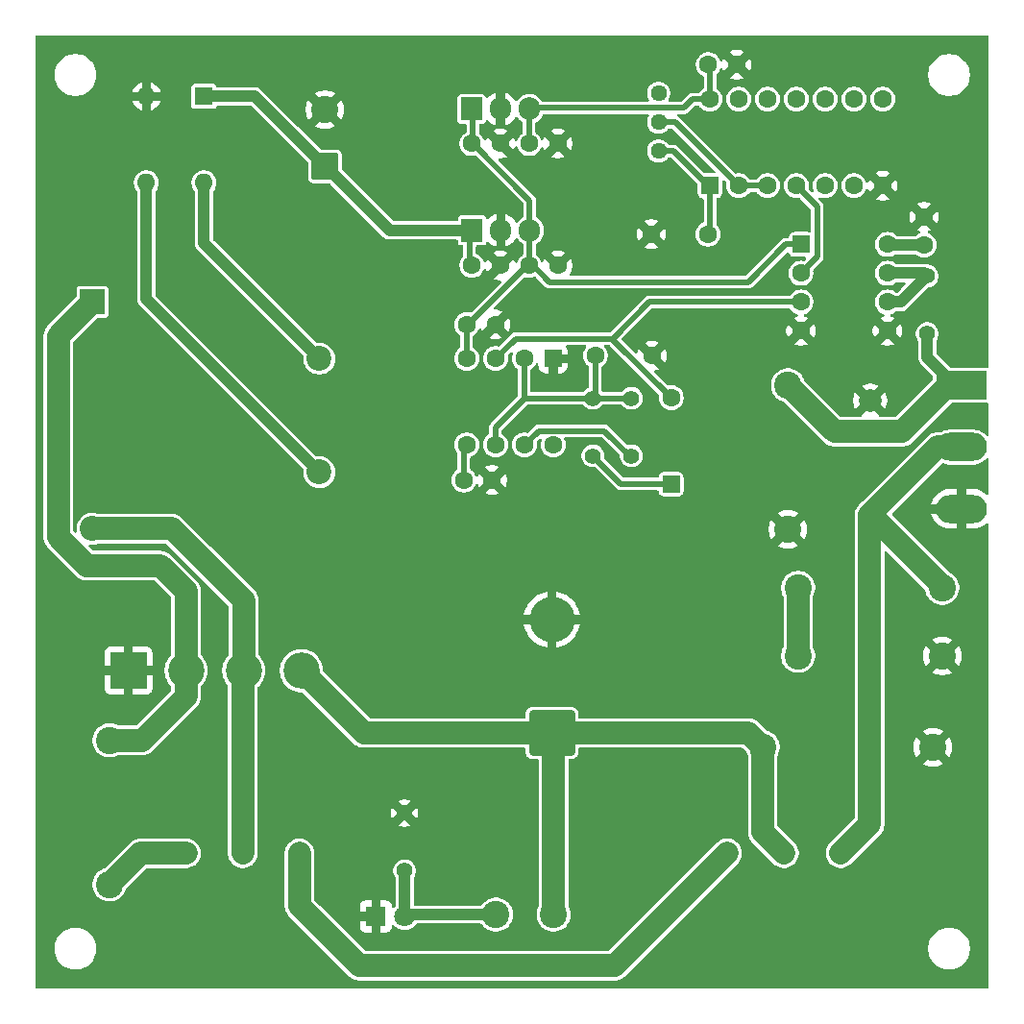
<source format=gbl>
G04 #@! TF.GenerationSoftware,KiCad,Pcbnew,9.0.3*
G04 #@! TF.CreationDate,2025-08-02T15:40:20-06:00*
G04 #@! TF.ProjectId,MMS_SSTC,4d4d535f-5353-4544-932e-6b696361645f,1.0.0*
G04 #@! TF.SameCoordinates,Original*
G04 #@! TF.FileFunction,Copper,L2,Bot*
G04 #@! TF.FilePolarity,Positive*
%FSLAX46Y46*%
G04 Gerber Fmt 4.6, Leading zero omitted, Abs format (unit mm)*
G04 Created by KiCad (PCBNEW 9.0.3) date 2025-08-02 15:40:20*
%MOMM*%
%LPD*%
G01*
G04 APERTURE LIST*
G04 Aperture macros list*
%AMRoundRect*
0 Rectangle with rounded corners*
0 $1 Rounding radius*
0 $2 $3 $4 $5 $6 $7 $8 $9 X,Y pos of 4 corners*
0 Add a 4 corners polygon primitive as box body*
4,1,4,$2,$3,$4,$5,$6,$7,$8,$9,$2,$3,0*
0 Add four circle primitives for the rounded corners*
1,1,$1+$1,$2,$3*
1,1,$1+$1,$4,$5*
1,1,$1+$1,$6,$7*
1,1,$1+$1,$8,$9*
0 Add four rect primitives between the rounded corners*
20,1,$1+$1,$2,$3,$4,$5,0*
20,1,$1+$1,$4,$5,$6,$7,0*
20,1,$1+$1,$6,$7,$8,$9,0*
20,1,$1+$1,$8,$9,$2,$3,0*%
G04 Aperture macros list end*
G04 #@! TA.AperFunction,ComponentPad*
%ADD10R,1.800000X1.800000*%
G04 #@! TD*
G04 #@! TA.AperFunction,ComponentPad*
%ADD11C,1.800000*%
G04 #@! TD*
G04 #@! TA.AperFunction,ComponentPad*
%ADD12C,2.400000*%
G04 #@! TD*
G04 #@! TA.AperFunction,ComponentPad*
%ADD13C,2.200000*%
G04 #@! TD*
G04 #@! TA.AperFunction,ComponentPad*
%ADD14R,2.200000X2.200000*%
G04 #@! TD*
G04 #@! TA.AperFunction,ComponentPad*
%ADD15R,4.500000X2.500000*%
G04 #@! TD*
G04 #@! TA.AperFunction,ComponentPad*
%ADD16O,4.500000X2.500000*%
G04 #@! TD*
G04 #@! TA.AperFunction,ComponentPad*
%ADD17C,1.600000*%
G04 #@! TD*
G04 #@! TA.AperFunction,ComponentPad*
%ADD18RoundRect,0.250000X0.550000X-0.550000X0.550000X0.550000X-0.550000X0.550000X-0.550000X-0.550000X0*%
G04 #@! TD*
G04 #@! TA.AperFunction,ComponentPad*
%ADD19C,1.400000*%
G04 #@! TD*
G04 #@! TA.AperFunction,ComponentPad*
%ADD20C,1.950000*%
G04 #@! TD*
G04 #@! TA.AperFunction,ComponentPad*
%ADD21C,1.440000*%
G04 #@! TD*
G04 #@! TA.AperFunction,ComponentPad*
%ADD22RoundRect,0.250000X-0.550000X-0.550000X0.550000X-0.550000X0.550000X0.550000X-0.550000X0.550000X0*%
G04 #@! TD*
G04 #@! TA.AperFunction,ComponentPad*
%ADD23R,1.905000X2.000000*%
G04 #@! TD*
G04 #@! TA.AperFunction,ComponentPad*
%ADD24O,1.905000X2.000000*%
G04 #@! TD*
G04 #@! TA.AperFunction,ComponentPad*
%ADD25R,1.600000X1.600000*%
G04 #@! TD*
G04 #@! TA.AperFunction,ComponentPad*
%ADD26O,1.600000X1.600000*%
G04 #@! TD*
G04 #@! TA.AperFunction,ComponentPad*
%ADD27C,2.000000*%
G04 #@! TD*
G04 #@! TA.AperFunction,ComponentPad*
%ADD28RoundRect,0.250001X0.949999X-0.949999X0.949999X0.949999X-0.949999X0.949999X-0.949999X-0.949999X0*%
G04 #@! TD*
G04 #@! TA.AperFunction,ComponentPad*
%ADD29R,3.200000X3.200000*%
G04 #@! TD*
G04 #@! TA.AperFunction,ComponentPad*
%ADD30C,3.200000*%
G04 #@! TD*
G04 #@! TA.AperFunction,ComponentPad*
%ADD31RoundRect,0.250000X1.750000X-1.750000X1.750000X1.750000X-1.750000X1.750000X-1.750000X-1.750000X0*%
G04 #@! TD*
G04 #@! TA.AperFunction,ComponentPad*
%ADD32C,4.000000*%
G04 #@! TD*
G04 #@! TA.AperFunction,ComponentPad*
%ADD33RoundRect,0.250000X-0.550000X0.550000X-0.550000X-0.550000X0.550000X-0.550000X0.550000X0.550000X0*%
G04 #@! TD*
G04 #@! TA.AperFunction,Conductor*
%ADD34C,2.000000*%
G04 #@! TD*
G04 #@! TA.AperFunction,Conductor*
%ADD35C,1.000000*%
G04 #@! TD*
G04 #@! TA.AperFunction,Conductor*
%ADD36C,0.500000*%
G04 #@! TD*
G04 APERTURE END LIST*
D10*
X120480000Y-138165000D03*
D11*
X123020000Y-138165000D03*
D12*
X136140000Y-138000000D03*
X131060000Y-138000000D03*
D13*
X115500000Y-99000000D03*
X115500000Y-89000000D03*
X95500000Y-104000000D03*
D14*
X95500000Y-84000000D03*
D12*
X97000000Y-122650000D03*
X97000000Y-135350000D03*
D15*
X172100000Y-91350000D03*
D16*
X172100000Y-96800000D03*
X172100000Y-102250000D03*
D17*
X128235000Y-99700000D03*
X130735000Y-99700000D03*
X168800000Y-76500000D03*
X168800000Y-79000000D03*
D18*
X149920000Y-73770000D03*
D17*
X152460000Y-73770000D03*
X155000000Y-73770000D03*
X157540000Y-73770000D03*
X160080000Y-73770000D03*
X162620000Y-73770000D03*
X165160000Y-73770000D03*
X165160000Y-66150000D03*
X162620000Y-66150000D03*
X160080000Y-66150000D03*
X157540000Y-66150000D03*
X155000000Y-66150000D03*
X152460000Y-66150000D03*
X149920000Y-66150000D03*
X134000000Y-70050000D03*
X136500000Y-70050000D03*
D19*
X143000000Y-97580000D03*
X143000000Y-92500000D03*
D20*
X151450000Y-132600000D03*
X156450000Y-132600000D03*
X161450000Y-132600000D03*
D19*
X169060000Y-86790000D03*
X169060000Y-81710000D03*
D17*
X128950000Y-80800000D03*
X131450000Y-80800000D03*
D21*
X145400000Y-70700000D03*
X145400000Y-68160000D03*
X145400000Y-65620000D03*
D12*
X170400000Y-115200000D03*
X157700000Y-115200000D03*
D17*
X134000000Y-80800000D03*
X136500000Y-80800000D03*
X149750000Y-78020000D03*
X144750000Y-78020000D03*
D19*
X139605000Y-97580000D03*
X139605000Y-92500000D03*
D22*
X157940000Y-78940000D03*
D17*
X157940000Y-81480000D03*
X157940000Y-84020000D03*
X157940000Y-86560000D03*
X165560000Y-86560000D03*
X165560000Y-84020000D03*
X165560000Y-81480000D03*
X165560000Y-78940000D03*
D23*
X128960000Y-77700000D03*
D24*
X131500000Y-77700000D03*
X134040000Y-77700000D03*
D23*
X128930000Y-67000000D03*
D24*
X131470000Y-67000000D03*
X134010000Y-67000000D03*
D25*
X105335000Y-65890000D03*
D26*
X100255000Y-65890000D03*
X100255000Y-73510000D03*
X105335000Y-73510000D03*
D20*
X103740000Y-132600000D03*
X108740000Y-132600000D03*
X113740000Y-132600000D03*
D12*
X157700000Y-109200000D03*
X170400000Y-109200000D03*
D27*
X164050000Y-102700000D03*
X164050000Y-92700000D03*
D12*
X156800000Y-104050000D03*
X156800000Y-91350000D03*
D17*
X128950000Y-70050000D03*
X131450000Y-70050000D03*
D28*
X116000000Y-72073959D03*
D12*
X116000000Y-67073959D03*
X154580000Y-123250000D03*
X169580000Y-123250000D03*
D29*
X98670000Y-116500000D03*
D30*
X103750000Y-116500000D03*
X108830000Y-116500000D03*
X113910000Y-116500000D03*
D31*
X136000000Y-122000000D03*
D32*
X136000000Y-112000000D03*
D17*
X152285000Y-63100000D03*
X149785000Y-63100000D03*
X128500000Y-86000000D03*
X131000000Y-86000000D03*
D33*
X136105000Y-89000000D03*
D17*
X133565000Y-89000000D03*
X131025000Y-89000000D03*
X128485000Y-89000000D03*
X128485000Y-96620000D03*
X131025000Y-96620000D03*
X133565000Y-96620000D03*
X136105000Y-96620000D03*
X139815000Y-88750000D03*
X144815000Y-88750000D03*
D18*
X146500000Y-100060000D03*
D17*
X146500000Y-92440000D03*
D19*
X123000000Y-134140000D03*
X123000000Y-129060000D03*
D34*
X103740000Y-132600000D02*
X99750000Y-132600000D01*
X99750000Y-132600000D02*
X97000000Y-135350000D01*
X97000000Y-122650000D02*
X99850000Y-122650000D01*
X99850000Y-122650000D02*
X103750000Y-118750000D01*
X103750000Y-118750000D02*
X103750000Y-116500000D01*
X136140000Y-138000000D02*
X136140000Y-122140000D01*
X136140000Y-122140000D02*
X136000000Y-122000000D01*
D35*
X123020000Y-138165000D02*
X123020000Y-134160000D01*
X123020000Y-134160000D02*
X123000000Y-134140000D01*
X131060000Y-138000000D02*
X123185000Y-138000000D01*
X123185000Y-138000000D02*
X123020000Y-138165000D01*
D34*
X113740000Y-132600000D02*
X113740000Y-137240000D01*
X113740000Y-137240000D02*
X119000000Y-142500000D01*
X119000000Y-142500000D02*
X141550000Y-142500000D01*
X141550000Y-142500000D02*
X151450000Y-132600000D01*
D36*
X139605000Y-97580000D02*
X142085000Y-100060000D01*
X142085000Y-100060000D02*
X146065000Y-100060000D01*
X128235000Y-99500000D02*
X128235000Y-96870000D01*
X128235000Y-96870000D02*
X128485000Y-96620000D01*
D34*
X108740000Y-116590000D02*
X108830000Y-116500000D01*
X108830000Y-110330000D02*
X102500000Y-104000000D01*
X108830000Y-116500000D02*
X108830000Y-110330000D01*
X108740000Y-132600000D02*
X108740000Y-116590000D01*
X102500000Y-104000000D02*
X95500000Y-104000000D01*
D35*
X169000000Y-79000000D02*
X165620000Y-79000000D01*
X165620000Y-79000000D02*
X165560000Y-78940000D01*
D36*
X134000000Y-80600000D02*
X128730000Y-85870000D01*
X129010000Y-67080000D02*
X128930000Y-67000000D01*
X134000000Y-80450000D02*
X135800000Y-82250000D01*
X128730000Y-85870000D02*
X128730000Y-86000000D01*
X153298636Y-82250000D02*
X156608636Y-78940000D01*
X134040000Y-77700000D02*
X134040000Y-80410000D01*
X135800000Y-82250000D02*
X153298636Y-82250000D01*
X134000000Y-80450000D02*
X134000000Y-80700000D01*
X128485000Y-89000000D02*
X128485000Y-86245000D01*
X156608636Y-78940000D02*
X157940000Y-78940000D01*
X134000000Y-80450000D02*
X134000000Y-80600000D01*
X129010000Y-70000000D02*
X129010000Y-67080000D01*
X134040000Y-77700000D02*
X134040000Y-75080000D01*
X134250000Y-77910000D02*
X134040000Y-77700000D01*
X134040000Y-80410000D02*
X134000000Y-80450000D01*
X136235000Y-96750000D02*
X136105000Y-96620000D01*
X134000000Y-80700000D02*
X133960000Y-80740000D01*
X134040000Y-75080000D02*
X129010000Y-70050000D01*
X131510000Y-67040000D02*
X131470000Y-67000000D01*
D35*
X131400000Y-67070000D02*
X131470000Y-67000000D01*
D34*
X136000000Y-122000000D02*
X153330000Y-122000000D01*
X153330000Y-122000000D02*
X154580000Y-123250000D01*
X154580000Y-130730000D02*
X156450000Y-132600000D01*
X113910000Y-116500000D02*
X119410000Y-122000000D01*
X119410000Y-122000000D02*
X136000000Y-122000000D01*
X154580000Y-123250000D02*
X154580000Y-130730000D01*
D36*
X133565000Y-92500000D02*
X134395000Y-92500000D01*
X131025000Y-96620000D02*
X131025000Y-95040000D01*
X133565000Y-92500000D02*
X133565000Y-89000000D01*
X139815000Y-92290000D02*
X139605000Y-92500000D01*
X139605000Y-92500000D02*
X142855000Y-92500000D01*
X131025000Y-95040000D02*
X133565000Y-92500000D01*
X133645000Y-88920000D02*
X133565000Y-89000000D01*
X134395000Y-92500000D02*
X139605000Y-92500000D01*
X139815000Y-88750000D02*
X139815000Y-92290000D01*
X149920000Y-78080000D02*
X149750000Y-78250000D01*
X149770000Y-73770000D02*
X146700000Y-70700000D01*
X146700000Y-70700000D02*
X145400000Y-70700000D01*
X149920000Y-73770000D02*
X149770000Y-73770000D01*
X149920000Y-73770000D02*
X149920000Y-77850000D01*
X132775000Y-87250000D02*
X131025000Y-89000000D01*
X141310000Y-87250000D02*
X141350000Y-87250000D01*
X130985000Y-88960000D02*
X131025000Y-89000000D01*
X146500000Y-92440000D02*
X146500000Y-92250000D01*
X146500000Y-92440000D02*
X141310000Y-87250000D01*
X141310000Y-87250000D02*
X132775000Y-87250000D01*
X144580000Y-84020000D02*
X157940000Y-84020000D01*
X141350000Y-87250000D02*
X144580000Y-84020000D01*
X157540000Y-73770000D02*
X159400000Y-75630000D01*
X157940000Y-81480000D02*
X157670000Y-81750000D01*
X159400000Y-75630000D02*
X159400000Y-80020000D01*
X159400000Y-80020000D02*
X157940000Y-81480000D01*
D34*
X101500000Y-107250000D02*
X94997947Y-107250000D01*
X103750000Y-116500000D02*
X103750000Y-109500000D01*
X92500000Y-87000000D02*
X95500000Y-84000000D01*
X94997947Y-107250000D02*
X92500000Y-104752053D01*
X103750000Y-109500000D02*
X101500000Y-107250000D01*
X92500000Y-104752053D02*
X92500000Y-87000000D01*
D36*
X134000000Y-70050000D02*
X134000000Y-67010000D01*
X149920000Y-63575000D02*
X149785000Y-63440000D01*
X133750000Y-67260000D02*
X134010000Y-67000000D01*
X148400000Y-66150000D02*
X149920000Y-66150000D01*
X134000000Y-67010000D02*
X134010000Y-67000000D01*
X149920000Y-66150000D02*
X149920000Y-63345000D01*
X134120000Y-66890000D02*
X147660000Y-66890000D01*
X147660000Y-66890000D02*
X148400000Y-66150000D01*
X134010000Y-67000000D02*
X134120000Y-66890000D01*
X140644000Y-95369000D02*
X142855000Y-97580000D01*
X134816000Y-95369000D02*
X140644000Y-95369000D01*
X133565000Y-96620000D02*
X134816000Y-95369000D01*
D35*
X166750000Y-84020000D02*
X169060000Y-81710000D01*
X168830000Y-81480000D02*
X169060000Y-81710000D01*
X165560000Y-84020000D02*
X166750000Y-84020000D01*
X165560000Y-81480000D02*
X168830000Y-81480000D01*
D36*
X146850000Y-68160000D02*
X145400000Y-68160000D01*
X152460000Y-73770000D02*
X155000000Y-73770000D01*
X152460000Y-73770000D02*
X146850000Y-68160000D01*
D34*
X170400000Y-109200000D02*
X170400000Y-109050000D01*
X161450000Y-132600000D02*
X164000000Y-130050000D01*
X164100000Y-102700000D02*
X170000000Y-96800000D01*
X170400000Y-109050000D02*
X164050000Y-102700000D01*
X164000000Y-102750000D02*
X164050000Y-102700000D01*
X164050000Y-102700000D02*
X164100000Y-102700000D01*
X170000000Y-96800000D02*
X172100000Y-96800000D01*
X164000000Y-130050000D02*
X164000000Y-102750000D01*
D35*
X171550000Y-91350000D02*
X172100000Y-91350000D01*
D34*
X166850000Y-95450000D02*
X170950000Y-91350000D01*
X156800000Y-91350000D02*
X160900000Y-95450000D01*
X170950000Y-91350000D02*
X172100000Y-91350000D01*
D35*
X169060000Y-88860000D02*
X171550000Y-91350000D01*
D34*
X160900000Y-95450000D02*
X166850000Y-95450000D01*
D35*
X169060000Y-86790000D02*
X169060000Y-88860000D01*
X116073959Y-72073959D02*
X121700000Y-77700000D01*
X109816041Y-65890000D02*
X116000000Y-72073959D01*
D36*
X128750000Y-77910000D02*
X128960000Y-77700000D01*
D35*
X121700000Y-77700000D02*
X128960000Y-77700000D01*
D36*
X128750000Y-80450000D02*
X128750000Y-77910000D01*
D35*
X105335000Y-65890000D02*
X109816041Y-65890000D01*
X116000000Y-72073959D02*
X116073959Y-72073959D01*
X100255000Y-83755000D02*
X100255000Y-73510000D01*
X115500000Y-99000000D02*
X100255000Y-83755000D01*
X115500000Y-89000000D02*
X115500000Y-88750000D01*
X105335000Y-78835000D02*
X105335000Y-73510000D01*
X115500000Y-89000000D02*
X105335000Y-78835000D01*
D34*
X157700000Y-115200000D02*
X157700000Y-109200000D01*
G04 #@! TA.AperFunction,Conductor*
G36*
X138975835Y-87820185D02*
G01*
X139021590Y-87872989D01*
X139031534Y-87942147D01*
X139002509Y-88005703D01*
X138996477Y-88012181D01*
X138975588Y-88033069D01*
X138975588Y-88033070D01*
X138975586Y-88033072D01*
X138967990Y-88043527D01*
X138873768Y-88173211D01*
X138795128Y-88327552D01*
X138741597Y-88492302D01*
X138714500Y-88663389D01*
X138714500Y-88836610D01*
X138732037Y-88947339D01*
X138741598Y-89007701D01*
X138795127Y-89172445D01*
X138873768Y-89326788D01*
X138975586Y-89466928D01*
X139098072Y-89589414D01*
X139213385Y-89673194D01*
X139256051Y-89728524D01*
X139264500Y-89773512D01*
X139264500Y-91475251D01*
X139244815Y-91542290D01*
X139192011Y-91588045D01*
X139187954Y-91589812D01*
X139131086Y-91613368D01*
X139131079Y-91613371D01*
X138967218Y-91722860D01*
X138967214Y-91722863D01*
X138827863Y-91862214D01*
X138827860Y-91862218D01*
X138806363Y-91894391D01*
X138752750Y-91939196D01*
X138703261Y-91949500D01*
X134239500Y-91949500D01*
X134172461Y-91929815D01*
X134126706Y-91877011D01*
X134115500Y-91825500D01*
X134115500Y-90023512D01*
X134135185Y-89956473D01*
X134166615Y-89923194D01*
X134181520Y-89912365D01*
X134281928Y-89839414D01*
X134404414Y-89716928D01*
X134506232Y-89576788D01*
X134570516Y-89450621D01*
X134618488Y-89399827D01*
X134686309Y-89383031D01*
X134752444Y-89405568D01*
X134795896Y-89460282D01*
X134805000Y-89506916D01*
X134805000Y-89599970D01*
X134805001Y-89599987D01*
X134815494Y-89702697D01*
X134870641Y-89869119D01*
X134870643Y-89869124D01*
X134962684Y-90018345D01*
X135086654Y-90142315D01*
X135235875Y-90234356D01*
X135235880Y-90234358D01*
X135402302Y-90289505D01*
X135402309Y-90289506D01*
X135505019Y-90299999D01*
X135704999Y-90299999D01*
X136505000Y-90299999D01*
X136704972Y-90299999D01*
X136704986Y-90299998D01*
X136807697Y-90289505D01*
X136974119Y-90234358D01*
X136974124Y-90234356D01*
X137123345Y-90142315D01*
X137247315Y-90018345D01*
X137339356Y-89869124D01*
X137339358Y-89869119D01*
X137394505Y-89702697D01*
X137394506Y-89702690D01*
X137404999Y-89599986D01*
X137405000Y-89599973D01*
X137405000Y-89400000D01*
X136505000Y-89400000D01*
X136505000Y-90299999D01*
X135704999Y-90299999D01*
X135705000Y-90299998D01*
X135705000Y-89124000D01*
X135714994Y-89089962D01*
X135732259Y-89154394D01*
X135784920Y-89245606D01*
X135859394Y-89320080D01*
X135950606Y-89372741D01*
X136052339Y-89400000D01*
X136157661Y-89400000D01*
X136259394Y-89372741D01*
X136350606Y-89320080D01*
X136425080Y-89245606D01*
X136477741Y-89154394D01*
X136505000Y-89052661D01*
X136505000Y-88947339D01*
X136477741Y-88845606D01*
X136425080Y-88754394D01*
X136350606Y-88679920D01*
X136259394Y-88627259D01*
X136189627Y-88608565D01*
X136229000Y-88600000D01*
X137404999Y-88600000D01*
X137404999Y-88400028D01*
X137404998Y-88400013D01*
X137394505Y-88297302D01*
X137339358Y-88130880D01*
X137339356Y-88130875D01*
X137252215Y-87989597D01*
X137233775Y-87922204D01*
X137254698Y-87855541D01*
X137308340Y-87810771D01*
X137357754Y-87800500D01*
X138908796Y-87800500D01*
X138975835Y-87820185D01*
G37*
G04 #@! TD.AperFunction*
G04 #@! TA.AperFunction,Conductor*
G36*
X174442539Y-60520185D02*
G01*
X174488294Y-60572989D01*
X174499500Y-60624500D01*
X174499500Y-89675500D01*
X174479815Y-89742539D01*
X174427011Y-89788294D01*
X174375500Y-89799500D01*
X171182940Y-89799500D01*
X171115901Y-89779815D01*
X171095259Y-89763181D01*
X169896819Y-88564741D01*
X169863334Y-88503418D01*
X169860500Y-88477060D01*
X169860500Y-87430434D01*
X169880185Y-87363395D01*
X169881398Y-87361543D01*
X169946632Y-87263914D01*
X170022051Y-87081835D01*
X170044820Y-86967371D01*
X170060500Y-86888543D01*
X170060500Y-86691456D01*
X170022052Y-86498170D01*
X170022051Y-86498169D01*
X170022051Y-86498165D01*
X169990688Y-86422447D01*
X169946635Y-86316092D01*
X169946628Y-86316079D01*
X169837139Y-86152218D01*
X169837136Y-86152214D01*
X169697785Y-86012863D01*
X169697781Y-86012860D01*
X169533920Y-85903371D01*
X169533907Y-85903364D01*
X169351839Y-85827950D01*
X169351829Y-85827947D01*
X169158543Y-85789500D01*
X169158541Y-85789500D01*
X168961459Y-85789500D01*
X168961457Y-85789500D01*
X168768170Y-85827947D01*
X168768160Y-85827950D01*
X168586092Y-85903364D01*
X168586079Y-85903371D01*
X168422218Y-86012860D01*
X168422214Y-86012863D01*
X168282863Y-86152214D01*
X168282860Y-86152218D01*
X168173371Y-86316079D01*
X168173364Y-86316092D01*
X168097950Y-86498160D01*
X168097947Y-86498170D01*
X168059500Y-86691456D01*
X168059500Y-86691459D01*
X168059500Y-86888541D01*
X168059500Y-86888543D01*
X168059499Y-86888543D01*
X168097947Y-87081829D01*
X168097950Y-87081839D01*
X168173364Y-87263907D01*
X168173371Y-87263919D01*
X168238602Y-87361543D01*
X168259480Y-87428220D01*
X168259500Y-87430434D01*
X168259500Y-88938846D01*
X168290261Y-89093489D01*
X168290264Y-89093501D01*
X168350602Y-89239172D01*
X168350609Y-89239185D01*
X168438210Y-89370288D01*
X168438213Y-89370292D01*
X169513181Y-90445259D01*
X169546666Y-90506582D01*
X169549500Y-90532940D01*
X169549500Y-90859953D01*
X169529815Y-90926992D01*
X169513181Y-90947634D01*
X166347634Y-94113181D01*
X166286311Y-94146666D01*
X166259953Y-94149500D01*
X164912986Y-94149500D01*
X164845947Y-94129815D01*
X164800192Y-94077011D01*
X164790248Y-94007853D01*
X164790499Y-94006184D01*
X164050000Y-93265686D01*
X163309473Y-94006211D01*
X163300531Y-94075397D01*
X163255534Y-94128848D01*
X163188782Y-94149487D01*
X163187013Y-94149500D01*
X161490046Y-94149500D01*
X161423007Y-94129815D01*
X161402365Y-94113181D01*
X159953940Y-92664756D01*
X159871131Y-92581947D01*
X162550000Y-92581947D01*
X162550000Y-92818052D01*
X162586934Y-93051247D01*
X162659897Y-93275802D01*
X162743814Y-93440498D01*
X163484314Y-92700000D01*
X163418488Y-92634174D01*
X163550000Y-92634174D01*
X163550000Y-92765826D01*
X163584075Y-92892993D01*
X163649901Y-93007007D01*
X163742993Y-93100099D01*
X163857007Y-93165925D01*
X163984174Y-93200000D01*
X164115826Y-93200000D01*
X164242993Y-93165925D01*
X164357007Y-93100099D01*
X164450099Y-93007007D01*
X164515925Y-92892993D01*
X164550000Y-92765826D01*
X164550000Y-92699999D01*
X164615686Y-92699999D01*
X164615686Y-92700000D01*
X165356184Y-93440499D01*
X165440104Y-93275797D01*
X165513065Y-93051247D01*
X165550000Y-92818052D01*
X165550000Y-92581947D01*
X165513065Y-92348752D01*
X165440102Y-92124197D01*
X165356184Y-91959499D01*
X164615686Y-92699999D01*
X164550000Y-92699999D01*
X164550000Y-92634174D01*
X164515925Y-92507007D01*
X164450099Y-92392993D01*
X164357007Y-92299901D01*
X164242993Y-92234075D01*
X164115826Y-92200000D01*
X163984174Y-92200000D01*
X163857007Y-92234075D01*
X163742993Y-92299901D01*
X163649901Y-92392993D01*
X163584075Y-92507007D01*
X163550000Y-92634174D01*
X163418488Y-92634174D01*
X162743813Y-91959499D01*
X162743813Y-91959500D01*
X162659898Y-92124194D01*
X162586934Y-92348752D01*
X162550000Y-92581947D01*
X159871131Y-92581947D01*
X159815795Y-92526611D01*
X158682998Y-91393813D01*
X163309499Y-91393813D01*
X164050000Y-92134314D01*
X164050001Y-92134314D01*
X164790498Y-91393814D01*
X164625802Y-91309897D01*
X164401247Y-91236934D01*
X164401248Y-91236934D01*
X164168052Y-91200000D01*
X163931948Y-91200000D01*
X163698752Y-91236934D01*
X163474194Y-91309898D01*
X163309500Y-91393813D01*
X163309499Y-91393813D01*
X158682998Y-91393813D01*
X158272925Y-90983740D01*
X158242675Y-90934377D01*
X158190569Y-90774010D01*
X158083342Y-90563566D01*
X158061091Y-90532940D01*
X157944517Y-90372490D01*
X157777510Y-90205483D01*
X157586433Y-90066657D01*
X157531184Y-90038506D01*
X157375996Y-89959433D01*
X157151368Y-89886446D01*
X156918097Y-89849500D01*
X156918092Y-89849500D01*
X156681908Y-89849500D01*
X156681903Y-89849500D01*
X156448631Y-89886446D01*
X156224003Y-89959433D01*
X156013566Y-90066657D01*
X155975328Y-90094439D01*
X155822490Y-90205483D01*
X155822488Y-90205485D01*
X155822487Y-90205485D01*
X155655485Y-90372487D01*
X155655485Y-90372488D01*
X155655483Y-90372490D01*
X155602613Y-90445259D01*
X155516657Y-90563566D01*
X155409433Y-90774003D01*
X155336446Y-90998631D01*
X155299500Y-91231902D01*
X155299500Y-91468097D01*
X155336446Y-91701368D01*
X155409433Y-91925996D01*
X155460432Y-92026086D01*
X155516657Y-92136433D01*
X155655483Y-92327510D01*
X155822490Y-92494517D01*
X156013567Y-92633343D01*
X156075219Y-92664756D01*
X156224010Y-92740569D01*
X156384377Y-92792675D01*
X156433740Y-92822925D01*
X159904908Y-96294092D01*
X159904922Y-96294107D01*
X159908033Y-96297218D01*
X159908034Y-96297219D01*
X160052781Y-96441966D01*
X160052784Y-96441968D01*
X160052785Y-96441969D01*
X160176683Y-96531986D01*
X160214808Y-96559685D01*
X160218390Y-96562287D01*
X160314200Y-96611105D01*
X160400781Y-96655221D01*
X160400787Y-96655223D01*
X160558945Y-96706611D01*
X160558946Y-96706611D01*
X160595466Y-96718477D01*
X160797648Y-96750500D01*
X160797649Y-96750500D01*
X166952351Y-96750500D01*
X166952352Y-96750500D01*
X167154535Y-96718477D01*
X167280568Y-96677526D01*
X167280569Y-96677526D01*
X167349214Y-96655222D01*
X167349216Y-96655220D01*
X167349219Y-96655220D01*
X167497828Y-96579500D01*
X167531611Y-96562287D01*
X167697219Y-96441966D01*
X171202365Y-92936817D01*
X171263688Y-92903333D01*
X171290046Y-92900499D01*
X174375500Y-92900499D01*
X174442539Y-92920184D01*
X174488294Y-92972988D01*
X174499500Y-93024499D01*
X174499500Y-95707693D01*
X174479815Y-95774732D01*
X174427011Y-95820487D01*
X174357853Y-95830431D01*
X174294297Y-95801406D01*
X174286204Y-95793257D01*
X174286100Y-95793362D01*
X174110081Y-95617343D01*
X174110076Y-95617339D01*
X173912642Y-95473896D01*
X173912641Y-95473895D01*
X173912639Y-95473894D01*
X173695185Y-95363096D01*
X173463076Y-95287679D01*
X173463074Y-95287678D01*
X173463072Y-95287678D01*
X173240008Y-95252348D01*
X173222027Y-95249500D01*
X170977973Y-95249500D01*
X170959992Y-95252348D01*
X170736927Y-95287678D01*
X170504812Y-95363097D01*
X170287362Y-95473893D01*
X170287357Y-95473896D01*
X170284714Y-95475817D01*
X170283540Y-95476235D01*
X170283212Y-95476437D01*
X170283169Y-95476368D01*
X170218908Y-95499298D01*
X170211828Y-95499500D01*
X170102352Y-95499500D01*
X169897648Y-95499500D01*
X169850779Y-95506923D01*
X169695468Y-95531522D01*
X169695467Y-95531522D01*
X169631360Y-95552351D01*
X169631361Y-95552352D01*
X169500776Y-95594781D01*
X169456495Y-95617345D01*
X169318388Y-95687713D01*
X169152778Y-95808036D01*
X163390937Y-101569876D01*
X163372189Y-101584658D01*
X163372329Y-101584850D01*
X163202784Y-101708031D01*
X163202778Y-101708036D01*
X163008036Y-101902778D01*
X162887713Y-102068388D01*
X162841246Y-102159585D01*
X162841245Y-102159584D01*
X162794779Y-102250781D01*
X162794779Y-102250782D01*
X162731523Y-102445461D01*
X162731523Y-102445464D01*
X162699500Y-102647648D01*
X162699500Y-129459953D01*
X162679815Y-129526992D01*
X162663181Y-129547634D01*
X160458036Y-131752778D01*
X160337716Y-131918384D01*
X160337714Y-131918387D01*
X160244781Y-132100779D01*
X160181522Y-132295468D01*
X160181522Y-132295469D01*
X160149500Y-132497648D01*
X160149500Y-132702352D01*
X160181523Y-132904535D01*
X160244780Y-133099218D01*
X160337713Y-133281611D01*
X160458034Y-133447219D01*
X160602781Y-133591966D01*
X160768389Y-133712287D01*
X160950782Y-133805220D01*
X161145465Y-133868477D01*
X161347648Y-133900500D01*
X161347649Y-133900500D01*
X161552351Y-133900500D01*
X161552352Y-133900500D01*
X161754535Y-133868477D01*
X161949218Y-133805220D01*
X162131611Y-133712287D01*
X162297219Y-133591966D01*
X164840150Y-131049032D01*
X164840157Y-131049027D01*
X164847217Y-131041967D01*
X164847219Y-131041966D01*
X164991966Y-130897219D01*
X164991968Y-130897215D01*
X164991971Y-130897213D01*
X165044732Y-130824590D01*
X165112287Y-130731610D01*
X165205221Y-130549218D01*
X165268477Y-130354534D01*
X165300500Y-130152351D01*
X165300500Y-129947648D01*
X165300500Y-123138575D01*
X167880000Y-123138575D01*
X167880000Y-123361424D01*
X167909085Y-123582354D01*
X167909088Y-123582367D01*
X167966763Y-123797618D01*
X168052045Y-124003502D01*
X168052050Y-124003513D01*
X168128458Y-124135855D01*
X168128459Y-124135856D01*
X168980000Y-123284315D01*
X168980000Y-123328991D01*
X169020889Y-123481591D01*
X169099881Y-123618408D01*
X169211592Y-123730119D01*
X169348409Y-123809111D01*
X169501009Y-123850000D01*
X169545685Y-123850000D01*
X168694143Y-124701540D01*
X168694143Y-124701541D01*
X168826487Y-124777950D01*
X168826488Y-124777951D01*
X169032381Y-124863236D01*
X169247632Y-124920911D01*
X169247645Y-124920914D01*
X169468575Y-124950000D01*
X169691425Y-124950000D01*
X169912354Y-124920914D01*
X169912367Y-124920911D01*
X170127618Y-124863236D01*
X170333503Y-124777954D01*
X170333514Y-124777949D01*
X170465856Y-124701541D01*
X170465856Y-124701540D01*
X169614315Y-123850000D01*
X169658991Y-123850000D01*
X169811591Y-123809111D01*
X169948408Y-123730119D01*
X170060119Y-123618408D01*
X170139111Y-123481591D01*
X170180000Y-123328991D01*
X170180000Y-123284315D01*
X171031540Y-124135856D01*
X171031541Y-124135856D01*
X171107949Y-124003514D01*
X171107954Y-124003503D01*
X171193236Y-123797618D01*
X171250911Y-123582367D01*
X171250914Y-123582354D01*
X171280000Y-123361424D01*
X171280000Y-123138575D01*
X171250914Y-122917645D01*
X171250911Y-122917632D01*
X171193236Y-122702381D01*
X171107951Y-122496488D01*
X171107950Y-122496487D01*
X171031541Y-122364143D01*
X171031540Y-122364143D01*
X170180000Y-123215683D01*
X170180000Y-123171009D01*
X170139111Y-123018409D01*
X170060119Y-122881592D01*
X169948408Y-122769881D01*
X169811591Y-122690889D01*
X169658991Y-122650000D01*
X169614313Y-122650000D01*
X170465855Y-121798458D01*
X170333513Y-121722050D01*
X170333502Y-121722045D01*
X170127618Y-121636763D01*
X169912367Y-121579088D01*
X169912354Y-121579085D01*
X169691425Y-121550000D01*
X169468575Y-121550000D01*
X169247645Y-121579085D01*
X169247632Y-121579088D01*
X169032381Y-121636763D01*
X168826502Y-121722041D01*
X168826497Y-121722044D01*
X168694143Y-121798458D01*
X168694142Y-121798458D01*
X169545685Y-122650000D01*
X169501009Y-122650000D01*
X169348409Y-122690889D01*
X169211592Y-122769881D01*
X169099881Y-122881592D01*
X169020889Y-123018409D01*
X168980000Y-123171009D01*
X168980000Y-123215684D01*
X168128458Y-122364142D01*
X168128458Y-122364143D01*
X168052044Y-122496497D01*
X168052041Y-122496502D01*
X167966763Y-122702381D01*
X167909088Y-122917632D01*
X167909085Y-122917645D01*
X167880000Y-123138575D01*
X165300500Y-123138575D01*
X165300500Y-115088575D01*
X168700000Y-115088575D01*
X168700000Y-115311424D01*
X168729085Y-115532354D01*
X168729088Y-115532367D01*
X168786763Y-115747618D01*
X168872045Y-115953502D01*
X168872050Y-115953513D01*
X168948458Y-116085855D01*
X168948459Y-116085856D01*
X169800000Y-115234315D01*
X169800000Y-115278991D01*
X169840889Y-115431591D01*
X169919881Y-115568408D01*
X170031592Y-115680119D01*
X170168409Y-115759111D01*
X170321009Y-115800000D01*
X170365685Y-115800000D01*
X169514143Y-116651540D01*
X169514143Y-116651541D01*
X169646487Y-116727950D01*
X169646488Y-116727951D01*
X169852381Y-116813236D01*
X170067632Y-116870911D01*
X170067645Y-116870914D01*
X170288575Y-116900000D01*
X170511425Y-116900000D01*
X170732354Y-116870914D01*
X170732367Y-116870911D01*
X170947618Y-116813236D01*
X171153503Y-116727954D01*
X171153514Y-116727949D01*
X171285856Y-116651541D01*
X171285856Y-116651540D01*
X170434315Y-115800000D01*
X170478991Y-115800000D01*
X170631591Y-115759111D01*
X170768408Y-115680119D01*
X170880119Y-115568408D01*
X170959111Y-115431591D01*
X171000000Y-115278991D01*
X171000000Y-115234316D01*
X171851540Y-116085856D01*
X171851541Y-116085856D01*
X171927949Y-115953514D01*
X171927954Y-115953503D01*
X172013236Y-115747618D01*
X172070911Y-115532367D01*
X172070914Y-115532354D01*
X172100000Y-115311424D01*
X172100000Y-115088575D01*
X172070914Y-114867645D01*
X172070911Y-114867632D01*
X172013236Y-114652381D01*
X171927951Y-114446488D01*
X171927950Y-114446487D01*
X171851541Y-114314143D01*
X171851540Y-114314143D01*
X171000000Y-115165683D01*
X171000000Y-115121009D01*
X170959111Y-114968409D01*
X170880119Y-114831592D01*
X170768408Y-114719881D01*
X170631591Y-114640889D01*
X170478991Y-114600000D01*
X170434313Y-114600000D01*
X171285855Y-113748458D01*
X171153513Y-113672050D01*
X171153502Y-113672045D01*
X170947618Y-113586763D01*
X170732367Y-113529088D01*
X170732354Y-113529085D01*
X170511425Y-113500000D01*
X170288575Y-113500000D01*
X170067645Y-113529085D01*
X170067632Y-113529088D01*
X169852381Y-113586763D01*
X169646502Y-113672041D01*
X169646497Y-113672044D01*
X169514143Y-113748458D01*
X169514142Y-113748458D01*
X170365685Y-114600000D01*
X170321009Y-114600000D01*
X170168409Y-114640889D01*
X170031592Y-114719881D01*
X169919881Y-114831592D01*
X169840889Y-114968409D01*
X169800000Y-115121009D01*
X169800000Y-115165684D01*
X168948458Y-114314142D01*
X168948458Y-114314143D01*
X168872044Y-114446497D01*
X168872041Y-114446502D01*
X168786763Y-114652381D01*
X168729088Y-114867632D01*
X168729085Y-114867645D01*
X168700000Y-115088575D01*
X165300500Y-115088575D01*
X165300500Y-106089047D01*
X165320185Y-106022008D01*
X165372989Y-105976253D01*
X165442147Y-105966309D01*
X165505703Y-105995334D01*
X165512181Y-106001366D01*
X168884294Y-109373479D01*
X168917779Y-109434802D01*
X168919086Y-109441761D01*
X168936446Y-109551365D01*
X168936447Y-109551368D01*
X169009432Y-109775992D01*
X169116657Y-109986433D01*
X169255483Y-110177510D01*
X169422490Y-110344517D01*
X169613567Y-110483343D01*
X169712991Y-110534002D01*
X169824003Y-110590566D01*
X169824005Y-110590566D01*
X169824008Y-110590568D01*
X169944412Y-110629689D01*
X170048631Y-110663553D01*
X170281903Y-110700500D01*
X170281908Y-110700500D01*
X170518097Y-110700500D01*
X170751368Y-110663553D01*
X170975992Y-110590568D01*
X171186433Y-110483343D01*
X171377510Y-110344517D01*
X171544517Y-110177510D01*
X171683343Y-109986433D01*
X171790568Y-109775992D01*
X171863553Y-109551368D01*
X171882015Y-109434802D01*
X171900500Y-109318097D01*
X171900500Y-109081902D01*
X171863553Y-108848631D01*
X171790566Y-108624003D01*
X171704567Y-108455222D01*
X171683343Y-108413567D01*
X171544517Y-108222490D01*
X171377510Y-108055483D01*
X171186433Y-107916657D01*
X171039617Y-107841850D01*
X171008231Y-107819046D01*
X166001865Y-102812680D01*
X165997526Y-102804734D01*
X165990279Y-102799309D01*
X165981044Y-102774549D01*
X165968380Y-102751357D01*
X165969025Y-102742327D01*
X165965862Y-102733845D01*
X165971478Y-102708024D01*
X165973364Y-102681665D01*
X165979182Y-102672611D01*
X165980714Y-102665572D01*
X166001859Y-102637325D01*
X170373727Y-98265456D01*
X170435048Y-98231973D01*
X170499789Y-98236602D01*
X170500181Y-98235398D01*
X170504813Y-98236903D01*
X170504815Y-98236904D01*
X170736924Y-98312321D01*
X170977973Y-98350500D01*
X170977974Y-98350500D01*
X173222026Y-98350500D01*
X173222027Y-98350500D01*
X173463076Y-98312321D01*
X173695185Y-98236904D01*
X173912639Y-98126106D01*
X174110083Y-97982655D01*
X174282655Y-97810083D01*
X174282655Y-97810082D01*
X174286100Y-97806638D01*
X174287278Y-97807816D01*
X174339708Y-97773584D01*
X174409575Y-97773080D01*
X174468625Y-97810429D01*
X174498107Y-97873774D01*
X174499500Y-97892306D01*
X174499500Y-100875263D01*
X174479815Y-100942302D01*
X174427011Y-100988057D01*
X174357853Y-100998001D01*
X174294297Y-100968976D01*
X174287819Y-100962944D01*
X174256336Y-100931461D01*
X174256329Y-100931455D01*
X174074338Y-100791809D01*
X173875668Y-100677106D01*
X173875659Y-100677102D01*
X173663730Y-100589318D01*
X173442137Y-100529942D01*
X173214710Y-100500001D01*
X173214694Y-100500000D01*
X172500000Y-100500000D01*
X172500000Y-101615254D01*
X172455258Y-101585359D01*
X172318767Y-101528822D01*
X172173869Y-101500000D01*
X172026131Y-101500000D01*
X171881233Y-101528822D01*
X171744742Y-101585359D01*
X171700000Y-101615254D01*
X171700000Y-100500000D01*
X170985306Y-100500000D01*
X170985289Y-100500001D01*
X170757862Y-100529942D01*
X170536269Y-100589318D01*
X170324340Y-100677102D01*
X170324331Y-100677106D01*
X170125661Y-100791809D01*
X169943670Y-100931455D01*
X169943663Y-100931461D01*
X169781461Y-101093663D01*
X169781455Y-101093670D01*
X169641809Y-101275661D01*
X169527106Y-101474331D01*
X169527102Y-101474340D01*
X169439318Y-101686269D01*
X169395446Y-101850000D01*
X171465255Y-101850000D01*
X171435359Y-101894742D01*
X171378822Y-102031233D01*
X171350000Y-102176131D01*
X171350000Y-102323869D01*
X171378822Y-102468767D01*
X171435359Y-102605258D01*
X171465255Y-102650000D01*
X169395446Y-102650000D01*
X169439318Y-102813730D01*
X169527102Y-103025659D01*
X169527106Y-103025668D01*
X169641809Y-103224338D01*
X169781455Y-103406329D01*
X169781461Y-103406336D01*
X169943663Y-103568538D01*
X169943670Y-103568544D01*
X170125661Y-103708190D01*
X170324331Y-103822893D01*
X170324340Y-103822897D01*
X170536269Y-103910681D01*
X170757862Y-103970057D01*
X170985289Y-103999998D01*
X170985306Y-104000000D01*
X171700000Y-104000000D01*
X171700000Y-102884745D01*
X171744742Y-102914641D01*
X171881233Y-102971178D01*
X172026131Y-103000000D01*
X172173869Y-103000000D01*
X172318767Y-102971178D01*
X172455258Y-102914641D01*
X172500000Y-102884745D01*
X172500000Y-104000000D01*
X173214694Y-104000000D01*
X173214710Y-103999998D01*
X173442137Y-103970057D01*
X173663730Y-103910681D01*
X173875659Y-103822897D01*
X173875668Y-103822893D01*
X174074338Y-103708190D01*
X174256329Y-103568544D01*
X174256336Y-103568538D01*
X174287819Y-103537056D01*
X174349142Y-103503571D01*
X174418834Y-103508555D01*
X174474767Y-103550427D01*
X174499184Y-103615891D01*
X174499500Y-103624737D01*
X174499500Y-144375500D01*
X174479815Y-144442539D01*
X174427011Y-144488294D01*
X174375500Y-144499500D01*
X90624500Y-144499500D01*
X90557461Y-144479815D01*
X90511706Y-144427011D01*
X90500500Y-144375500D01*
X90500500Y-140878711D01*
X92149500Y-140878711D01*
X92149500Y-141121288D01*
X92181161Y-141361785D01*
X92243947Y-141596104D01*
X92336773Y-141820205D01*
X92336776Y-141820212D01*
X92458064Y-142030289D01*
X92458066Y-142030292D01*
X92458067Y-142030293D01*
X92605733Y-142222736D01*
X92605739Y-142222743D01*
X92777256Y-142394260D01*
X92777262Y-142394265D01*
X92969711Y-142541936D01*
X93179788Y-142663224D01*
X93403900Y-142756054D01*
X93638211Y-142818838D01*
X93818586Y-142842584D01*
X93878711Y-142850500D01*
X93878712Y-142850500D01*
X94121289Y-142850500D01*
X94169388Y-142844167D01*
X94361789Y-142818838D01*
X94596100Y-142756054D01*
X94820212Y-142663224D01*
X95030289Y-142541936D01*
X95222738Y-142394265D01*
X95394265Y-142222738D01*
X95541936Y-142030289D01*
X95663224Y-141820212D01*
X95756054Y-141596100D01*
X95818838Y-141361789D01*
X95850500Y-141121288D01*
X95850500Y-140878712D01*
X95818838Y-140638211D01*
X95756054Y-140403900D01*
X95663224Y-140179788D01*
X95541936Y-139969711D01*
X95394265Y-139777262D01*
X95394260Y-139777256D01*
X95222743Y-139605739D01*
X95222736Y-139605733D01*
X95030293Y-139458067D01*
X95030292Y-139458066D01*
X95030289Y-139458064D01*
X94820212Y-139336776D01*
X94748534Y-139307086D01*
X94596104Y-139243947D01*
X94361785Y-139181161D01*
X94121289Y-139149500D01*
X94121288Y-139149500D01*
X93878712Y-139149500D01*
X93878711Y-139149500D01*
X93638214Y-139181161D01*
X93403895Y-139243947D01*
X93179794Y-139336773D01*
X93179785Y-139336777D01*
X92969706Y-139458067D01*
X92777263Y-139605733D01*
X92777256Y-139605739D01*
X92605739Y-139777256D01*
X92605733Y-139777263D01*
X92458067Y-139969706D01*
X92336777Y-140179785D01*
X92336773Y-140179794D01*
X92243947Y-140403895D01*
X92181161Y-140638214D01*
X92149500Y-140878711D01*
X90500500Y-140878711D01*
X90500500Y-135231902D01*
X95499500Y-135231902D01*
X95499500Y-135468097D01*
X95536446Y-135701368D01*
X95609433Y-135925996D01*
X95716657Y-136136433D01*
X95855483Y-136327510D01*
X96022490Y-136494517D01*
X96213567Y-136633343D01*
X96312991Y-136684002D01*
X96424003Y-136740566D01*
X96424005Y-136740566D01*
X96424008Y-136740568D01*
X96499202Y-136765000D01*
X96648631Y-136813553D01*
X96881903Y-136850500D01*
X96881908Y-136850500D01*
X97118097Y-136850500D01*
X97351368Y-136813553D01*
X97575992Y-136740568D01*
X97786433Y-136633343D01*
X97977510Y-136494517D01*
X98144517Y-136327510D01*
X98283343Y-136136433D01*
X98390568Y-135925992D01*
X98442675Y-135765620D01*
X98472922Y-135716261D01*
X100252366Y-133936819D01*
X100313689Y-133903334D01*
X100340047Y-133900500D01*
X103842351Y-133900500D01*
X103842352Y-133900500D01*
X104044534Y-133868477D01*
X104239219Y-133805220D01*
X104421610Y-133712287D01*
X104514590Y-133644732D01*
X104587213Y-133591971D01*
X104587215Y-133591968D01*
X104587219Y-133591966D01*
X104731966Y-133447219D01*
X104731968Y-133447215D01*
X104731971Y-133447213D01*
X104852283Y-133281615D01*
X104852287Y-133281610D01*
X104945220Y-133099219D01*
X105008477Y-132904534D01*
X105040500Y-132702352D01*
X105040500Y-132497648D01*
X105008477Y-132295465D01*
X104945218Y-132100776D01*
X104911503Y-132034607D01*
X104852287Y-131918390D01*
X104844556Y-131907749D01*
X104731971Y-131752786D01*
X104587213Y-131608028D01*
X104421613Y-131487715D01*
X104421612Y-131487714D01*
X104421610Y-131487713D01*
X104330412Y-131441245D01*
X104239223Y-131394781D01*
X104044534Y-131331522D01*
X103869995Y-131303878D01*
X103842352Y-131299500D01*
X99852351Y-131299500D01*
X99647648Y-131299500D01*
X99600779Y-131306923D01*
X99445468Y-131331522D01*
X99445467Y-131331522D01*
X99370419Y-131355907D01*
X99250782Y-131394779D01*
X99250781Y-131394779D01*
X99159584Y-131441245D01*
X99159585Y-131441246D01*
X99068388Y-131487713D01*
X98902778Y-131608036D01*
X96633739Y-133877074D01*
X96584377Y-133907324D01*
X96424003Y-133959433D01*
X96213566Y-134066657D01*
X96104550Y-134145862D01*
X96022490Y-134205483D01*
X96022488Y-134205485D01*
X96022487Y-134205485D01*
X95855485Y-134372487D01*
X95855485Y-134372488D01*
X95855483Y-134372490D01*
X95812371Y-134431829D01*
X95716657Y-134563566D01*
X95609433Y-134774003D01*
X95536446Y-134998631D01*
X95499500Y-135231902D01*
X90500500Y-135231902D01*
X90500500Y-114852155D01*
X96570000Y-114852155D01*
X96570000Y-116100000D01*
X97975119Y-116100000D01*
X97961049Y-116121058D01*
X97900743Y-116266649D01*
X97870000Y-116421207D01*
X97870000Y-116578793D01*
X97900743Y-116733351D01*
X97961049Y-116878942D01*
X97975119Y-116900000D01*
X96570000Y-116900000D01*
X96570000Y-118147844D01*
X96576401Y-118207372D01*
X96576403Y-118207379D01*
X96626645Y-118342086D01*
X96626649Y-118342093D01*
X96712809Y-118457187D01*
X96712812Y-118457190D01*
X96827906Y-118543350D01*
X96827913Y-118543354D01*
X96962620Y-118593596D01*
X96962627Y-118593598D01*
X97022155Y-118599999D01*
X97022172Y-118600000D01*
X98270000Y-118600000D01*
X98270000Y-117194880D01*
X98291058Y-117208951D01*
X98436649Y-117269257D01*
X98591207Y-117300000D01*
X98748793Y-117300000D01*
X98903351Y-117269257D01*
X99048942Y-117208951D01*
X99070000Y-117194880D01*
X99070000Y-118600000D01*
X100317828Y-118600000D01*
X100317844Y-118599999D01*
X100377372Y-118593598D01*
X100377379Y-118593596D01*
X100512086Y-118543354D01*
X100512093Y-118543350D01*
X100627187Y-118457190D01*
X100627190Y-118457187D01*
X100713350Y-118342093D01*
X100713354Y-118342086D01*
X100763596Y-118207379D01*
X100763598Y-118207372D01*
X100769999Y-118147844D01*
X100770000Y-118147827D01*
X100770000Y-116900000D01*
X99364881Y-116900000D01*
X99378951Y-116878942D01*
X99439257Y-116733351D01*
X99470000Y-116578793D01*
X99470000Y-116421207D01*
X99439257Y-116266649D01*
X99378951Y-116121058D01*
X99364881Y-116100000D01*
X100770000Y-116100000D01*
X100770000Y-114852172D01*
X100769999Y-114852155D01*
X100763598Y-114792627D01*
X100763596Y-114792620D01*
X100713354Y-114657913D01*
X100713350Y-114657906D01*
X100627190Y-114542812D01*
X100627187Y-114542809D01*
X100512093Y-114456649D01*
X100512086Y-114456645D01*
X100377379Y-114406403D01*
X100377372Y-114406401D01*
X100317844Y-114400000D01*
X99070000Y-114400000D01*
X99070000Y-115805119D01*
X99048942Y-115791049D01*
X98903351Y-115730743D01*
X98748793Y-115700000D01*
X98591207Y-115700000D01*
X98436649Y-115730743D01*
X98291058Y-115791049D01*
X98270000Y-115805119D01*
X98270000Y-114400000D01*
X97022155Y-114400000D01*
X96962627Y-114406401D01*
X96962620Y-114406403D01*
X96827913Y-114456645D01*
X96827906Y-114456649D01*
X96712812Y-114542809D01*
X96712809Y-114542812D01*
X96626649Y-114657906D01*
X96626645Y-114657913D01*
X96576403Y-114792620D01*
X96576401Y-114792627D01*
X96570000Y-114852155D01*
X90500500Y-114852155D01*
X90500500Y-86897648D01*
X91199500Y-86897648D01*
X91199500Y-86901726D01*
X91199500Y-104854404D01*
X91231522Y-105056587D01*
X91269863Y-105174588D01*
X91294780Y-105251272D01*
X91318536Y-105297895D01*
X91387713Y-105433664D01*
X91508034Y-105599272D01*
X91508035Y-105599273D01*
X91508036Y-105599274D01*
X94002855Y-108094092D01*
X94002869Y-108094107D01*
X94005980Y-108097218D01*
X94005981Y-108097219D01*
X94150728Y-108241966D01*
X94150731Y-108241968D01*
X94150734Y-108241971D01*
X94277548Y-108334105D01*
X94277550Y-108334107D01*
X94316332Y-108362284D01*
X94316334Y-108362285D01*
X94316337Y-108362287D01*
X94402109Y-108405990D01*
X94498728Y-108455221D01*
X94498731Y-108455222D01*
X94680315Y-108514221D01*
X94693413Y-108518477D01*
X94895596Y-108550501D01*
X94895597Y-108550501D01*
X95105410Y-108550501D01*
X95105434Y-108550500D01*
X100909953Y-108550500D01*
X100976992Y-108570185D01*
X100997634Y-108586819D01*
X102413181Y-110002366D01*
X102446666Y-110063689D01*
X102449500Y-110090047D01*
X102449500Y-115061423D01*
X102429815Y-115128462D01*
X102413181Y-115149104D01*
X102318066Y-115244218D01*
X102318060Y-115244225D01*
X102166400Y-115441873D01*
X102041837Y-115657623D01*
X102041830Y-115657638D01*
X101946498Y-115887792D01*
X101882017Y-116128438D01*
X101849501Y-116375424D01*
X101849500Y-116375441D01*
X101849500Y-116624558D01*
X101849501Y-116624575D01*
X101882017Y-116871561D01*
X101946498Y-117112207D01*
X102041830Y-117342361D01*
X102041837Y-117342376D01*
X102166400Y-117558126D01*
X102318059Y-117755773D01*
X102318060Y-117755774D01*
X102318062Y-117755776D01*
X102413182Y-117850896D01*
X102427888Y-117877827D01*
X102444477Y-117903641D01*
X102445368Y-117909840D01*
X102446666Y-117912217D01*
X102449500Y-117938576D01*
X102449500Y-118159953D01*
X102429815Y-118226992D01*
X102413181Y-118247634D01*
X99347634Y-121313181D01*
X99286311Y-121346666D01*
X99259953Y-121349500D01*
X97782530Y-121349500D01*
X97726235Y-121335985D01*
X97575996Y-121259433D01*
X97351368Y-121186446D01*
X97118097Y-121149500D01*
X97118092Y-121149500D01*
X96881908Y-121149500D01*
X96881903Y-121149500D01*
X96648631Y-121186446D01*
X96424003Y-121259433D01*
X96213566Y-121366657D01*
X96104550Y-121445862D01*
X96022490Y-121505483D01*
X96022488Y-121505485D01*
X96022487Y-121505485D01*
X95855485Y-121672487D01*
X95855485Y-121672488D01*
X95855483Y-121672490D01*
X95795862Y-121754550D01*
X95716657Y-121863566D01*
X95609433Y-122074003D01*
X95536446Y-122298631D01*
X95499500Y-122531902D01*
X95499500Y-122768097D01*
X95536446Y-123001368D01*
X95609433Y-123225996D01*
X95710577Y-123424500D01*
X95716657Y-123436433D01*
X95855483Y-123627510D01*
X96022490Y-123794517D01*
X96213567Y-123933343D01*
X96297747Y-123976235D01*
X96424003Y-124040566D01*
X96424005Y-124040566D01*
X96424008Y-124040568D01*
X96544412Y-124079689D01*
X96648631Y-124113553D01*
X96881903Y-124150500D01*
X96881908Y-124150500D01*
X97118097Y-124150500D01*
X97351368Y-124113553D01*
X97575992Y-124040568D01*
X97726235Y-123964014D01*
X97782530Y-123950500D01*
X99952351Y-123950500D01*
X99952352Y-123950500D01*
X100154535Y-123918477D01*
X100251876Y-123886848D01*
X100349219Y-123855220D01*
X100468355Y-123794517D01*
X100531611Y-123762287D01*
X100697219Y-123641966D01*
X104741966Y-119597219D01*
X104862287Y-119431611D01*
X104908753Y-119340414D01*
X104955220Y-119249219D01*
X105018477Y-119054534D01*
X105050500Y-118852352D01*
X105050500Y-117938576D01*
X105070185Y-117871537D01*
X105086814Y-117850899D01*
X105181938Y-117755776D01*
X105333599Y-117558127D01*
X105458164Y-117342373D01*
X105553502Y-117112207D01*
X105617982Y-116871565D01*
X105650500Y-116624565D01*
X105650500Y-116375435D01*
X105617982Y-116128435D01*
X105553502Y-115887793D01*
X105488450Y-115730743D01*
X105458169Y-115657638D01*
X105458162Y-115657623D01*
X105333599Y-115441873D01*
X105181939Y-115244225D01*
X105181933Y-115244218D01*
X105086819Y-115149104D01*
X105053334Y-115087781D01*
X105050500Y-115061423D01*
X105050500Y-109607487D01*
X105050501Y-109607462D01*
X105050501Y-109397650D01*
X105050501Y-109397649D01*
X105018477Y-109195466D01*
X105018476Y-109195462D01*
X105018476Y-109195461D01*
X104955222Y-109000784D01*
X104955221Y-109000781D01*
X104862287Y-108818390D01*
X104741966Y-108652781D01*
X102347221Y-106258036D01*
X102347219Y-106258034D01*
X102181611Y-106137713D01*
X102014474Y-106052553D01*
X102014474Y-106052552D01*
X102014472Y-106052552D01*
X101999224Y-106044782D01*
X101999221Y-106044781D01*
X101999219Y-106044780D01*
X101901876Y-106013151D01*
X101878003Y-106005394D01*
X101804535Y-105981522D01*
X101629995Y-105953878D01*
X101602352Y-105949500D01*
X101602351Y-105949500D01*
X95587993Y-105949500D01*
X95520954Y-105929815D01*
X95500312Y-105913181D01*
X95181805Y-105594673D01*
X95148320Y-105533350D01*
X95153304Y-105463658D01*
X95195176Y-105407725D01*
X95260640Y-105383308D01*
X95288875Y-105384518D01*
X95389778Y-105400500D01*
X95389780Y-105400500D01*
X95610221Y-105400500D01*
X95610222Y-105400500D01*
X95827951Y-105366015D01*
X96010911Y-105306568D01*
X96049227Y-105300500D01*
X101909953Y-105300500D01*
X101976992Y-105320185D01*
X101997634Y-105336819D01*
X107493181Y-110832365D01*
X107526666Y-110893688D01*
X107529500Y-110920046D01*
X107529500Y-115061423D01*
X107509815Y-115128462D01*
X107493181Y-115149104D01*
X107398066Y-115244218D01*
X107398060Y-115244225D01*
X107246400Y-115441873D01*
X107121837Y-115657623D01*
X107121830Y-115657638D01*
X107026498Y-115887792D01*
X106962017Y-116128438D01*
X106929501Y-116375424D01*
X106929500Y-116375441D01*
X106929500Y-116624558D01*
X106929501Y-116624575D01*
X106962017Y-116871561D01*
X107026498Y-117112207D01*
X107121830Y-117342361D01*
X107121837Y-117342376D01*
X107246400Y-117558126D01*
X107398058Y-117755772D01*
X107398060Y-117755774D01*
X107398062Y-117755776D01*
X107403177Y-117760891D01*
X107436665Y-117822210D01*
X107439500Y-117848576D01*
X107439500Y-132702351D01*
X107471522Y-132904534D01*
X107534781Y-133099223D01*
X107598691Y-133224653D01*
X107627712Y-133281609D01*
X107627715Y-133281613D01*
X107748028Y-133447213D01*
X107892786Y-133591971D01*
X108047749Y-133704556D01*
X108058390Y-133712287D01*
X108174607Y-133771503D01*
X108240776Y-133805218D01*
X108240778Y-133805218D01*
X108240781Y-133805220D01*
X108345137Y-133839127D01*
X108435465Y-133868477D01*
X108489744Y-133877074D01*
X108637648Y-133900500D01*
X108637649Y-133900500D01*
X108842351Y-133900500D01*
X108842352Y-133900500D01*
X109044534Y-133868477D01*
X109239219Y-133805220D01*
X109421610Y-133712287D01*
X109514590Y-133644732D01*
X109587213Y-133591971D01*
X109587215Y-133591968D01*
X109587219Y-133591966D01*
X109731966Y-133447219D01*
X109731968Y-133447215D01*
X109731971Y-133447213D01*
X109852283Y-133281615D01*
X109852287Y-133281610D01*
X109945220Y-133099219D01*
X110008477Y-132904534D01*
X110040500Y-132702352D01*
X110040500Y-132497648D01*
X112439500Y-132497648D01*
X112439500Y-137342356D01*
X112442450Y-137360978D01*
X112455495Y-137443342D01*
X112471523Y-137544534D01*
X112503151Y-137641876D01*
X112534781Y-137739224D01*
X112547916Y-137765000D01*
X112548682Y-137766503D01*
X112627713Y-137921611D01*
X112748034Y-138087219D01*
X118152781Y-143491966D01*
X118318389Y-143612287D01*
X118409585Y-143658753D01*
X118500776Y-143705218D01*
X118500778Y-143705218D01*
X118500781Y-143705220D01*
X118598122Y-143736848D01*
X118695465Y-143768477D01*
X118796557Y-143784488D01*
X118897648Y-143800500D01*
X118897649Y-143800500D01*
X141652351Y-143800500D01*
X141652352Y-143800500D01*
X141854535Y-143768477D01*
X141951876Y-143736848D01*
X142049219Y-143705220D01*
X142140414Y-143658753D01*
X142231611Y-143612287D01*
X142397219Y-143491966D01*
X145010474Y-140878711D01*
X169149500Y-140878711D01*
X169149500Y-141121288D01*
X169181161Y-141361785D01*
X169243947Y-141596104D01*
X169336773Y-141820205D01*
X169336776Y-141820212D01*
X169458064Y-142030289D01*
X169458066Y-142030292D01*
X169458067Y-142030293D01*
X169605733Y-142222736D01*
X169605739Y-142222743D01*
X169777256Y-142394260D01*
X169777262Y-142394265D01*
X169969711Y-142541936D01*
X170179788Y-142663224D01*
X170403900Y-142756054D01*
X170638211Y-142818838D01*
X170818586Y-142842584D01*
X170878711Y-142850500D01*
X170878712Y-142850500D01*
X171121289Y-142850500D01*
X171169388Y-142844167D01*
X171361789Y-142818838D01*
X171596100Y-142756054D01*
X171820212Y-142663224D01*
X172030289Y-142541936D01*
X172222738Y-142394265D01*
X172394265Y-142222738D01*
X172541936Y-142030289D01*
X172663224Y-141820212D01*
X172756054Y-141596100D01*
X172818838Y-141361789D01*
X172850500Y-141121288D01*
X172850500Y-140878712D01*
X172818838Y-140638211D01*
X172756054Y-140403900D01*
X172663224Y-140179788D01*
X172541936Y-139969711D01*
X172394265Y-139777262D01*
X172394260Y-139777256D01*
X172222743Y-139605739D01*
X172222736Y-139605733D01*
X172030293Y-139458067D01*
X172030292Y-139458066D01*
X172030289Y-139458064D01*
X171820212Y-139336776D01*
X171748534Y-139307086D01*
X171596104Y-139243947D01*
X171361785Y-139181161D01*
X171121289Y-139149500D01*
X171121288Y-139149500D01*
X170878712Y-139149500D01*
X170878711Y-139149500D01*
X170638214Y-139181161D01*
X170403895Y-139243947D01*
X170179794Y-139336773D01*
X170179785Y-139336777D01*
X169969706Y-139458067D01*
X169777263Y-139605733D01*
X169777256Y-139605739D01*
X169605739Y-139777256D01*
X169605733Y-139777263D01*
X169458067Y-139969706D01*
X169336777Y-140179785D01*
X169336773Y-140179794D01*
X169243947Y-140403895D01*
X169181161Y-140638214D01*
X169149500Y-140878711D01*
X145010474Y-140878711D01*
X152441966Y-133447219D01*
X152562287Y-133281611D01*
X152655220Y-133099218D01*
X152718477Y-132904535D01*
X152750500Y-132702352D01*
X152750500Y-132497649D01*
X152718477Y-132295466D01*
X152655220Y-132100782D01*
X152562287Y-131918390D01*
X152441966Y-131752782D01*
X152297218Y-131608034D01*
X152131610Y-131487713D01*
X151949218Y-131394780D01*
X151754534Y-131331523D01*
X151754532Y-131331522D01*
X151754530Y-131331522D01*
X151613363Y-131309163D01*
X151552351Y-131299500D01*
X151347648Y-131299500D01*
X151300779Y-131306923D01*
X151145468Y-131331522D01*
X150950779Y-131394781D01*
X150768387Y-131487714D01*
X150768384Y-131487716D01*
X150602778Y-131608036D01*
X141047634Y-141163181D01*
X140986311Y-141196666D01*
X140959953Y-141199500D01*
X119590047Y-141199500D01*
X119523008Y-141179815D01*
X119502366Y-141163181D01*
X117452029Y-139112844D01*
X119080000Y-139112844D01*
X119086401Y-139172372D01*
X119086403Y-139172379D01*
X119136645Y-139307086D01*
X119136649Y-139307093D01*
X119222809Y-139422187D01*
X119222812Y-139422190D01*
X119337906Y-139508350D01*
X119337913Y-139508354D01*
X119472620Y-139558596D01*
X119472627Y-139558598D01*
X119532155Y-139564999D01*
X119532172Y-139565000D01*
X120080000Y-139565000D01*
X120080000Y-138565000D01*
X119080000Y-138565000D01*
X119080000Y-139112844D01*
X117452029Y-139112844D01*
X116444941Y-138105756D01*
X120030000Y-138105756D01*
X120030000Y-138224244D01*
X120060667Y-138338694D01*
X120119910Y-138441306D01*
X120203694Y-138525090D01*
X120306306Y-138584333D01*
X120420756Y-138615000D01*
X120539244Y-138615000D01*
X120653694Y-138584333D01*
X120756306Y-138525090D01*
X120840090Y-138441306D01*
X120880000Y-138372179D01*
X120880000Y-139565000D01*
X121427828Y-139565000D01*
X121427844Y-139564999D01*
X121487372Y-139558598D01*
X121487379Y-139558596D01*
X121622086Y-139508354D01*
X121622093Y-139508350D01*
X121737187Y-139422190D01*
X121737190Y-139422187D01*
X121823350Y-139307093D01*
X121823354Y-139307086D01*
X121873596Y-139172379D01*
X121873598Y-139172372D01*
X121879999Y-139112844D01*
X121880000Y-139112827D01*
X121880000Y-139019969D01*
X121899685Y-138952930D01*
X121952489Y-138907175D01*
X122021647Y-138897231D01*
X122085203Y-138926256D01*
X122101012Y-138943481D01*
X122101146Y-138943368D01*
X122104308Y-138947070D01*
X122104310Y-138947073D01*
X122237927Y-139080690D01*
X122390801Y-139191760D01*
X122470347Y-139232290D01*
X122559163Y-139277545D01*
X122559165Y-139277545D01*
X122559168Y-139277547D01*
X122650079Y-139307086D01*
X122738881Y-139335940D01*
X122925514Y-139365500D01*
X122925519Y-139365500D01*
X123114486Y-139365500D01*
X123301118Y-139335940D01*
X123480832Y-139277547D01*
X123649199Y-139191760D01*
X123802073Y-139080690D01*
X123935690Y-138947073D01*
X124005045Y-138851613D01*
X124060375Y-138808949D01*
X124105363Y-138800500D01*
X129723696Y-138800500D01*
X129790735Y-138820185D01*
X129824013Y-138851613D01*
X129915483Y-138977510D01*
X130082490Y-139144517D01*
X130273567Y-139283343D01*
X130372991Y-139334002D01*
X130484003Y-139390566D01*
X130484005Y-139390566D01*
X130484008Y-139390568D01*
X130581321Y-139422187D01*
X130708631Y-139463553D01*
X130941903Y-139500500D01*
X130941908Y-139500500D01*
X131178097Y-139500500D01*
X131411368Y-139463553D01*
X131428261Y-139458064D01*
X131635992Y-139390568D01*
X131846433Y-139283343D01*
X132037510Y-139144517D01*
X132204517Y-138977510D01*
X132343343Y-138786433D01*
X132450568Y-138575992D01*
X132523553Y-138351368D01*
X132525560Y-138338694D01*
X132560500Y-138118097D01*
X132560500Y-137881902D01*
X132523553Y-137648631D01*
X132456850Y-137443342D01*
X132450568Y-137424008D01*
X132450566Y-137424005D01*
X132450566Y-137424003D01*
X132370944Y-137267737D01*
X132343343Y-137213567D01*
X132204517Y-137022490D01*
X132037510Y-136855483D01*
X131846433Y-136716657D01*
X131816323Y-136701315D01*
X131635996Y-136609433D01*
X131411368Y-136536446D01*
X131178097Y-136499500D01*
X131178092Y-136499500D01*
X130941908Y-136499500D01*
X130941903Y-136499500D01*
X130708631Y-136536446D01*
X130484003Y-136609433D01*
X130273566Y-136716657D01*
X130198216Y-136771403D01*
X130082490Y-136855483D01*
X130082488Y-136855485D01*
X130082487Y-136855485D01*
X129915485Y-137022487D01*
X129915485Y-137022488D01*
X129915483Y-137022490D01*
X129824014Y-137148386D01*
X129768684Y-137191051D01*
X129723696Y-137199500D01*
X123944500Y-137199500D01*
X123877461Y-137179815D01*
X123831706Y-137127011D01*
X123820500Y-137075500D01*
X123820500Y-134750502D01*
X123840185Y-134683463D01*
X123841362Y-134681664D01*
X123886632Y-134613914D01*
X123962051Y-134431835D01*
X124000500Y-134238541D01*
X124000500Y-134041459D01*
X124000500Y-134041456D01*
X123962052Y-133848170D01*
X123962051Y-133848169D01*
X123962051Y-133848165D01*
X123905769Y-133712286D01*
X123886635Y-133666092D01*
X123886628Y-133666079D01*
X123777139Y-133502218D01*
X123777136Y-133502214D01*
X123637785Y-133362863D01*
X123637781Y-133362860D01*
X123473920Y-133253371D01*
X123473907Y-133253364D01*
X123291839Y-133177950D01*
X123291829Y-133177947D01*
X123098543Y-133139500D01*
X123098541Y-133139500D01*
X122901459Y-133139500D01*
X122901457Y-133139500D01*
X122708170Y-133177947D01*
X122708160Y-133177950D01*
X122526092Y-133253364D01*
X122526079Y-133253371D01*
X122362218Y-133362860D01*
X122362214Y-133362863D01*
X122222863Y-133502214D01*
X122222860Y-133502218D01*
X122113371Y-133666079D01*
X122113364Y-133666092D01*
X122037950Y-133848160D01*
X122037947Y-133848170D01*
X121999500Y-134041456D01*
X121999500Y-134041459D01*
X121999500Y-134238541D01*
X121999500Y-134238543D01*
X121999499Y-134238543D01*
X122037947Y-134431829D01*
X122037950Y-134431839D01*
X122113364Y-134613907D01*
X122113371Y-134613919D01*
X122198602Y-134741475D01*
X122219480Y-134808152D01*
X122219500Y-134810366D01*
X122219500Y-137216375D01*
X122211050Y-137245151D01*
X122205016Y-137274531D01*
X122200716Y-137280345D01*
X122199815Y-137283414D01*
X122184196Y-137303030D01*
X122183728Y-137303508D01*
X122104310Y-137382927D01*
X122099008Y-137390223D01*
X122092696Y-137396685D01*
X122069783Y-137409544D01*
X122048975Y-137425586D01*
X122039798Y-137426373D01*
X122031766Y-137430881D01*
X122005538Y-137429311D01*
X121979361Y-137431557D01*
X121971215Y-137427258D01*
X121962022Y-137426708D01*
X121940803Y-137411206D01*
X121917570Y-137398944D01*
X121913042Y-137390925D01*
X121905604Y-137385491D01*
X121896135Y-137360978D01*
X121883219Y-137338102D01*
X121881497Y-137323084D01*
X121880427Y-137320315D01*
X121880909Y-137317964D01*
X121880000Y-137310030D01*
X121880000Y-137217172D01*
X121879999Y-137217155D01*
X121873598Y-137157627D01*
X121873596Y-137157620D01*
X121823354Y-137022913D01*
X121823350Y-137022906D01*
X121737190Y-136907812D01*
X121737187Y-136907809D01*
X121622093Y-136821649D01*
X121622086Y-136821645D01*
X121487379Y-136771403D01*
X121487372Y-136771401D01*
X121427844Y-136765000D01*
X120880000Y-136765000D01*
X120880000Y-137957820D01*
X120840090Y-137888694D01*
X120756306Y-137804910D01*
X120653694Y-137745667D01*
X120539244Y-137715000D01*
X120420756Y-137715000D01*
X120306306Y-137745667D01*
X120203694Y-137804910D01*
X120119910Y-137888694D01*
X120060667Y-137991306D01*
X120030000Y-138105756D01*
X116444941Y-138105756D01*
X115556340Y-137217155D01*
X119080000Y-137217155D01*
X119080000Y-137765000D01*
X120080000Y-137765000D01*
X120080000Y-136765000D01*
X119532155Y-136765000D01*
X119472627Y-136771401D01*
X119472620Y-136771403D01*
X119337913Y-136821645D01*
X119337906Y-136821649D01*
X119222812Y-136907809D01*
X119222809Y-136907812D01*
X119136649Y-137022906D01*
X119136645Y-137022913D01*
X119086403Y-137157620D01*
X119086401Y-137157627D01*
X119080000Y-137217155D01*
X115556340Y-137217155D01*
X115076819Y-136737634D01*
X115043334Y-136676311D01*
X115040500Y-136649953D01*
X115040500Y-132497648D01*
X115008477Y-132295465D01*
X114945218Y-132100776D01*
X114911503Y-132034607D01*
X114852287Y-131918390D01*
X114844556Y-131907749D01*
X114731971Y-131752786D01*
X114587213Y-131608028D01*
X114421613Y-131487715D01*
X114421612Y-131487714D01*
X114421610Y-131487713D01*
X114330412Y-131441245D01*
X114239223Y-131394781D01*
X114044534Y-131331522D01*
X113869995Y-131303878D01*
X113842352Y-131299500D01*
X113637648Y-131299500D01*
X113613329Y-131303351D01*
X113435465Y-131331522D01*
X113240776Y-131394781D01*
X113058386Y-131487715D01*
X112892786Y-131608028D01*
X112748028Y-131752786D01*
X112627715Y-131918386D01*
X112534781Y-132100776D01*
X112471522Y-132295465D01*
X112439500Y-132497648D01*
X110040500Y-132497648D01*
X110040500Y-130143136D01*
X122482548Y-130143136D01*
X122539359Y-130172084D01*
X122539362Y-130172085D01*
X122718997Y-130230452D01*
X122905553Y-130260000D01*
X123094447Y-130260000D01*
X123281001Y-130230452D01*
X123460637Y-130172084D01*
X123517451Y-130143136D01*
X123000001Y-129625686D01*
X123000000Y-129625686D01*
X122482548Y-130143136D01*
X110040500Y-130143136D01*
X110040500Y-128965552D01*
X121800000Y-128965552D01*
X121800000Y-129154447D01*
X121829547Y-129341002D01*
X121887915Y-129520639D01*
X121916861Y-129577451D01*
X121916862Y-129577451D01*
X122434314Y-129060000D01*
X122434314Y-129059999D01*
X122388237Y-129013922D01*
X122650000Y-129013922D01*
X122650000Y-129106078D01*
X122673852Y-129195095D01*
X122719930Y-129274905D01*
X122785095Y-129340070D01*
X122864905Y-129386148D01*
X122953922Y-129410000D01*
X123046078Y-129410000D01*
X123135095Y-129386148D01*
X123214905Y-129340070D01*
X123280070Y-129274905D01*
X123326148Y-129195095D01*
X123350000Y-129106078D01*
X123350000Y-129059999D01*
X123565686Y-129059999D01*
X123565686Y-129060000D01*
X124083136Y-129577451D01*
X124112084Y-129520637D01*
X124170452Y-129341001D01*
X124200000Y-129154447D01*
X124200000Y-128965552D01*
X124170452Y-128778997D01*
X124112085Y-128599362D01*
X124112084Y-128599359D01*
X124083136Y-128542548D01*
X123565686Y-129059999D01*
X123350000Y-129059999D01*
X123350000Y-129013922D01*
X123326148Y-128924905D01*
X123280070Y-128845095D01*
X123214905Y-128779930D01*
X123135095Y-128733852D01*
X123046078Y-128710000D01*
X122953922Y-128710000D01*
X122864905Y-128733852D01*
X122785095Y-128779930D01*
X122719930Y-128845095D01*
X122673852Y-128924905D01*
X122650000Y-129013922D01*
X122388237Y-129013922D01*
X121916862Y-128542547D01*
X121887915Y-128599362D01*
X121887914Y-128599364D01*
X121829547Y-128778997D01*
X121800000Y-128965552D01*
X110040500Y-128965552D01*
X110040500Y-127976862D01*
X122482547Y-127976862D01*
X123000000Y-128494314D01*
X123000001Y-128494314D01*
X123517451Y-127976862D01*
X123517451Y-127976861D01*
X123460639Y-127947915D01*
X123281002Y-127889547D01*
X123094447Y-127860000D01*
X122905553Y-127860000D01*
X122718997Y-127889547D01*
X122539364Y-127947914D01*
X122539362Y-127947915D01*
X122482547Y-127976862D01*
X110040500Y-127976862D01*
X110040500Y-118027827D01*
X110060185Y-117960788D01*
X110082751Y-117934590D01*
X110085764Y-117931946D01*
X110085776Y-117931938D01*
X110261938Y-117755776D01*
X110413599Y-117558127D01*
X110538164Y-117342373D01*
X110633502Y-117112207D01*
X110697982Y-116871565D01*
X110730500Y-116624565D01*
X110730500Y-116375441D01*
X112009500Y-116375441D01*
X112009500Y-116624558D01*
X112009501Y-116624575D01*
X112042017Y-116871561D01*
X112106498Y-117112207D01*
X112201830Y-117342361D01*
X112201837Y-117342376D01*
X112326400Y-117558126D01*
X112478060Y-117755774D01*
X112478066Y-117755781D01*
X112654218Y-117931933D01*
X112654225Y-117931939D01*
X112851873Y-118083599D01*
X113067623Y-118208162D01*
X113067638Y-118208169D01*
X113162916Y-118247634D01*
X113297793Y-118303502D01*
X113538435Y-118367982D01*
X113785435Y-118400500D01*
X113919953Y-118400500D01*
X113986992Y-118420185D01*
X114007634Y-118436819D01*
X118414908Y-122844092D01*
X118414922Y-122844107D01*
X118418033Y-122847218D01*
X118418034Y-122847219D01*
X118562781Y-122991966D01*
X118562784Y-122991968D01*
X118562787Y-122991971D01*
X118599177Y-123018409D01*
X118679198Y-123076547D01*
X118728390Y-123112287D01*
X118779983Y-123138575D01*
X118910781Y-123205221D01*
X118910787Y-123205223D01*
X119055637Y-123252287D01*
X119055638Y-123252287D01*
X119105466Y-123268477D01*
X119307648Y-123300500D01*
X119307649Y-123300500D01*
X119512352Y-123300500D01*
X133575500Y-123300500D01*
X133642539Y-123320185D01*
X133688294Y-123372989D01*
X133699500Y-123424500D01*
X133699500Y-123793102D01*
X133702212Y-123815685D01*
X133710122Y-123881561D01*
X133765639Y-124022343D01*
X133857077Y-124142922D01*
X133977656Y-124234360D01*
X133977657Y-124234360D01*
X133977658Y-124234361D01*
X134118436Y-124289877D01*
X134206898Y-124300500D01*
X134715500Y-124300500D01*
X134782539Y-124320185D01*
X134828294Y-124372989D01*
X134839500Y-124424500D01*
X134839500Y-137217468D01*
X134825985Y-137273763D01*
X134749434Y-137424003D01*
X134749433Y-137424005D01*
X134749432Y-137424008D01*
X134743150Y-137443342D01*
X134676446Y-137648631D01*
X134639500Y-137881902D01*
X134639500Y-138118097D01*
X134676446Y-138351368D01*
X134749433Y-138575996D01*
X134856657Y-138786433D01*
X134995483Y-138977510D01*
X135162490Y-139144517D01*
X135353567Y-139283343D01*
X135452991Y-139334002D01*
X135564003Y-139390566D01*
X135564005Y-139390566D01*
X135564008Y-139390568D01*
X135661321Y-139422187D01*
X135788631Y-139463553D01*
X136021903Y-139500500D01*
X136021908Y-139500500D01*
X136258097Y-139500500D01*
X136491368Y-139463553D01*
X136508261Y-139458064D01*
X136715992Y-139390568D01*
X136926433Y-139283343D01*
X137117510Y-139144517D01*
X137284517Y-138977510D01*
X137423343Y-138786433D01*
X137530568Y-138575992D01*
X137603553Y-138351368D01*
X137605560Y-138338694D01*
X137640500Y-138118097D01*
X137640500Y-137881902D01*
X137603553Y-137648631D01*
X137569729Y-137544534D01*
X137530568Y-137424008D01*
X137458932Y-137283414D01*
X137454015Y-137273763D01*
X137440500Y-137217468D01*
X137440500Y-124424500D01*
X137460185Y-124357461D01*
X137512989Y-124311706D01*
X137564500Y-124300500D01*
X137793097Y-124300500D01*
X137793102Y-124300500D01*
X137881564Y-124289877D01*
X138022342Y-124234361D01*
X138142922Y-124142922D01*
X138234361Y-124022342D01*
X138289877Y-123881564D01*
X138300500Y-123793102D01*
X138300500Y-123424500D01*
X138320185Y-123357461D01*
X138372989Y-123311706D01*
X138424500Y-123300500D01*
X152739953Y-123300500D01*
X152806992Y-123320185D01*
X152827634Y-123336819D01*
X153107074Y-123616259D01*
X153137324Y-123665621D01*
X153189433Y-123825996D01*
X153265985Y-123976235D01*
X153279500Y-124032530D01*
X153279500Y-130832351D01*
X153311522Y-131034534D01*
X153374781Y-131229223D01*
X153410590Y-131299500D01*
X153467713Y-131411611D01*
X153588034Y-131577219D01*
X153588036Y-131577221D01*
X155602784Y-133591969D01*
X155704790Y-133666079D01*
X155768389Y-133712286D01*
X155950778Y-133805218D01*
X155950784Y-133805221D01*
X156082938Y-133848160D01*
X156145465Y-133868476D01*
X156347648Y-133900500D01*
X156347649Y-133900500D01*
X156552350Y-133900500D01*
X156552351Y-133900500D01*
X156754534Y-133868476D01*
X156754537Y-133868475D01*
X156754538Y-133868475D01*
X156949215Y-133805221D01*
X156949218Y-133805220D01*
X156949222Y-133805218D01*
X157131610Y-133712286D01*
X157297218Y-133591966D01*
X157441966Y-133447218D01*
X157562286Y-133281610D01*
X157655220Y-133099218D01*
X157718476Y-132904534D01*
X157750500Y-132702351D01*
X157750500Y-132497648D01*
X157718476Y-132295465D01*
X157718475Y-132295461D01*
X157718475Y-132295460D01*
X157655221Y-132100784D01*
X157655217Y-132100776D01*
X157562286Y-131918389D01*
X157441970Y-131752786D01*
X157441969Y-131752784D01*
X155916819Y-130227634D01*
X155883334Y-130166311D01*
X155880500Y-130139953D01*
X155880500Y-124032530D01*
X155894015Y-123976235D01*
X155900242Y-123964015D01*
X155970568Y-123825992D01*
X156043553Y-123601368D01*
X156080500Y-123368097D01*
X156080500Y-123131902D01*
X156043553Y-122898631D01*
X155976053Y-122690889D01*
X155970568Y-122674008D01*
X155970566Y-122674005D01*
X155970566Y-122674003D01*
X155880124Y-122496502D01*
X155863343Y-122463567D01*
X155724517Y-122272490D01*
X155557510Y-122105483D01*
X155366433Y-121966657D01*
X155155996Y-121859433D01*
X154995621Y-121807324D01*
X154946259Y-121777074D01*
X154177221Y-121008036D01*
X154177219Y-121008034D01*
X154011611Y-120887713D01*
X153916987Y-120839500D01*
X153829223Y-120794781D01*
X153782515Y-120779604D01*
X153731876Y-120763151D01*
X153708003Y-120755394D01*
X153634535Y-120731522D01*
X153459995Y-120703878D01*
X153432352Y-120699500D01*
X153432351Y-120699500D01*
X138424500Y-120699500D01*
X138357461Y-120679815D01*
X138311706Y-120627011D01*
X138300500Y-120575500D01*
X138300500Y-120206903D01*
X138300500Y-120206898D01*
X138289877Y-120118436D01*
X138234361Y-119977658D01*
X138234360Y-119977657D01*
X138234360Y-119977656D01*
X138142922Y-119857077D01*
X138022343Y-119765639D01*
X137881561Y-119710122D01*
X137835926Y-119704642D01*
X137793102Y-119699500D01*
X134206898Y-119699500D01*
X134167853Y-119704188D01*
X134118438Y-119710122D01*
X133977656Y-119765639D01*
X133857077Y-119857077D01*
X133765639Y-119977656D01*
X133710122Y-120118438D01*
X133704188Y-120167853D01*
X133699500Y-120206898D01*
X133699500Y-120206903D01*
X133699500Y-120575500D01*
X133679815Y-120642539D01*
X133627011Y-120688294D01*
X133575500Y-120699500D01*
X120000046Y-120699500D01*
X119933007Y-120679815D01*
X119912365Y-120663181D01*
X115846819Y-116597634D01*
X115813334Y-116536311D01*
X115810500Y-116509953D01*
X115810500Y-116375441D01*
X115810500Y-116375435D01*
X115777982Y-116128435D01*
X115713502Y-115887793D01*
X115648450Y-115730743D01*
X115618169Y-115657638D01*
X115618162Y-115657623D01*
X115493599Y-115441873D01*
X115341939Y-115244225D01*
X115341933Y-115244218D01*
X115165781Y-115068066D01*
X115165774Y-115068060D01*
X114968126Y-114916400D01*
X114752376Y-114791837D01*
X114752361Y-114791830D01*
X114522207Y-114696498D01*
X114378180Y-114657906D01*
X114281565Y-114632018D01*
X114281564Y-114632017D01*
X114281561Y-114632017D01*
X114034575Y-114599501D01*
X114034570Y-114599500D01*
X114034565Y-114599500D01*
X113785435Y-114599500D01*
X113785429Y-114599500D01*
X113785424Y-114599501D01*
X113538438Y-114632017D01*
X113297792Y-114696498D01*
X113067638Y-114791830D01*
X113067623Y-114791837D01*
X112851873Y-114916400D01*
X112654225Y-115068060D01*
X112654218Y-115068066D01*
X112478066Y-115244218D01*
X112478060Y-115244225D01*
X112326400Y-115441873D01*
X112201837Y-115657623D01*
X112201830Y-115657638D01*
X112106498Y-115887792D01*
X112042017Y-116128438D01*
X112009501Y-116375424D01*
X112009500Y-116375441D01*
X110730500Y-116375441D01*
X110730500Y-116375435D01*
X110697982Y-116128435D01*
X110633502Y-115887793D01*
X110568450Y-115730743D01*
X110538169Y-115657638D01*
X110538162Y-115657623D01*
X110413599Y-115441873D01*
X110261939Y-115244225D01*
X110261933Y-115244218D01*
X110166819Y-115149104D01*
X110133334Y-115087781D01*
X110130500Y-115061423D01*
X110130500Y-111600000D01*
X133529250Y-111600000D01*
X135083293Y-111600000D01*
X135038429Y-111708311D01*
X135000000Y-111901509D01*
X135000000Y-112098491D01*
X135038429Y-112291689D01*
X135083293Y-112400000D01*
X133529250Y-112400000D01*
X133531437Y-112419419D01*
X133593921Y-112693178D01*
X133593922Y-112693180D01*
X133686662Y-112958217D01*
X133808492Y-113211200D01*
X133957884Y-113448956D01*
X134132957Y-113668490D01*
X134331509Y-113867042D01*
X134551043Y-114042115D01*
X134788799Y-114191507D01*
X135041782Y-114313337D01*
X135306819Y-114406077D01*
X135306821Y-114406078D01*
X135580575Y-114468560D01*
X135600000Y-114470748D01*
X135600000Y-112916707D01*
X135708311Y-112961571D01*
X135901509Y-113000000D01*
X136098491Y-113000000D01*
X136291689Y-112961571D01*
X136400000Y-112916707D01*
X136400000Y-114470748D01*
X136419422Y-114468560D01*
X136419426Y-114468560D01*
X136693178Y-114406078D01*
X136693180Y-114406077D01*
X136958217Y-114313337D01*
X137211200Y-114191507D01*
X137448956Y-114042115D01*
X137668490Y-113867042D01*
X137867042Y-113668490D01*
X138042115Y-113448956D01*
X138191507Y-113211200D01*
X138313337Y-112958217D01*
X138406077Y-112693180D01*
X138406078Y-112693178D01*
X138468562Y-112419419D01*
X138470750Y-112400000D01*
X136916707Y-112400000D01*
X136961571Y-112291689D01*
X137000000Y-112098491D01*
X137000000Y-111901509D01*
X136961571Y-111708311D01*
X136916707Y-111600000D01*
X138470750Y-111600000D01*
X138468562Y-111580580D01*
X138406078Y-111306821D01*
X138406077Y-111306819D01*
X138313337Y-111041782D01*
X138191507Y-110788799D01*
X138042115Y-110551043D01*
X137867042Y-110331509D01*
X137668490Y-110132957D01*
X137448956Y-109957884D01*
X137211200Y-109808492D01*
X136958217Y-109686662D01*
X136693180Y-109593922D01*
X136693178Y-109593921D01*
X136419419Y-109531437D01*
X136400000Y-109529249D01*
X136400000Y-111083292D01*
X136291689Y-111038429D01*
X136098491Y-111000000D01*
X135901509Y-111000000D01*
X135708311Y-111038429D01*
X135600000Y-111083292D01*
X135600000Y-109529249D01*
X135580580Y-109531437D01*
X135306821Y-109593921D01*
X135306819Y-109593922D01*
X135041782Y-109686662D01*
X134788799Y-109808492D01*
X134551043Y-109957884D01*
X134331509Y-110132957D01*
X134132957Y-110331509D01*
X133957884Y-110551043D01*
X133808492Y-110788799D01*
X133686662Y-111041782D01*
X133593922Y-111306819D01*
X133593921Y-111306821D01*
X133531437Y-111580580D01*
X133529250Y-111600000D01*
X110130500Y-111600000D01*
X110130500Y-110227649D01*
X110108706Y-110090047D01*
X110104880Y-110065894D01*
X110098477Y-110025465D01*
X110036719Y-109835396D01*
X110035663Y-109831651D01*
X109968186Y-109699219D01*
X109942286Y-109648388D01*
X109837770Y-109504534D01*
X109821966Y-109482781D01*
X109821964Y-109482779D01*
X109821962Y-109482776D01*
X109674123Y-109334937D01*
X109674092Y-109334908D01*
X109503901Y-109164717D01*
X109421086Y-109081902D01*
X156199500Y-109081902D01*
X156199500Y-109318097D01*
X156236446Y-109551368D01*
X156309433Y-109775996D01*
X156385985Y-109926235D01*
X156399500Y-109982530D01*
X156399500Y-114417468D01*
X156385985Y-114473763D01*
X156309434Y-114624003D01*
X156309433Y-114624005D01*
X156309432Y-114624008D01*
X156303947Y-114640889D01*
X156236446Y-114848631D01*
X156199500Y-115081902D01*
X156199500Y-115318097D01*
X156236446Y-115551368D01*
X156309433Y-115775996D01*
X156366397Y-115887793D01*
X156416657Y-115986433D01*
X156555483Y-116177510D01*
X156722490Y-116344517D01*
X156913567Y-116483343D01*
X157012991Y-116534002D01*
X157124003Y-116590566D01*
X157124005Y-116590566D01*
X157124008Y-116590568D01*
X157244412Y-116629689D01*
X157348631Y-116663553D01*
X157581903Y-116700500D01*
X157581908Y-116700500D01*
X157818097Y-116700500D01*
X158051368Y-116663553D01*
X158088340Y-116651540D01*
X158275992Y-116590568D01*
X158486433Y-116483343D01*
X158677510Y-116344517D01*
X158844517Y-116177510D01*
X158983343Y-115986433D01*
X159090568Y-115775992D01*
X159163553Y-115551368D01*
X159200500Y-115318097D01*
X159200500Y-115081902D01*
X159163553Y-114848631D01*
X159145356Y-114792627D01*
X159090568Y-114624008D01*
X159014015Y-114473763D01*
X159000500Y-114417468D01*
X159000500Y-109982530D01*
X159014015Y-109926235D01*
X159090566Y-109775996D01*
X159090567Y-109775994D01*
X159090568Y-109775992D01*
X159163553Y-109551368D01*
X159182015Y-109434802D01*
X159200500Y-109318097D01*
X159200500Y-109081902D01*
X159163553Y-108848631D01*
X159090566Y-108624003D01*
X159004567Y-108455222D01*
X158983343Y-108413567D01*
X158844517Y-108222490D01*
X158677510Y-108055483D01*
X158486433Y-107916657D01*
X158275996Y-107809433D01*
X158051368Y-107736446D01*
X157818097Y-107699500D01*
X157818092Y-107699500D01*
X157581908Y-107699500D01*
X157581903Y-107699500D01*
X157348631Y-107736446D01*
X157124003Y-107809433D01*
X156913566Y-107916657D01*
X156804550Y-107995862D01*
X156722490Y-108055483D01*
X156722488Y-108055485D01*
X156722487Y-108055485D01*
X156555485Y-108222487D01*
X156555485Y-108222488D01*
X156555483Y-108222490D01*
X156495862Y-108304550D01*
X156416657Y-108413566D01*
X156309433Y-108624003D01*
X156236446Y-108848631D01*
X156199500Y-109081902D01*
X109421086Y-109081902D01*
X105883965Y-105544780D01*
X104277760Y-103938575D01*
X155100000Y-103938575D01*
X155100000Y-104161424D01*
X155129085Y-104382354D01*
X155129088Y-104382367D01*
X155186763Y-104597618D01*
X155272045Y-104803502D01*
X155272050Y-104803513D01*
X155348458Y-104935855D01*
X155348459Y-104935856D01*
X156200000Y-104084315D01*
X156200000Y-104128991D01*
X156240889Y-104281591D01*
X156319881Y-104418408D01*
X156431592Y-104530119D01*
X156568409Y-104609111D01*
X156721009Y-104650000D01*
X156765685Y-104650000D01*
X155914143Y-105501540D01*
X155914143Y-105501541D01*
X156046487Y-105577950D01*
X156046488Y-105577951D01*
X156252381Y-105663236D01*
X156467632Y-105720911D01*
X156467645Y-105720914D01*
X156688575Y-105750000D01*
X156911425Y-105750000D01*
X157132354Y-105720914D01*
X157132367Y-105720911D01*
X157347618Y-105663236D01*
X157553503Y-105577954D01*
X157553514Y-105577949D01*
X157685856Y-105501541D01*
X157685856Y-105501540D01*
X156834315Y-104650000D01*
X156878991Y-104650000D01*
X157031591Y-104609111D01*
X157168408Y-104530119D01*
X157280119Y-104418408D01*
X157359111Y-104281591D01*
X157400000Y-104128991D01*
X157400000Y-104084316D01*
X158251540Y-104935856D01*
X158251541Y-104935856D01*
X158327949Y-104803514D01*
X158327954Y-104803503D01*
X158413236Y-104597618D01*
X158470911Y-104382367D01*
X158470914Y-104382354D01*
X158500000Y-104161424D01*
X158500000Y-103938575D01*
X158470914Y-103717645D01*
X158470911Y-103717632D01*
X158413236Y-103502381D01*
X158327951Y-103296488D01*
X158327950Y-103296487D01*
X158251541Y-103164143D01*
X158251540Y-103164143D01*
X157400000Y-104015683D01*
X157400000Y-103971009D01*
X157359111Y-103818409D01*
X157280119Y-103681592D01*
X157168408Y-103569881D01*
X157031591Y-103490889D01*
X156878991Y-103450000D01*
X156834313Y-103450000D01*
X157685855Y-102598458D01*
X157553513Y-102522050D01*
X157553502Y-102522045D01*
X157347618Y-102436763D01*
X157132367Y-102379088D01*
X157132354Y-102379085D01*
X156911425Y-102350000D01*
X156688575Y-102350000D01*
X156467645Y-102379085D01*
X156467632Y-102379088D01*
X156252381Y-102436763D01*
X156046502Y-102522041D01*
X156046497Y-102522044D01*
X155914143Y-102598458D01*
X155914142Y-102598458D01*
X156765685Y-103450000D01*
X156721009Y-103450000D01*
X156568409Y-103490889D01*
X156431592Y-103569881D01*
X156319881Y-103681592D01*
X156240889Y-103818409D01*
X156200000Y-103971009D01*
X156200000Y-104015684D01*
X155348458Y-103164142D01*
X155348458Y-103164143D01*
X155272044Y-103296497D01*
X155272041Y-103296502D01*
X155186763Y-103502381D01*
X155129088Y-103717632D01*
X155129085Y-103717645D01*
X155100000Y-103938575D01*
X104277760Y-103938575D01*
X103347221Y-103008036D01*
X103347220Y-103008035D01*
X103347219Y-103008034D01*
X103181611Y-102887713D01*
X103094752Y-102843456D01*
X103094748Y-102843454D01*
X103090414Y-102841246D01*
X102999219Y-102794780D01*
X102901876Y-102763151D01*
X102865578Y-102751357D01*
X102804535Y-102731522D01*
X102618799Y-102702105D01*
X102602352Y-102699500D01*
X102602351Y-102699500D01*
X96049227Y-102699500D01*
X96010911Y-102693431D01*
X95877241Y-102650000D01*
X95827952Y-102633985D01*
X95646576Y-102605258D01*
X95610222Y-102599500D01*
X95389778Y-102599500D01*
X95353424Y-102605258D01*
X95172047Y-102633985D01*
X94962396Y-102702103D01*
X94962393Y-102702104D01*
X94765974Y-102802187D01*
X94587641Y-102931752D01*
X94587636Y-102931756D01*
X94431756Y-103087636D01*
X94431752Y-103087641D01*
X94302187Y-103265974D01*
X94202104Y-103462393D01*
X94202103Y-103462396D01*
X94133985Y-103672047D01*
X94110093Y-103822897D01*
X94099500Y-103889778D01*
X94099500Y-104110222D01*
X94107610Y-104161424D01*
X94115480Y-104211115D01*
X94106524Y-104280408D01*
X94061527Y-104333860D01*
X93994776Y-104354499D01*
X93927462Y-104335774D01*
X93905325Y-104318193D01*
X93836819Y-104249687D01*
X93803334Y-104188364D01*
X93800500Y-104162006D01*
X93800500Y-100857485D01*
X130143198Y-100857485D01*
X130235968Y-100904755D01*
X130430582Y-100967990D01*
X130632683Y-101000000D01*
X130837317Y-101000000D01*
X131039417Y-100967990D01*
X131234031Y-100904755D01*
X131326801Y-100857485D01*
X130735001Y-100265685D01*
X130735000Y-100265685D01*
X130143198Y-100857485D01*
X93800500Y-100857485D01*
X93800500Y-87590045D01*
X93820185Y-87523006D01*
X93836814Y-87502369D01*
X95902365Y-85436817D01*
X95963688Y-85403333D01*
X95990046Y-85400499D01*
X96644856Y-85400499D01*
X96644864Y-85400499D01*
X96644879Y-85400497D01*
X96644882Y-85400497D01*
X96669987Y-85397586D01*
X96669988Y-85397585D01*
X96669991Y-85397585D01*
X96772765Y-85352206D01*
X96852206Y-85272765D01*
X96897585Y-85169991D01*
X96900500Y-85144865D01*
X96900499Y-82855136D01*
X96900497Y-82855117D01*
X96897586Y-82830012D01*
X96897585Y-82830010D01*
X96897585Y-82830009D01*
X96852206Y-82727235D01*
X96772765Y-82647794D01*
X96772763Y-82647793D01*
X96669992Y-82602415D01*
X96644865Y-82599500D01*
X94355143Y-82599500D01*
X94355117Y-82599502D01*
X94330012Y-82602413D01*
X94330008Y-82602415D01*
X94227235Y-82647793D01*
X94147794Y-82727234D01*
X94102415Y-82830006D01*
X94102415Y-82830008D01*
X94099500Y-82855131D01*
X94099500Y-83509953D01*
X94079815Y-83576992D01*
X94063181Y-83597634D01*
X91508036Y-86152778D01*
X91387716Y-86318384D01*
X91387714Y-86318387D01*
X91358700Y-86375331D01*
X91294332Y-86501658D01*
X91293272Y-86505420D01*
X91231522Y-86695467D01*
X91231522Y-86695468D01*
X91206538Y-86853207D01*
X91206532Y-86853246D01*
X91206402Y-86854069D01*
X91199500Y-86897648D01*
X90500500Y-86897648D01*
X90500500Y-73423389D01*
X99154500Y-73423389D01*
X99154500Y-73596610D01*
X99165756Y-73667682D01*
X99181598Y-73767701D01*
X99235127Y-73932445D01*
X99313768Y-74086788D01*
X99415586Y-74226928D01*
X99415588Y-74226930D01*
X99418181Y-74229523D01*
X99451666Y-74290846D01*
X99454500Y-74317204D01*
X99454500Y-83833846D01*
X99485261Y-83988489D01*
X99485264Y-83988501D01*
X99545602Y-84134172D01*
X99545609Y-84134185D01*
X99633210Y-84265288D01*
X99633213Y-84265292D01*
X114076454Y-98708532D01*
X114109939Y-98769855D01*
X114111246Y-98815611D01*
X114099500Y-98889772D01*
X114099500Y-98889778D01*
X114099500Y-99110222D01*
X114103316Y-99134314D01*
X114133985Y-99327952D01*
X114202103Y-99537603D01*
X114202104Y-99537606D01*
X114258017Y-99647339D01*
X114302184Y-99734021D01*
X114302187Y-99734025D01*
X114431752Y-99912358D01*
X114431756Y-99912363D01*
X114587636Y-100068243D01*
X114587641Y-100068247D01*
X114662242Y-100122447D01*
X114765978Y-100197815D01*
X114894375Y-100263237D01*
X114962393Y-100297895D01*
X114962396Y-100297896D01*
X115067221Y-100331955D01*
X115172049Y-100366015D01*
X115389778Y-100400500D01*
X115389779Y-100400500D01*
X115610221Y-100400500D01*
X115610222Y-100400500D01*
X115827951Y-100366015D01*
X116037606Y-100297895D01*
X116234022Y-100197815D01*
X116412365Y-100068242D01*
X116568242Y-99912365D01*
X116697815Y-99734022D01*
X116741983Y-99647339D01*
X116759282Y-99613389D01*
X127134500Y-99613389D01*
X127134500Y-99786611D01*
X127161598Y-99957701D01*
X127215127Y-100122445D01*
X127293768Y-100276788D01*
X127395586Y-100416928D01*
X127518072Y-100539414D01*
X127658212Y-100641232D01*
X127812555Y-100719873D01*
X127977299Y-100773402D01*
X128148389Y-100800500D01*
X128148390Y-100800500D01*
X128321610Y-100800500D01*
X128321611Y-100800500D01*
X128492701Y-100773402D01*
X128657445Y-100719873D01*
X128811788Y-100641232D01*
X128951928Y-100539414D01*
X129074414Y-100416928D01*
X129176232Y-100276788D01*
X129254873Y-100122445D01*
X129262185Y-100099938D01*
X129301621Y-100042264D01*
X129365980Y-100015065D01*
X129434826Y-100026979D01*
X129486303Y-100074223D01*
X129498047Y-100099938D01*
X129530243Y-100199027D01*
X129530246Y-100199034D01*
X129577512Y-100291801D01*
X130169314Y-99700000D01*
X130169314Y-99699999D01*
X130116654Y-99647339D01*
X130335000Y-99647339D01*
X130335000Y-99752661D01*
X130362259Y-99854394D01*
X130414920Y-99945606D01*
X130489394Y-100020080D01*
X130580606Y-100072741D01*
X130682339Y-100100000D01*
X130787661Y-100100000D01*
X130889394Y-100072741D01*
X130980606Y-100020080D01*
X131055080Y-99945606D01*
X131107741Y-99854394D01*
X131135000Y-99752661D01*
X131135000Y-99699999D01*
X131300685Y-99699999D01*
X131300685Y-99700000D01*
X131892485Y-100291800D01*
X131939755Y-100199031D01*
X132002990Y-100004417D01*
X132035000Y-99802317D01*
X132035000Y-99597682D01*
X132002990Y-99395582D01*
X131939755Y-99200968D01*
X131892485Y-99108198D01*
X131300685Y-99699999D01*
X131135000Y-99699999D01*
X131135000Y-99647339D01*
X131107741Y-99545606D01*
X131055080Y-99454394D01*
X130980606Y-99379920D01*
X130889394Y-99327259D01*
X130787661Y-99300000D01*
X130682339Y-99300000D01*
X130580606Y-99327259D01*
X130489394Y-99379920D01*
X130414920Y-99454394D01*
X130362259Y-99545606D01*
X130335000Y-99647339D01*
X130116654Y-99647339D01*
X129577512Y-99108197D01*
X129530243Y-99200972D01*
X129498047Y-99300060D01*
X129458609Y-99357735D01*
X129394250Y-99384933D01*
X129325404Y-99373018D01*
X129273928Y-99325774D01*
X129262185Y-99300060D01*
X129254871Y-99277550D01*
X129213387Y-99196133D01*
X129176232Y-99123212D01*
X129074414Y-98983072D01*
X128951928Y-98860586D01*
X128836614Y-98776805D01*
X128833274Y-98772474D01*
X128828297Y-98770201D01*
X128812164Y-98745098D01*
X128793949Y-98721476D01*
X128792696Y-98714804D01*
X128790523Y-98711423D01*
X128785500Y-98676488D01*
X128785500Y-98542512D01*
X130143197Y-98542512D01*
X130735000Y-99134314D01*
X130735001Y-99134314D01*
X131326801Y-98542512D01*
X131234034Y-98495246D01*
X131234027Y-98495243D01*
X131039417Y-98432009D01*
X130837317Y-98400000D01*
X130632683Y-98400000D01*
X130430581Y-98432010D01*
X130430578Y-98432010D01*
X130235974Y-98495242D01*
X130235973Y-98495242D01*
X130143197Y-98542512D01*
X128785500Y-98542512D01*
X128785500Y-97769586D01*
X128805185Y-97702547D01*
X128857989Y-97656792D01*
X128871171Y-97651658D01*
X128907445Y-97639873D01*
X129061788Y-97561232D01*
X129201928Y-97459414D01*
X129324414Y-97336928D01*
X129426232Y-97196788D01*
X129504873Y-97042445D01*
X129558402Y-96877701D01*
X129585500Y-96706611D01*
X129585500Y-96533389D01*
X129558402Y-96362299D01*
X129504873Y-96197555D01*
X129426232Y-96043212D01*
X129324414Y-95903072D01*
X129201928Y-95780586D01*
X129061788Y-95678768D01*
X128907445Y-95600127D01*
X128742701Y-95546598D01*
X128742699Y-95546597D01*
X128742698Y-95546597D01*
X128611271Y-95525781D01*
X128571611Y-95519500D01*
X128398389Y-95519500D01*
X128358728Y-95525781D01*
X128227302Y-95546597D01*
X128062552Y-95600128D01*
X127908211Y-95678768D01*
X127868400Y-95707693D01*
X127768072Y-95780586D01*
X127768070Y-95780588D01*
X127768069Y-95780588D01*
X127645588Y-95903069D01*
X127645588Y-95903070D01*
X127645586Y-95903072D01*
X127607263Y-95955819D01*
X127543768Y-96043211D01*
X127465128Y-96197552D01*
X127411597Y-96362302D01*
X127384722Y-96531985D01*
X127384500Y-96533389D01*
X127384500Y-96706611D01*
X127391451Y-96750500D01*
X127399744Y-96802861D01*
X127411598Y-96877701D01*
X127465127Y-97042445D01*
X127543768Y-97196788D01*
X127645586Y-97336928D01*
X127645588Y-97336930D01*
X127648181Y-97339523D01*
X127681666Y-97400846D01*
X127684500Y-97427204D01*
X127684500Y-98676488D01*
X127664815Y-98743527D01*
X127633385Y-98776806D01*
X127518075Y-98860583D01*
X127518069Y-98860588D01*
X127395588Y-98983069D01*
X127395588Y-98983070D01*
X127395586Y-98983072D01*
X127364659Y-99025639D01*
X127293768Y-99123211D01*
X127215128Y-99277552D01*
X127161597Y-99442302D01*
X127154072Y-99489815D01*
X127134500Y-99613389D01*
X116759282Y-99613389D01*
X116790449Y-99552222D01*
X116797892Y-99537611D01*
X116797895Y-99537606D01*
X116866015Y-99327951D01*
X116900500Y-99110222D01*
X116900500Y-98889778D01*
X116866015Y-98672049D01*
X116797895Y-98462394D01*
X116797895Y-98462393D01*
X116744263Y-98357136D01*
X116697815Y-98265978D01*
X116596193Y-98126106D01*
X116568247Y-98087641D01*
X116568243Y-98087636D01*
X116412363Y-97931756D01*
X116412358Y-97931752D01*
X116234025Y-97802187D01*
X116234024Y-97802186D01*
X116234022Y-97802185D01*
X116165045Y-97767039D01*
X116037606Y-97702104D01*
X116037603Y-97702103D01*
X115827952Y-97633985D01*
X115684383Y-97611246D01*
X115610222Y-97599500D01*
X115389778Y-97599500D01*
X115389773Y-97599500D01*
X115315611Y-97611246D01*
X115246317Y-97602291D01*
X115208532Y-97576454D01*
X101091819Y-83459741D01*
X101058334Y-83398418D01*
X101055500Y-83372060D01*
X101055500Y-74317204D01*
X101075185Y-74250165D01*
X101091819Y-74229523D01*
X101094414Y-74226928D01*
X101196232Y-74086788D01*
X101274873Y-73932445D01*
X101328402Y-73767701D01*
X101355500Y-73596611D01*
X101355500Y-73423389D01*
X104234500Y-73423389D01*
X104234500Y-73596610D01*
X104245756Y-73667682D01*
X104261598Y-73767701D01*
X104315127Y-73932445D01*
X104393768Y-74086788D01*
X104495586Y-74226928D01*
X104495588Y-74226930D01*
X104498181Y-74229523D01*
X104531666Y-74290846D01*
X104534500Y-74317204D01*
X104534500Y-78913846D01*
X104565261Y-79068489D01*
X104565264Y-79068501D01*
X104625602Y-79214172D01*
X104625609Y-79214185D01*
X104713210Y-79345288D01*
X104713213Y-79345292D01*
X114076454Y-88708532D01*
X114109939Y-88769855D01*
X114111246Y-88815611D01*
X114099500Y-88889772D01*
X114099500Y-89110221D01*
X114133985Y-89327952D01*
X114202103Y-89537603D01*
X114202104Y-89537606D01*
X114233890Y-89599987D01*
X114286220Y-89702690D01*
X114302187Y-89734025D01*
X114431752Y-89912358D01*
X114431756Y-89912363D01*
X114587636Y-90068243D01*
X114587641Y-90068247D01*
X114689588Y-90142315D01*
X114765978Y-90197815D01*
X114894375Y-90263237D01*
X114962393Y-90297895D01*
X114962396Y-90297896D01*
X115067221Y-90331955D01*
X115172049Y-90366015D01*
X115389778Y-90400500D01*
X115389779Y-90400500D01*
X115610221Y-90400500D01*
X115610222Y-90400500D01*
X115827951Y-90366015D01*
X116037606Y-90297895D01*
X116234022Y-90197815D01*
X116412365Y-90068242D01*
X116568242Y-89912365D01*
X116697815Y-89734022D01*
X116797895Y-89537606D01*
X116866015Y-89327951D01*
X116900500Y-89110222D01*
X116900500Y-88889778D01*
X116866015Y-88672049D01*
X116819385Y-88528535D01*
X116797896Y-88462396D01*
X116797895Y-88462393D01*
X116754516Y-88377259D01*
X116697815Y-88265978D01*
X116630417Y-88173212D01*
X116568247Y-88087641D01*
X116568243Y-88087636D01*
X116412363Y-87931756D01*
X116412358Y-87931752D01*
X116234025Y-87802187D01*
X116234024Y-87802186D01*
X116234022Y-87802185D01*
X116160562Y-87764755D01*
X116037606Y-87702104D01*
X116037603Y-87702103D01*
X115827952Y-87633985D01*
X115684383Y-87611246D01*
X115610222Y-87599500D01*
X115389778Y-87599500D01*
X115389773Y-87599500D01*
X115315611Y-87611246D01*
X115246317Y-87602291D01*
X115208532Y-87576454D01*
X106171819Y-78539741D01*
X106138334Y-78478418D01*
X106135500Y-78452060D01*
X106135500Y-74317204D01*
X106155185Y-74250165D01*
X106171819Y-74229523D01*
X106174414Y-74226928D01*
X106276232Y-74086788D01*
X106354873Y-73932445D01*
X106408402Y-73767701D01*
X106435500Y-73596611D01*
X106435500Y-73423389D01*
X106408402Y-73252299D01*
X106354873Y-73087555D01*
X106276232Y-72933212D01*
X106174414Y-72793072D01*
X106051928Y-72670586D01*
X105911788Y-72568768D01*
X105757445Y-72490127D01*
X105592701Y-72436598D01*
X105592699Y-72436597D01*
X105592698Y-72436597D01*
X105461271Y-72415781D01*
X105421611Y-72409500D01*
X105248389Y-72409500D01*
X105208728Y-72415781D01*
X105077302Y-72436597D01*
X104912552Y-72490128D01*
X104758211Y-72568768D01*
X104678256Y-72626859D01*
X104618072Y-72670586D01*
X104618070Y-72670588D01*
X104618069Y-72670588D01*
X104495588Y-72793069D01*
X104495588Y-72793070D01*
X104495586Y-72793072D01*
X104469651Y-72828768D01*
X104393768Y-72933211D01*
X104315128Y-73087552D01*
X104261597Y-73252302D01*
X104234500Y-73423389D01*
X101355500Y-73423389D01*
X101328402Y-73252299D01*
X101274873Y-73087555D01*
X101196232Y-72933212D01*
X101094414Y-72793072D01*
X100971928Y-72670586D01*
X100831788Y-72568768D01*
X100677445Y-72490127D01*
X100512701Y-72436598D01*
X100512699Y-72436597D01*
X100512698Y-72436597D01*
X100381271Y-72415781D01*
X100341611Y-72409500D01*
X100168389Y-72409500D01*
X100128728Y-72415781D01*
X99997302Y-72436597D01*
X99832552Y-72490128D01*
X99678211Y-72568768D01*
X99598256Y-72626859D01*
X99538072Y-72670586D01*
X99538070Y-72670588D01*
X99538069Y-72670588D01*
X99415588Y-72793069D01*
X99415588Y-72793070D01*
X99415586Y-72793072D01*
X99389651Y-72828768D01*
X99313768Y-72933211D01*
X99235128Y-73087552D01*
X99181597Y-73252302D01*
X99154500Y-73423389D01*
X90500500Y-73423389D01*
X90500500Y-66290000D01*
X99018067Y-66290000D01*
X99050244Y-66389029D01*
X99143140Y-66571349D01*
X99263417Y-66736894D01*
X99263417Y-66736895D01*
X99408104Y-66881582D01*
X99573650Y-67001859D01*
X99755970Y-67094755D01*
X99854999Y-67126932D01*
X99855000Y-67126932D01*
X100655000Y-67126932D01*
X100754029Y-67094755D01*
X100936349Y-67001859D01*
X101101894Y-66881582D01*
X101101895Y-66881582D01*
X101246582Y-66736895D01*
X101246582Y-66736894D01*
X101366859Y-66571349D01*
X101459755Y-66389029D01*
X101491933Y-66290000D01*
X100655000Y-66290000D01*
X100655000Y-67126932D01*
X99855000Y-67126932D01*
X99855000Y-66290000D01*
X99018067Y-66290000D01*
X90500500Y-66290000D01*
X90500500Y-63878711D01*
X92149500Y-63878711D01*
X92149500Y-64121288D01*
X92181161Y-64361785D01*
X92243947Y-64596104D01*
X92325261Y-64792413D01*
X92336776Y-64820212D01*
X92458064Y-65030289D01*
X92458066Y-65030292D01*
X92458067Y-65030293D01*
X92605733Y-65222736D01*
X92605739Y-65222743D01*
X92777256Y-65394260D01*
X92777262Y-65394265D01*
X92969711Y-65541936D01*
X93179788Y-65663224D01*
X93318094Y-65720512D01*
X93383958Y-65747794D01*
X93403900Y-65756054D01*
X93638211Y-65818838D01*
X93778743Y-65837339D01*
X93878711Y-65850500D01*
X93878712Y-65850500D01*
X94121289Y-65850500D01*
X94169388Y-65844167D01*
X94221254Y-65837339D01*
X99855000Y-65837339D01*
X99855000Y-65942661D01*
X99882259Y-66044394D01*
X99934920Y-66135606D01*
X100009394Y-66210080D01*
X100100606Y-66262741D01*
X100202339Y-66290000D01*
X100307661Y-66290000D01*
X100409394Y-66262741D01*
X100500606Y-66210080D01*
X100575080Y-66135606D01*
X100627741Y-66044394D01*
X100655000Y-65942661D01*
X100655000Y-65837339D01*
X100627741Y-65735606D01*
X100575080Y-65644394D01*
X100500606Y-65569920D01*
X100409394Y-65517259D01*
X100307661Y-65490000D01*
X100655000Y-65490000D01*
X101491933Y-65490000D01*
X101491932Y-65489999D01*
X101459755Y-65390970D01*
X101366859Y-65208650D01*
X101298411Y-65114440D01*
X101248055Y-65045131D01*
X104234500Y-65045131D01*
X104234500Y-66734856D01*
X104234502Y-66734882D01*
X104237413Y-66759987D01*
X104237415Y-66759991D01*
X104282793Y-66862764D01*
X104282794Y-66862765D01*
X104362235Y-66942206D01*
X104465009Y-66987585D01*
X104490135Y-66990500D01*
X106179864Y-66990499D01*
X106179879Y-66990497D01*
X106179882Y-66990497D01*
X106204987Y-66987586D01*
X106204988Y-66987585D01*
X106204991Y-66987585D01*
X106307765Y-66942206D01*
X106387206Y-66862765D01*
X106430633Y-66764413D01*
X106475719Y-66711037D01*
X106542505Y-66690510D01*
X106544067Y-66690500D01*
X109433101Y-66690500D01*
X109500140Y-66710185D01*
X109520782Y-66726819D01*
X114463181Y-71669218D01*
X114496666Y-71730541D01*
X114499500Y-71756899D01*
X114499500Y-73067050D01*
X114510123Y-73155521D01*
X114565639Y-73296301D01*
X114565640Y-73296303D01*
X114657077Y-73416881D01*
X114777655Y-73508318D01*
X114777658Y-73508320D01*
X114918436Y-73563835D01*
X115006901Y-73574459D01*
X116391018Y-73574458D01*
X116458057Y-73594143D01*
X116478699Y-73610777D01*
X121078211Y-78210289D01*
X121145619Y-78277697D01*
X121189712Y-78321790D01*
X121320816Y-78409391D01*
X121320817Y-78409391D01*
X121320821Y-78409394D01*
X121400614Y-78442445D01*
X121466502Y-78469737D01*
X121621152Y-78500499D01*
X121621155Y-78500500D01*
X121621157Y-78500500D01*
X121621158Y-78500500D01*
X127583001Y-78500500D01*
X127650040Y-78520185D01*
X127695795Y-78572989D01*
X127707001Y-78624500D01*
X127707001Y-78744856D01*
X127707002Y-78744882D01*
X127709913Y-78769987D01*
X127709915Y-78769991D01*
X127755293Y-78872764D01*
X127755294Y-78872765D01*
X127834735Y-78952206D01*
X127937509Y-78997585D01*
X127962635Y-79000500D01*
X128075500Y-79000499D01*
X128142539Y-79020183D01*
X128188294Y-79072987D01*
X128199500Y-79124499D01*
X128199500Y-79942796D01*
X128179815Y-80009835D01*
X128163181Y-80030477D01*
X128110588Y-80083069D01*
X128110588Y-80083070D01*
X128110586Y-80083072D01*
X128097924Y-80100500D01*
X128008768Y-80223211D01*
X127930128Y-80377552D01*
X127876597Y-80542302D01*
X127849500Y-80713389D01*
X127849500Y-80886610D01*
X127871206Y-81023662D01*
X127876598Y-81057701D01*
X127930127Y-81222445D01*
X128008768Y-81376788D01*
X128110586Y-81516928D01*
X128233072Y-81639414D01*
X128373212Y-81741232D01*
X128527555Y-81819873D01*
X128692299Y-81873402D01*
X128863389Y-81900500D01*
X128863390Y-81900500D01*
X129036610Y-81900500D01*
X129036611Y-81900500D01*
X129207701Y-81873402D01*
X129372445Y-81819873D01*
X129526788Y-81741232D01*
X129666928Y-81639414D01*
X129789414Y-81516928D01*
X129891232Y-81376788D01*
X129969873Y-81222445D01*
X129977185Y-81199938D01*
X130016621Y-81142264D01*
X130080980Y-81115065D01*
X130149826Y-81126979D01*
X130201303Y-81174223D01*
X130213047Y-81199938D01*
X130245243Y-81299027D01*
X130245246Y-81299034D01*
X130292512Y-81391801D01*
X130884314Y-80800000D01*
X130884314Y-80799999D01*
X130292512Y-80208197D01*
X130245243Y-80300972D01*
X130213047Y-80400060D01*
X130173609Y-80457735D01*
X130109250Y-80484933D01*
X130040404Y-80473018D01*
X129988928Y-80425774D01*
X129977185Y-80400060D01*
X129969871Y-80377550D01*
X129905993Y-80252182D01*
X129891232Y-80223212D01*
X129789414Y-80083072D01*
X129666928Y-79960586D01*
X129526788Y-79858768D01*
X129497539Y-79843865D01*
X129403605Y-79796003D01*
X129403605Y-79796002D01*
X129368206Y-79777966D01*
X129317409Y-79729992D01*
X129300500Y-79667481D01*
X129300500Y-79642512D01*
X130858197Y-79642512D01*
X131450000Y-80234314D01*
X131450001Y-80234314D01*
X132041801Y-79642512D01*
X131949034Y-79595246D01*
X131949027Y-79595243D01*
X131754417Y-79532009D01*
X131552317Y-79500000D01*
X131347683Y-79500000D01*
X131145581Y-79532010D01*
X131145578Y-79532010D01*
X130950974Y-79595242D01*
X130950973Y-79595242D01*
X130858197Y-79642512D01*
X129300500Y-79642512D01*
X129300500Y-79124499D01*
X129320185Y-79057460D01*
X129372989Y-79011705D01*
X129424500Y-79000499D01*
X129957356Y-79000499D01*
X129957364Y-79000499D01*
X129957379Y-79000497D01*
X129957382Y-79000497D01*
X129982487Y-78997586D01*
X129982488Y-78997585D01*
X129982491Y-78997585D01*
X130085265Y-78952206D01*
X130164706Y-78872765D01*
X130210085Y-78769991D01*
X130210084Y-78769991D01*
X130213853Y-78761458D01*
X130215908Y-78762365D01*
X130245764Y-78713785D01*
X130308722Y-78683486D01*
X130378067Y-78692035D01*
X130416518Y-78718163D01*
X130553757Y-78855402D01*
X130738723Y-78989788D01*
X130942433Y-79093583D01*
X130942436Y-79093585D01*
X131099999Y-79144779D01*
X131100000Y-79144779D01*
X131100000Y-78077818D01*
X131162292Y-78140110D01*
X131287708Y-78212518D01*
X131427591Y-78250000D01*
X131572409Y-78250000D01*
X131712292Y-78212518D01*
X131837708Y-78140110D01*
X131900000Y-78077818D01*
X131900000Y-79144779D01*
X132057563Y-79093585D01*
X132057566Y-79093583D01*
X132261276Y-78989788D01*
X132446242Y-78855402D01*
X132607902Y-78693742D01*
X132742288Y-78508776D01*
X132774918Y-78444735D01*
X132822892Y-78393938D01*
X132890713Y-78377142D01*
X132956848Y-78399678D01*
X132985721Y-78428141D01*
X133084265Y-78563775D01*
X133223725Y-78703235D01*
X133383285Y-78819162D01*
X133421794Y-78838783D01*
X133472590Y-78886756D01*
X133489500Y-78949268D01*
X133489500Y-79749005D01*
X133469815Y-79816044D01*
X133426666Y-79855084D01*
X133427364Y-79856223D01*
X133423218Y-79858763D01*
X133367477Y-79899262D01*
X133283072Y-79960586D01*
X133283070Y-79960588D01*
X133283069Y-79960588D01*
X133160588Y-80083069D01*
X133160588Y-80083070D01*
X133160586Y-80083072D01*
X133147924Y-80100500D01*
X133058768Y-80223211D01*
X132980128Y-80377550D01*
X132947814Y-80477002D01*
X132908375Y-80534677D01*
X132844016Y-80561875D01*
X132775170Y-80549960D01*
X132723695Y-80502715D01*
X132711952Y-80477001D01*
X132654755Y-80300970D01*
X132607485Y-80208198D01*
X131770080Y-81045605D01*
X131822741Y-80954394D01*
X131850000Y-80852661D01*
X131850000Y-80747339D01*
X131822741Y-80645606D01*
X131770080Y-80554394D01*
X131695606Y-80479920D01*
X131604394Y-80427259D01*
X131502661Y-80400000D01*
X131397339Y-80400000D01*
X131295606Y-80427259D01*
X131204394Y-80479920D01*
X131129920Y-80554394D01*
X131077259Y-80645606D01*
X131050000Y-80747339D01*
X131050000Y-80852661D01*
X131077259Y-80954394D01*
X131129920Y-81045606D01*
X131204394Y-81120080D01*
X131295606Y-81172741D01*
X131397339Y-81200000D01*
X131502661Y-81200000D01*
X131604394Y-81172741D01*
X131695606Y-81120080D01*
X130858198Y-81957485D01*
X130950968Y-82004755D01*
X131145582Y-82067990D01*
X131347683Y-82100000D01*
X131422111Y-82100000D01*
X131489150Y-82119685D01*
X131534905Y-82172489D01*
X131544849Y-82241647D01*
X131515824Y-82305203D01*
X131509792Y-82311681D01*
X128914967Y-84906506D01*
X128853644Y-84939991D01*
X128788971Y-84936757D01*
X128757702Y-84926598D01*
X128630845Y-84906506D01*
X128586611Y-84899500D01*
X128413389Y-84899500D01*
X128373728Y-84905781D01*
X128242302Y-84926597D01*
X128077552Y-84980128D01*
X127923211Y-85058768D01*
X127857348Y-85106621D01*
X127783072Y-85160586D01*
X127783070Y-85160588D01*
X127783069Y-85160588D01*
X127660588Y-85283069D01*
X127660588Y-85283070D01*
X127660586Y-85283072D01*
X127616859Y-85343256D01*
X127558768Y-85423211D01*
X127480128Y-85577552D01*
X127426597Y-85742302D01*
X127399500Y-85913389D01*
X127399500Y-86086610D01*
X127426261Y-86255578D01*
X127426598Y-86257701D01*
X127454074Y-86342264D01*
X127480128Y-86422447D01*
X127523382Y-86507339D01*
X127558768Y-86576788D01*
X127660586Y-86716928D01*
X127783072Y-86839414D01*
X127883386Y-86912297D01*
X127926051Y-86967624D01*
X127934500Y-87012613D01*
X127934500Y-87976488D01*
X127914815Y-88043527D01*
X127883385Y-88076806D01*
X127768075Y-88160583D01*
X127768069Y-88160588D01*
X127645588Y-88283069D01*
X127645588Y-88283070D01*
X127645586Y-88283072D01*
X127613269Y-88327552D01*
X127543768Y-88423211D01*
X127465128Y-88577552D01*
X127465127Y-88577554D01*
X127465127Y-88577555D01*
X127448977Y-88627259D01*
X127411597Y-88742302D01*
X127388240Y-88889778D01*
X127384500Y-88913389D01*
X127384500Y-89086611D01*
X127388240Y-89110222D01*
X127410224Y-89249031D01*
X127411598Y-89257701D01*
X127465127Y-89422445D01*
X127543768Y-89576788D01*
X127645586Y-89716928D01*
X127768072Y-89839414D01*
X127908212Y-89941232D01*
X128062555Y-90019873D01*
X128227299Y-90073402D01*
X128398389Y-90100500D01*
X128398390Y-90100500D01*
X128571610Y-90100500D01*
X128571611Y-90100500D01*
X128742701Y-90073402D01*
X128907445Y-90019873D01*
X129061788Y-89941232D01*
X129201928Y-89839414D01*
X129324414Y-89716928D01*
X129426232Y-89576788D01*
X129504873Y-89422445D01*
X129558402Y-89257701D01*
X129585500Y-89086611D01*
X129585500Y-88913389D01*
X129924500Y-88913389D01*
X129924500Y-89086611D01*
X129928240Y-89110222D01*
X129950224Y-89249031D01*
X129951598Y-89257701D01*
X130005127Y-89422445D01*
X130083768Y-89576788D01*
X130185586Y-89716928D01*
X130308072Y-89839414D01*
X130448212Y-89941232D01*
X130602555Y-90019873D01*
X130767299Y-90073402D01*
X130938389Y-90100500D01*
X130938390Y-90100500D01*
X131111610Y-90100500D01*
X131111611Y-90100500D01*
X131282701Y-90073402D01*
X131447445Y-90019873D01*
X131601788Y-89941232D01*
X131741928Y-89839414D01*
X131864414Y-89716928D01*
X131966232Y-89576788D01*
X132044873Y-89422445D01*
X132098402Y-89257701D01*
X132125500Y-89086611D01*
X132125500Y-88913389D01*
X132103202Y-88772606D01*
X132112156Y-88703315D01*
X132137991Y-88665532D01*
X132333523Y-88470000D01*
X132394844Y-88436517D01*
X132464536Y-88441501D01*
X132520469Y-88483373D01*
X132544886Y-88548837D01*
X132539133Y-88596001D01*
X132491597Y-88742301D01*
X132468240Y-88889778D01*
X132464500Y-88913389D01*
X132464500Y-89086611D01*
X132468240Y-89110222D01*
X132490224Y-89249031D01*
X132491598Y-89257701D01*
X132545127Y-89422445D01*
X132623768Y-89576788D01*
X132725586Y-89716928D01*
X132848072Y-89839414D01*
X132948477Y-89912363D01*
X132963385Y-89923194D01*
X133006051Y-89978524D01*
X133014500Y-90023512D01*
X133014500Y-92220613D01*
X132994815Y-92287652D01*
X132978181Y-92308294D01*
X130584491Y-94701983D01*
X130584490Y-94701985D01*
X130517221Y-94818500D01*
X130512016Y-94827515D01*
X130474500Y-94967525D01*
X130474500Y-94967527D01*
X130474500Y-95596488D01*
X130454815Y-95663527D01*
X130423385Y-95696806D01*
X130308075Y-95780583D01*
X130308069Y-95780588D01*
X130185588Y-95903069D01*
X130185588Y-95903070D01*
X130185586Y-95903072D01*
X130147263Y-95955819D01*
X130083768Y-96043211D01*
X130005128Y-96197552D01*
X129951597Y-96362302D01*
X129924722Y-96531985D01*
X129924500Y-96533389D01*
X129924500Y-96706611D01*
X129931451Y-96750500D01*
X129939744Y-96802861D01*
X129951598Y-96877701D01*
X130005127Y-97042445D01*
X130083768Y-97196788D01*
X130185586Y-97336928D01*
X130308072Y-97459414D01*
X130448212Y-97561232D01*
X130602555Y-97639873D01*
X130767299Y-97693402D01*
X130938389Y-97720500D01*
X130938390Y-97720500D01*
X131111610Y-97720500D01*
X131111611Y-97720500D01*
X131282701Y-97693402D01*
X131447445Y-97639873D01*
X131601788Y-97561232D01*
X131741928Y-97459414D01*
X131864414Y-97336928D01*
X131966232Y-97196788D01*
X132044873Y-97042445D01*
X132098402Y-96877701D01*
X132125500Y-96706611D01*
X132125500Y-96533389D01*
X132464500Y-96533389D01*
X132464500Y-96706611D01*
X132471451Y-96750500D01*
X132479744Y-96802861D01*
X132491598Y-96877701D01*
X132545127Y-97042445D01*
X132623768Y-97196788D01*
X132725586Y-97336928D01*
X132848072Y-97459414D01*
X132988212Y-97561232D01*
X133142555Y-97639873D01*
X133307299Y-97693402D01*
X133478389Y-97720500D01*
X133478390Y-97720500D01*
X133651610Y-97720500D01*
X133651611Y-97720500D01*
X133822701Y-97693402D01*
X133987445Y-97639873D01*
X134141788Y-97561232D01*
X134281928Y-97459414D01*
X134404414Y-97336928D01*
X134506232Y-97196788D01*
X134584873Y-97042445D01*
X134638402Y-96877701D01*
X134665500Y-96706611D01*
X134665500Y-96533389D01*
X134643202Y-96392606D01*
X134652156Y-96323315D01*
X134677991Y-96285532D01*
X134873522Y-96090002D01*
X134934844Y-96056518D01*
X135004536Y-96061502D01*
X135060469Y-96103374D01*
X135084886Y-96168838D01*
X135079133Y-96216002D01*
X135031597Y-96362301D01*
X135004722Y-96531985D01*
X135004500Y-96533389D01*
X135004500Y-96706611D01*
X135011451Y-96750500D01*
X135019744Y-96802861D01*
X135031598Y-96877701D01*
X135085127Y-97042445D01*
X135163768Y-97196788D01*
X135265586Y-97336928D01*
X135388072Y-97459414D01*
X135528212Y-97561232D01*
X135682555Y-97639873D01*
X135847299Y-97693402D01*
X136018389Y-97720500D01*
X136018390Y-97720500D01*
X136191610Y-97720500D01*
X136191611Y-97720500D01*
X136362701Y-97693402D01*
X136408432Y-97678543D01*
X138604499Y-97678543D01*
X138642947Y-97871829D01*
X138642950Y-97871839D01*
X138718364Y-98053907D01*
X138718371Y-98053920D01*
X138827860Y-98217781D01*
X138827863Y-98217785D01*
X138967214Y-98357136D01*
X138967218Y-98357139D01*
X139131079Y-98466628D01*
X139131092Y-98466635D01*
X139313160Y-98542049D01*
X139313165Y-98542051D01*
X139313169Y-98542051D01*
X139313170Y-98542052D01*
X139506456Y-98580500D01*
X139506459Y-98580500D01*
X139703541Y-98580500D01*
X139741488Y-98572951D01*
X139811078Y-98579177D01*
X139853362Y-98606887D01*
X140844158Y-99597682D01*
X141746986Y-100500510D01*
X141746988Y-100500511D01*
X141746992Y-100500514D01*
X141757426Y-100506538D01*
X141757429Y-100506539D01*
X141757434Y-100506542D01*
X141872515Y-100572984D01*
X142012525Y-100610500D01*
X142012526Y-100610500D01*
X142157474Y-100610500D01*
X145284384Y-100610500D01*
X145351423Y-100630185D01*
X145397178Y-100682989D01*
X145407499Y-100719715D01*
X145408488Y-100727950D01*
X145410122Y-100741561D01*
X145465639Y-100882343D01*
X145557077Y-101002922D01*
X145677656Y-101094360D01*
X145677657Y-101094360D01*
X145677658Y-101094361D01*
X145818436Y-101149877D01*
X145906898Y-101160500D01*
X145906903Y-101160500D01*
X147093097Y-101160500D01*
X147093102Y-101160500D01*
X147181564Y-101149877D01*
X147322342Y-101094361D01*
X147442922Y-101002922D01*
X147534361Y-100882342D01*
X147589877Y-100741564D01*
X147600500Y-100653102D01*
X147600500Y-99466898D01*
X147589877Y-99378436D01*
X147534361Y-99237658D01*
X147534360Y-99237657D01*
X147534360Y-99237656D01*
X147442922Y-99117077D01*
X147322343Y-99025639D01*
X147214395Y-98983070D01*
X147181564Y-98970123D01*
X147181563Y-98970122D01*
X147181561Y-98970122D01*
X147135926Y-98964642D01*
X147093102Y-98959500D01*
X145906898Y-98959500D01*
X145867853Y-98964188D01*
X145818438Y-98970122D01*
X145677656Y-99025639D01*
X145557077Y-99117077D01*
X145465639Y-99237656D01*
X145410122Y-99378438D01*
X145407500Y-99400282D01*
X145379964Y-99464497D01*
X145322082Y-99503631D01*
X145284384Y-99509500D01*
X142364386Y-99509500D01*
X142297347Y-99489815D01*
X142276705Y-99473181D01*
X140631887Y-97828362D01*
X140598402Y-97767039D01*
X140597951Y-97716490D01*
X140605500Y-97678541D01*
X140605500Y-97481459D01*
X140605500Y-97481456D01*
X140567052Y-97288170D01*
X140567051Y-97288169D01*
X140567051Y-97288165D01*
X140529202Y-97196788D01*
X140491635Y-97106092D01*
X140491628Y-97106079D01*
X140382139Y-96942218D01*
X140382136Y-96942214D01*
X140242785Y-96802863D01*
X140242781Y-96802860D01*
X140078920Y-96693371D01*
X140078907Y-96693364D01*
X139896839Y-96617950D01*
X139896829Y-96617947D01*
X139703543Y-96579500D01*
X139703541Y-96579500D01*
X139506459Y-96579500D01*
X139506457Y-96579500D01*
X139313170Y-96617947D01*
X139313160Y-96617950D01*
X139131092Y-96693364D01*
X139131079Y-96693371D01*
X138967218Y-96802860D01*
X138967214Y-96802863D01*
X138827863Y-96942214D01*
X138827860Y-96942218D01*
X138718371Y-97106079D01*
X138718364Y-97106092D01*
X138642950Y-97288160D01*
X138642947Y-97288170D01*
X138604500Y-97481456D01*
X138604500Y-97481459D01*
X138604500Y-97678541D01*
X138604500Y-97678543D01*
X138604499Y-97678543D01*
X136408432Y-97678543D01*
X136527445Y-97639873D01*
X136681788Y-97561232D01*
X136821928Y-97459414D01*
X136944414Y-97336928D01*
X137046232Y-97196788D01*
X137124873Y-97042445D01*
X137178402Y-96877701D01*
X137205500Y-96706611D01*
X137205500Y-96533389D01*
X137178402Y-96362299D01*
X137124873Y-96197555D01*
X137075061Y-96099794D01*
X137062166Y-96031126D01*
X137088442Y-95966385D01*
X137145549Y-95926128D01*
X137185547Y-95919500D01*
X140364613Y-95919500D01*
X140431652Y-95939185D01*
X140452294Y-95955819D01*
X141963181Y-97466706D01*
X141996666Y-97528029D01*
X141999500Y-97554387D01*
X141999500Y-97678541D01*
X141999500Y-97678543D01*
X141999499Y-97678543D01*
X142037947Y-97871829D01*
X142037950Y-97871839D01*
X142113364Y-98053907D01*
X142113371Y-98053920D01*
X142222860Y-98217781D01*
X142222863Y-98217785D01*
X142362214Y-98357136D01*
X142362218Y-98357139D01*
X142526079Y-98466628D01*
X142526092Y-98466635D01*
X142708160Y-98542049D01*
X142708165Y-98542051D01*
X142708169Y-98542051D01*
X142708170Y-98542052D01*
X142901456Y-98580500D01*
X142901459Y-98580500D01*
X143098543Y-98580500D01*
X143228582Y-98554632D01*
X143291835Y-98542051D01*
X143473914Y-98466632D01*
X143637782Y-98357139D01*
X143777139Y-98217782D01*
X143886632Y-98053914D01*
X143962051Y-97871835D01*
X143982390Y-97769586D01*
X144000500Y-97678543D01*
X144000500Y-97481456D01*
X143962052Y-97288170D01*
X143962051Y-97288169D01*
X143962051Y-97288165D01*
X143924202Y-97196788D01*
X143886635Y-97106092D01*
X143886628Y-97106079D01*
X143777139Y-96942218D01*
X143777136Y-96942214D01*
X143637785Y-96802863D01*
X143637781Y-96802860D01*
X143473920Y-96693371D01*
X143473907Y-96693364D01*
X143291839Y-96617950D01*
X143291829Y-96617947D01*
X143098543Y-96579500D01*
X143098541Y-96579500D01*
X142901459Y-96579500D01*
X142901454Y-96579500D01*
X142742566Y-96611105D01*
X142672975Y-96604878D01*
X142630694Y-96577169D01*
X140982016Y-94928491D01*
X140982015Y-94928490D01*
X140856485Y-94856016D01*
X140856486Y-94856016D01*
X140821482Y-94846637D01*
X140716475Y-94818500D01*
X134743525Y-94818500D01*
X134638517Y-94846637D01*
X134603514Y-94856016D01*
X134477986Y-94928489D01*
X134477983Y-94928491D01*
X133899468Y-95507005D01*
X133838145Y-95540490D01*
X133792389Y-95541797D01*
X133651611Y-95519500D01*
X133478389Y-95519500D01*
X133438728Y-95525781D01*
X133307302Y-95546597D01*
X133142552Y-95600128D01*
X132988211Y-95678768D01*
X132948400Y-95707693D01*
X132848072Y-95780586D01*
X132848070Y-95780588D01*
X132848069Y-95780588D01*
X132725588Y-95903069D01*
X132725588Y-95903070D01*
X132725586Y-95903072D01*
X132687263Y-95955819D01*
X132623768Y-96043211D01*
X132545128Y-96197552D01*
X132491597Y-96362302D01*
X132464722Y-96531985D01*
X132464500Y-96533389D01*
X132125500Y-96533389D01*
X132098402Y-96362299D01*
X132044873Y-96197555D01*
X131966232Y-96043212D01*
X131864414Y-95903072D01*
X131741928Y-95780586D01*
X131626614Y-95696805D01*
X131583949Y-95641476D01*
X131575500Y-95596488D01*
X131575500Y-95319387D01*
X131595185Y-95252348D01*
X131611819Y-95231706D01*
X133756706Y-93086819D01*
X133818029Y-93053334D01*
X133844387Y-93050500D01*
X134322525Y-93050500D01*
X138703261Y-93050500D01*
X138770300Y-93070185D01*
X138806363Y-93105609D01*
X138827860Y-93137781D01*
X138827863Y-93137785D01*
X138967214Y-93277136D01*
X138967218Y-93277139D01*
X139131079Y-93386628D01*
X139131092Y-93386635D01*
X139261131Y-93440498D01*
X139313165Y-93462051D01*
X139313169Y-93462051D01*
X139313170Y-93462052D01*
X139506456Y-93500500D01*
X139506459Y-93500500D01*
X139703543Y-93500500D01*
X139833582Y-93474632D01*
X139896835Y-93462051D01*
X140078914Y-93386632D01*
X140242782Y-93277139D01*
X140382139Y-93137782D01*
X140392818Y-93121798D01*
X140403637Y-93105609D01*
X140457250Y-93060804D01*
X140506739Y-93050500D01*
X142098261Y-93050500D01*
X142165300Y-93070185D01*
X142201363Y-93105609D01*
X142222860Y-93137781D01*
X142222863Y-93137785D01*
X142362214Y-93277136D01*
X142362218Y-93277139D01*
X142526079Y-93386628D01*
X142526092Y-93386635D01*
X142656131Y-93440498D01*
X142708165Y-93462051D01*
X142708169Y-93462051D01*
X142708170Y-93462052D01*
X142901456Y-93500500D01*
X142901459Y-93500500D01*
X143098543Y-93500500D01*
X143228582Y-93474632D01*
X143291835Y-93462051D01*
X143473914Y-93386632D01*
X143637782Y-93277139D01*
X143777139Y-93137782D01*
X143886632Y-92973914D01*
X143962051Y-92791835D01*
X143980776Y-92697701D01*
X144000500Y-92598543D01*
X144000500Y-92401456D01*
X143962052Y-92208170D01*
X143962051Y-92208169D01*
X143962051Y-92208165D01*
X143927271Y-92124197D01*
X143886635Y-92026092D01*
X143886628Y-92026079D01*
X143777139Y-91862218D01*
X143777136Y-91862214D01*
X143637785Y-91722863D01*
X143637781Y-91722860D01*
X143473920Y-91613371D01*
X143473907Y-91613364D01*
X143291839Y-91537950D01*
X143291829Y-91537947D01*
X143098543Y-91499500D01*
X143098541Y-91499500D01*
X142901459Y-91499500D01*
X142901457Y-91499500D01*
X142708170Y-91537947D01*
X142708160Y-91537950D01*
X142526092Y-91613364D01*
X142526079Y-91613371D01*
X142362218Y-91722860D01*
X142362214Y-91722863D01*
X142222863Y-91862214D01*
X142222860Y-91862218D01*
X142201363Y-91894391D01*
X142147750Y-91939196D01*
X142098261Y-91949500D01*
X140506739Y-91949500D01*
X140499121Y-91947263D01*
X140491285Y-91948533D01*
X140466077Y-91937560D01*
X140439700Y-91929815D01*
X140432869Y-91923105D01*
X140427222Y-91920647D01*
X140403637Y-91894391D01*
X140386398Y-91868591D01*
X140365520Y-91801913D01*
X140365500Y-91799700D01*
X140365500Y-89773512D01*
X140385185Y-89706473D01*
X140416615Y-89673194D01*
X140531928Y-89589414D01*
X140654414Y-89466928D01*
X140756232Y-89326788D01*
X140834873Y-89172445D01*
X140888402Y-89007701D01*
X140915500Y-88836611D01*
X140915500Y-88663389D01*
X140888402Y-88492299D01*
X140834873Y-88327555D01*
X140756232Y-88173212D01*
X140654414Y-88033072D01*
X140633523Y-88012181D01*
X140600038Y-87950858D01*
X140605022Y-87881166D01*
X140646894Y-87825233D01*
X140712358Y-87800816D01*
X140721204Y-87800500D01*
X141030613Y-87800500D01*
X141097652Y-87820185D01*
X141118294Y-87836819D01*
X145387005Y-92105530D01*
X145420490Y-92166853D01*
X145421797Y-92212608D01*
X145399501Y-92353382D01*
X145399500Y-92353388D01*
X145399500Y-92526610D01*
X145416404Y-92633342D01*
X145426598Y-92697701D01*
X145480127Y-92862445D01*
X145558768Y-93016788D01*
X145660586Y-93156928D01*
X145783072Y-93279414D01*
X145923212Y-93381232D01*
X146077555Y-93459873D01*
X146242299Y-93513402D01*
X146413389Y-93540500D01*
X146413390Y-93540500D01*
X146586610Y-93540500D01*
X146586611Y-93540500D01*
X146757701Y-93513402D01*
X146922445Y-93459873D01*
X147076788Y-93381232D01*
X147216928Y-93279414D01*
X147339414Y-93156928D01*
X147441232Y-93016788D01*
X147519873Y-92862445D01*
X147573402Y-92697701D01*
X147600500Y-92526611D01*
X147600500Y-92353389D01*
X147596401Y-92327512D01*
X147587605Y-92271975D01*
X147573402Y-92182299D01*
X147519873Y-92017555D01*
X147441232Y-91863212D01*
X147339414Y-91723072D01*
X147216928Y-91600586D01*
X147076788Y-91498768D01*
X146922445Y-91420127D01*
X146757701Y-91366598D01*
X146757699Y-91366597D01*
X146757698Y-91366597D01*
X146626271Y-91345781D01*
X146586611Y-91339500D01*
X146413389Y-91339500D01*
X146272608Y-91361797D01*
X146203315Y-91352842D01*
X146165530Y-91327005D01*
X145063979Y-90225454D01*
X145030494Y-90164131D01*
X145035478Y-90094439D01*
X145077350Y-90038506D01*
X145115186Y-90020736D01*
X145114783Y-90019496D01*
X145314031Y-89954755D01*
X145406801Y-89907485D01*
X144569394Y-89070080D01*
X144660606Y-89122741D01*
X144762339Y-89150000D01*
X144867661Y-89150000D01*
X144969394Y-89122741D01*
X145060606Y-89070080D01*
X145135080Y-88995606D01*
X145187741Y-88904394D01*
X145215000Y-88802661D01*
X145215000Y-88749999D01*
X145380685Y-88749999D01*
X145380685Y-88750000D01*
X145972485Y-89341800D01*
X146019755Y-89249031D01*
X146082990Y-89054417D01*
X146115000Y-88852317D01*
X146115000Y-88647682D01*
X146082990Y-88445582D01*
X146019755Y-88250968D01*
X145972485Y-88158198D01*
X145380685Y-88749999D01*
X145215000Y-88749999D01*
X145215000Y-88697339D01*
X145187741Y-88595606D01*
X145135080Y-88504394D01*
X145060606Y-88429920D01*
X144969394Y-88377259D01*
X144867661Y-88350000D01*
X144762339Y-88350000D01*
X144660606Y-88377259D01*
X144569394Y-88429920D01*
X144494920Y-88504394D01*
X144442259Y-88595606D01*
X144415000Y-88697339D01*
X144415000Y-88802661D01*
X144442259Y-88904394D01*
X144494920Y-88995606D01*
X144285633Y-88786319D01*
X143657512Y-88158197D01*
X143610242Y-88250973D01*
X143610242Y-88250974D01*
X143545504Y-88450216D01*
X143543619Y-88449603D01*
X143512948Y-88502937D01*
X143450899Y-88535058D01*
X143381335Y-88528535D01*
X143339545Y-88501020D01*
X142431037Y-87592512D01*
X144223197Y-87592512D01*
X144815000Y-88184314D01*
X144815001Y-88184314D01*
X145281828Y-87717485D01*
X157348198Y-87717485D01*
X157440968Y-87764755D01*
X157635582Y-87827990D01*
X157837683Y-87860000D01*
X158042317Y-87860000D01*
X158244417Y-87827990D01*
X158439031Y-87764755D01*
X158531801Y-87717485D01*
X164968198Y-87717485D01*
X165060968Y-87764755D01*
X165255582Y-87827990D01*
X165457683Y-87860000D01*
X165662317Y-87860000D01*
X165864417Y-87827990D01*
X166059031Y-87764755D01*
X166151801Y-87717485D01*
X165560001Y-87125685D01*
X165560000Y-87125685D01*
X164968198Y-87717485D01*
X158531801Y-87717485D01*
X157940001Y-87125685D01*
X157940000Y-87125685D01*
X157348198Y-87717485D01*
X145281828Y-87717485D01*
X145406801Y-87592512D01*
X145314034Y-87545246D01*
X145314027Y-87545243D01*
X145119417Y-87482009D01*
X144917317Y-87450000D01*
X144712683Y-87450000D01*
X144510581Y-87482010D01*
X144510578Y-87482010D01*
X144315974Y-87545242D01*
X144315973Y-87545242D01*
X144223197Y-87592512D01*
X142431037Y-87592512D01*
X142196206Y-87357681D01*
X142162721Y-87296358D01*
X142167705Y-87226666D01*
X142196206Y-87182319D01*
X142920843Y-86457682D01*
X156640000Y-86457682D01*
X156640000Y-86662317D01*
X156672009Y-86864417D01*
X156735243Y-87059027D01*
X156735246Y-87059034D01*
X156782512Y-87151801D01*
X157374314Y-86560000D01*
X157374314Y-86559999D01*
X157321654Y-86507339D01*
X157540000Y-86507339D01*
X157540000Y-86612661D01*
X157567259Y-86714394D01*
X157619920Y-86805606D01*
X157694394Y-86880080D01*
X157785606Y-86932741D01*
X157887339Y-86960000D01*
X157992661Y-86960000D01*
X158094394Y-86932741D01*
X158185606Y-86880080D01*
X158260080Y-86805606D01*
X158312741Y-86714394D01*
X158340000Y-86612661D01*
X158340000Y-86559999D01*
X158505685Y-86559999D01*
X158505685Y-86560000D01*
X159097485Y-87151801D01*
X159144755Y-87059031D01*
X159207990Y-86864417D01*
X159240000Y-86662317D01*
X159240000Y-86457682D01*
X164260000Y-86457682D01*
X164260000Y-86662317D01*
X164292009Y-86864417D01*
X164355243Y-87059027D01*
X164355246Y-87059034D01*
X164402512Y-87151801D01*
X164994314Y-86560000D01*
X164994314Y-86559999D01*
X164941654Y-86507339D01*
X165160000Y-86507339D01*
X165160000Y-86612661D01*
X165187259Y-86714394D01*
X165239920Y-86805606D01*
X165314394Y-86880080D01*
X165405606Y-86932741D01*
X165507339Y-86960000D01*
X165612661Y-86960000D01*
X165714394Y-86932741D01*
X165805606Y-86880080D01*
X165880080Y-86805606D01*
X165932741Y-86714394D01*
X165960000Y-86612661D01*
X165960000Y-86559999D01*
X166125685Y-86559999D01*
X166125685Y-86560000D01*
X166717485Y-87151801D01*
X166764755Y-87059031D01*
X166827990Y-86864417D01*
X166860000Y-86662317D01*
X166860000Y-86457682D01*
X166827990Y-86255582D01*
X166764755Y-86060968D01*
X166717485Y-85968198D01*
X166125685Y-86559999D01*
X165960000Y-86559999D01*
X165960000Y-86507339D01*
X165932741Y-86405606D01*
X165880080Y-86314394D01*
X165805606Y-86239920D01*
X165714394Y-86187259D01*
X165612661Y-86160000D01*
X165507339Y-86160000D01*
X165405606Y-86187259D01*
X165314394Y-86239920D01*
X165239920Y-86314394D01*
X165187259Y-86405606D01*
X165160000Y-86507339D01*
X164941654Y-86507339D01*
X164402512Y-85968197D01*
X164355242Y-86060973D01*
X164355242Y-86060974D01*
X164292010Y-86255578D01*
X164292010Y-86255581D01*
X164260000Y-86457682D01*
X159240000Y-86457682D01*
X159207990Y-86255582D01*
X159144755Y-86060968D01*
X159097485Y-85968198D01*
X158505685Y-86559999D01*
X158340000Y-86559999D01*
X158340000Y-86507339D01*
X158312741Y-86405606D01*
X158260080Y-86314394D01*
X158185606Y-86239920D01*
X158094394Y-86187259D01*
X157992661Y-86160000D01*
X157887339Y-86160000D01*
X157785606Y-86187259D01*
X157694394Y-86239920D01*
X157619920Y-86314394D01*
X157567259Y-86405606D01*
X157540000Y-86507339D01*
X157321654Y-86507339D01*
X156782512Y-85968197D01*
X156735242Y-86060973D01*
X156735242Y-86060974D01*
X156672010Y-86255578D01*
X156672010Y-86255581D01*
X156640000Y-86457682D01*
X142920843Y-86457682D01*
X144771706Y-84606819D01*
X144833029Y-84573334D01*
X144859387Y-84570500D01*
X156916487Y-84570500D01*
X156983526Y-84590185D01*
X157016805Y-84621614D01*
X157031461Y-84641786D01*
X157100586Y-84736928D01*
X157223072Y-84859414D01*
X157363212Y-84961232D01*
X157517555Y-85039873D01*
X157601614Y-85067185D01*
X157659288Y-85106621D01*
X157686487Y-85170979D01*
X157674573Y-85239826D01*
X157627329Y-85291302D01*
X157601614Y-85303046D01*
X157440972Y-85355243D01*
X157348197Y-85402512D01*
X157940000Y-85994314D01*
X157940001Y-85994314D01*
X158531801Y-85402512D01*
X158439034Y-85355246D01*
X158439027Y-85355243D01*
X158278385Y-85303047D01*
X158220710Y-85263609D01*
X158193512Y-85199250D01*
X158205427Y-85130404D01*
X158252671Y-85078928D01*
X158278381Y-85067187D01*
X158362445Y-85039873D01*
X158516788Y-84961232D01*
X158656928Y-84859414D01*
X158779414Y-84736928D01*
X158881232Y-84596788D01*
X158959873Y-84442445D01*
X159013402Y-84277701D01*
X159040500Y-84106611D01*
X159040500Y-83933389D01*
X159013402Y-83762299D01*
X158959873Y-83597555D01*
X158881232Y-83443212D01*
X158779414Y-83303072D01*
X158656928Y-83180586D01*
X158516788Y-83078768D01*
X158362445Y-83000127D01*
X158197701Y-82946598D01*
X158197699Y-82946597D01*
X158197698Y-82946597D01*
X158066271Y-82925781D01*
X158026611Y-82919500D01*
X157853389Y-82919500D01*
X157813728Y-82925781D01*
X157682302Y-82946597D01*
X157517552Y-83000128D01*
X157363211Y-83078768D01*
X157283256Y-83136859D01*
X157223072Y-83180586D01*
X157223070Y-83180588D01*
X157223069Y-83180588D01*
X157100587Y-83303070D01*
X157016805Y-83418386D01*
X156961474Y-83461051D01*
X156916487Y-83469500D01*
X144507525Y-83469500D01*
X144402517Y-83497637D01*
X144367514Y-83507016D01*
X144241986Y-83579489D01*
X144241983Y-83579491D01*
X141158294Y-86663181D01*
X141096971Y-86696666D01*
X141070613Y-86699500D01*
X132702525Y-86699500D01*
X132597517Y-86727637D01*
X132562514Y-86737016D01*
X132436986Y-86809489D01*
X132436983Y-86809491D01*
X131359468Y-87887005D01*
X131298145Y-87920490D01*
X131252389Y-87921797D01*
X131235922Y-87919189D01*
X131181605Y-87910586D01*
X131111611Y-87899500D01*
X130938389Y-87899500D01*
X130898728Y-87905781D01*
X130767302Y-87926597D01*
X130602552Y-87980128D01*
X130448211Y-88058768D01*
X130368256Y-88116859D01*
X130308072Y-88160586D01*
X130308070Y-88160588D01*
X130308069Y-88160588D01*
X130185588Y-88283069D01*
X130185588Y-88283070D01*
X130185586Y-88283072D01*
X130153269Y-88327552D01*
X130083768Y-88423211D01*
X130005128Y-88577552D01*
X130005127Y-88577554D01*
X130005127Y-88577555D01*
X129988977Y-88627259D01*
X129951597Y-88742302D01*
X129928240Y-88889778D01*
X129924500Y-88913389D01*
X129585500Y-88913389D01*
X129558402Y-88742299D01*
X129504873Y-88577555D01*
X129426232Y-88423212D01*
X129324414Y-88283072D01*
X129201928Y-88160586D01*
X129086614Y-88076805D01*
X129043949Y-88021476D01*
X129035500Y-87976488D01*
X129035500Y-87157485D01*
X130408198Y-87157485D01*
X130500968Y-87204755D01*
X130695582Y-87267990D01*
X130897683Y-87300000D01*
X131102317Y-87300000D01*
X131304417Y-87267990D01*
X131499031Y-87204755D01*
X131591801Y-87157485D01*
X131000001Y-86565685D01*
X131000000Y-86565685D01*
X130408198Y-87157485D01*
X129035500Y-87157485D01*
X129035500Y-87034410D01*
X129055185Y-86967371D01*
X129086615Y-86934092D01*
X129216928Y-86839414D01*
X129339414Y-86716928D01*
X129441232Y-86576788D01*
X129519873Y-86422445D01*
X129527185Y-86399938D01*
X129566621Y-86342264D01*
X129630980Y-86315065D01*
X129699826Y-86326979D01*
X129751303Y-86374223D01*
X129763047Y-86399938D01*
X129795243Y-86499027D01*
X129795246Y-86499034D01*
X129842512Y-86591801D01*
X130486975Y-85947339D01*
X130600000Y-85947339D01*
X130600000Y-86052661D01*
X130627259Y-86154394D01*
X130679920Y-86245606D01*
X130754394Y-86320080D01*
X130845606Y-86372741D01*
X130947339Y-86400000D01*
X131052661Y-86400000D01*
X131154394Y-86372741D01*
X131245606Y-86320080D01*
X131320080Y-86245606D01*
X131372741Y-86154394D01*
X131400000Y-86052661D01*
X131400000Y-85999999D01*
X131565685Y-85999999D01*
X131565685Y-86000000D01*
X132157485Y-86591800D01*
X132204755Y-86499031D01*
X132267990Y-86304417D01*
X132300000Y-86102317D01*
X132300000Y-85897682D01*
X132267990Y-85695582D01*
X132204755Y-85500968D01*
X132157485Y-85408198D01*
X131565685Y-85999999D01*
X131400000Y-85999999D01*
X131400000Y-85947339D01*
X131372741Y-85845606D01*
X131320080Y-85754394D01*
X131245606Y-85679920D01*
X131154394Y-85627259D01*
X131052661Y-85600000D01*
X130947339Y-85600000D01*
X130845606Y-85627259D01*
X130754394Y-85679920D01*
X130679920Y-85754394D01*
X130627259Y-85845606D01*
X130600000Y-85947339D01*
X130486975Y-85947339D01*
X130573357Y-85860957D01*
X131591801Y-84842512D01*
X131499034Y-84795246D01*
X131499027Y-84795243D01*
X131304417Y-84732009D01*
X131102317Y-84700000D01*
X130977885Y-84700000D01*
X130910846Y-84680315D01*
X130865091Y-84627511D01*
X130855147Y-84558353D01*
X130884172Y-84494797D01*
X130890190Y-84488333D01*
X133509557Y-81868966D01*
X133570878Y-81835483D01*
X133635553Y-81838717D01*
X133742299Y-81873402D01*
X133913389Y-81900500D01*
X133913390Y-81900500D01*
X134086610Y-81900500D01*
X134086611Y-81900500D01*
X134257701Y-81873402D01*
X134422445Y-81819873D01*
X134454064Y-81803761D01*
X134522732Y-81790865D01*
X134587473Y-81817141D01*
X134598040Y-81826565D01*
X135461985Y-82690510D01*
X135587515Y-82762984D01*
X135727525Y-82800500D01*
X135727528Y-82800500D01*
X153371108Y-82800500D01*
X153371110Y-82800500D01*
X153371111Y-82800500D01*
X153511121Y-82762984D01*
X153636651Y-82690510D01*
X156675569Y-79651591D01*
X156736890Y-79618108D01*
X156806582Y-79623092D01*
X156862515Y-79664964D01*
X156878602Y-79693784D01*
X156905637Y-79762339D01*
X156905638Y-79762341D01*
X156997077Y-79882922D01*
X157117656Y-79974360D01*
X157117657Y-79974360D01*
X157117658Y-79974361D01*
X157258436Y-80029877D01*
X157346898Y-80040500D01*
X157346903Y-80040500D01*
X158301612Y-80040500D01*
X158368651Y-80060185D01*
X158414406Y-80112989D01*
X158424350Y-80182147D01*
X158395325Y-80245703D01*
X158389306Y-80252167D01*
X158283461Y-80358013D01*
X158274468Y-80367006D01*
X158213145Y-80400490D01*
X158167389Y-80401797D01*
X158026611Y-80379500D01*
X157853389Y-80379500D01*
X157813728Y-80385781D01*
X157682302Y-80406597D01*
X157517552Y-80460128D01*
X157363211Y-80538768D01*
X157283256Y-80596859D01*
X157223072Y-80640586D01*
X157223070Y-80640588D01*
X157223069Y-80640588D01*
X157100588Y-80763069D01*
X157100588Y-80763070D01*
X157100586Y-80763072D01*
X157094118Y-80771975D01*
X156998768Y-80903211D01*
X156920128Y-81057552D01*
X156920127Y-81057554D01*
X156920127Y-81057555D01*
X156901441Y-81115065D01*
X156866597Y-81222302D01*
X156839500Y-81393389D01*
X156839500Y-81566610D01*
X156860547Y-81699500D01*
X156866598Y-81737701D01*
X156920127Y-81902445D01*
X156998768Y-82056788D01*
X157100586Y-82196928D01*
X157223072Y-82319414D01*
X157363212Y-82421232D01*
X157517555Y-82499873D01*
X157682299Y-82553402D01*
X157853389Y-82580500D01*
X157853390Y-82580500D01*
X158026610Y-82580500D01*
X158026611Y-82580500D01*
X158197701Y-82553402D01*
X158362445Y-82499873D01*
X158516788Y-82421232D01*
X158656928Y-82319414D01*
X158779414Y-82196928D01*
X158881232Y-82056788D01*
X158959873Y-81902445D01*
X159013402Y-81737701D01*
X159040500Y-81566611D01*
X159040500Y-81393389D01*
X164459500Y-81393389D01*
X164459500Y-81566610D01*
X164480547Y-81699500D01*
X164486598Y-81737701D01*
X164540127Y-81902445D01*
X164618768Y-82056788D01*
X164720586Y-82196928D01*
X164843072Y-82319414D01*
X164983212Y-82421232D01*
X165137555Y-82499873D01*
X165302299Y-82553402D01*
X165473389Y-82580500D01*
X165473390Y-82580500D01*
X165646610Y-82580500D01*
X165646611Y-82580500D01*
X165817701Y-82553402D01*
X165982445Y-82499873D01*
X166136788Y-82421232D01*
X166276928Y-82319414D01*
X166279523Y-82316819D01*
X166340846Y-82283334D01*
X166367204Y-82280500D01*
X167058061Y-82280500D01*
X167125100Y-82300185D01*
X167170855Y-82352989D01*
X167180799Y-82422147D01*
X167151774Y-82485703D01*
X167145745Y-82492177D01*
X166782805Y-82855117D01*
X166454813Y-83183109D01*
X166393490Y-83216594D01*
X166323798Y-83211610D01*
X166279451Y-83183109D01*
X166276930Y-83180588D01*
X166276928Y-83180586D01*
X166136788Y-83078768D01*
X165982445Y-83000127D01*
X165817701Y-82946598D01*
X165817699Y-82946597D01*
X165817698Y-82946597D01*
X165686271Y-82925781D01*
X165646611Y-82919500D01*
X165473389Y-82919500D01*
X165433728Y-82925781D01*
X165302302Y-82946597D01*
X165137552Y-83000128D01*
X164983211Y-83078768D01*
X164903256Y-83136859D01*
X164843072Y-83180586D01*
X164843070Y-83180588D01*
X164843069Y-83180588D01*
X164720588Y-83303069D01*
X164720588Y-83303070D01*
X164720586Y-83303072D01*
X164676859Y-83363256D01*
X164618768Y-83443211D01*
X164540128Y-83597552D01*
X164486597Y-83762302D01*
X164459500Y-83933389D01*
X164459500Y-84106610D01*
X164484632Y-84265292D01*
X164486598Y-84277701D01*
X164540127Y-84442445D01*
X164618768Y-84596788D01*
X164720586Y-84736928D01*
X164843072Y-84859414D01*
X164983212Y-84961232D01*
X165137555Y-85039873D01*
X165221614Y-85067185D01*
X165279288Y-85106621D01*
X165306487Y-85170979D01*
X165294573Y-85239826D01*
X165247329Y-85291302D01*
X165221614Y-85303046D01*
X165060972Y-85355243D01*
X164968197Y-85402512D01*
X165560000Y-85994314D01*
X165560001Y-85994314D01*
X166151801Y-85402512D01*
X166059034Y-85355246D01*
X166059027Y-85355243D01*
X165898385Y-85303047D01*
X165840710Y-85263609D01*
X165813512Y-85199250D01*
X165825427Y-85130404D01*
X165872671Y-85078928D01*
X165898381Y-85067187D01*
X165982445Y-85039873D01*
X166136788Y-84961232D01*
X166276928Y-84859414D01*
X166279523Y-84856819D01*
X166340846Y-84823334D01*
X166367204Y-84820500D01*
X166828844Y-84820500D01*
X166828845Y-84820499D01*
X166983497Y-84789737D01*
X167129179Y-84729394D01*
X167260289Y-84641789D01*
X169173184Y-82728891D01*
X169234505Y-82695408D01*
X169236497Y-82694992D01*
X169351835Y-82672051D01*
X169512572Y-82605471D01*
X169533907Y-82596635D01*
X169533907Y-82596634D01*
X169533914Y-82596632D01*
X169697782Y-82487139D01*
X169837139Y-82347782D01*
X169946632Y-82183914D01*
X170022051Y-82001835D01*
X170048480Y-81868968D01*
X170060500Y-81808543D01*
X170060500Y-81611456D01*
X170022052Y-81418170D01*
X170022051Y-81418169D01*
X170022051Y-81418165D01*
X170022049Y-81418160D01*
X169946635Y-81236092D01*
X169946628Y-81236079D01*
X169837139Y-81072218D01*
X169837136Y-81072214D01*
X169697785Y-80932863D01*
X169697781Y-80932860D01*
X169533920Y-80823371D01*
X169533907Y-80823364D01*
X169351839Y-80747950D01*
X169351829Y-80747947D01*
X169158543Y-80709500D01*
X169158541Y-80709500D01*
X169071872Y-80709500D01*
X169047681Y-80707117D01*
X169000248Y-80697682D01*
X168908844Y-80679500D01*
X168908842Y-80679500D01*
X166367204Y-80679500D01*
X166300165Y-80659815D01*
X166279523Y-80643181D01*
X166276930Y-80640588D01*
X166276928Y-80640586D01*
X166136788Y-80538768D01*
X165982445Y-80460127D01*
X165817701Y-80406598D01*
X165817699Y-80406597D01*
X165817698Y-80406597D01*
X165686271Y-80385781D01*
X165646611Y-80379500D01*
X165473389Y-80379500D01*
X165433728Y-80385781D01*
X165302302Y-80406597D01*
X165137552Y-80460128D01*
X164983211Y-80538768D01*
X164903256Y-80596859D01*
X164843072Y-80640586D01*
X164843070Y-80640588D01*
X164843069Y-80640588D01*
X164720588Y-80763069D01*
X164720588Y-80763070D01*
X164720586Y-80763072D01*
X164714118Y-80771975D01*
X164618768Y-80903211D01*
X164540128Y-81057552D01*
X164540127Y-81057554D01*
X164540127Y-81057555D01*
X164521441Y-81115065D01*
X164486597Y-81222302D01*
X164459500Y-81393389D01*
X159040500Y-81393389D01*
X159018137Y-81252197D01*
X159018109Y-81252012D01*
X159022718Y-81217655D01*
X159027156Y-81183315D01*
X159027367Y-81183005D01*
X159027400Y-81182763D01*
X159028081Y-81181960D01*
X159052991Y-81145532D01*
X159840510Y-80358015D01*
X159912984Y-80232485D01*
X159922354Y-80197515D01*
X159950500Y-80092475D01*
X159950500Y-78853389D01*
X164459500Y-78853389D01*
X164459500Y-79026611D01*
X164464386Y-79057460D01*
X164474370Y-79120500D01*
X164486598Y-79197701D01*
X164540127Y-79362445D01*
X164618768Y-79516788D01*
X164720586Y-79656928D01*
X164843072Y-79779414D01*
X164983212Y-79881232D01*
X165137555Y-79959873D01*
X165302299Y-80013402D01*
X165473389Y-80040500D01*
X165473390Y-80040500D01*
X165646610Y-80040500D01*
X165646611Y-80040500D01*
X165817701Y-80013402D01*
X165982445Y-79959873D01*
X166136788Y-79881232D01*
X166215311Y-79824181D01*
X166281117Y-79800702D01*
X166288196Y-79800500D01*
X167992796Y-79800500D01*
X168059835Y-79820185D01*
X168080477Y-79836819D01*
X168083072Y-79839414D01*
X168223212Y-79941232D01*
X168377555Y-80019873D01*
X168542299Y-80073402D01*
X168713389Y-80100500D01*
X168713390Y-80100500D01*
X168886610Y-80100500D01*
X168886611Y-80100500D01*
X169057701Y-80073402D01*
X169222445Y-80019873D01*
X169376788Y-79941232D01*
X169516928Y-79839414D01*
X169639414Y-79716928D01*
X169741232Y-79576788D01*
X169819873Y-79422445D01*
X169873402Y-79257701D01*
X169900500Y-79086611D01*
X169900500Y-78913389D01*
X169873402Y-78742299D01*
X169819873Y-78577555D01*
X169741232Y-78423212D01*
X169639414Y-78283072D01*
X169516928Y-78160586D01*
X169376788Y-78058768D01*
X169222446Y-77980127D01*
X169199936Y-77972813D01*
X169142262Y-77933374D01*
X169115065Y-77869015D01*
X169126981Y-77800169D01*
X169174226Y-77748694D01*
X169199939Y-77736952D01*
X169299029Y-77704755D01*
X169391801Y-77657485D01*
X168800001Y-77065685D01*
X168800000Y-77065685D01*
X168208198Y-77657485D01*
X168300970Y-77704755D01*
X168400060Y-77736952D01*
X168457736Y-77776389D01*
X168484934Y-77840748D01*
X168473019Y-77909594D01*
X168425775Y-77961070D01*
X168400064Y-77972813D01*
X168377551Y-77980128D01*
X168223211Y-78058768D01*
X168165652Y-78100588D01*
X168083072Y-78160586D01*
X168083070Y-78160588D01*
X168083069Y-78160588D01*
X168080477Y-78163181D01*
X168019154Y-78196666D01*
X167992796Y-78199500D01*
X166427204Y-78199500D01*
X166360165Y-78179815D01*
X166339523Y-78163181D01*
X166276930Y-78100588D01*
X166276928Y-78100586D01*
X166136788Y-77998768D01*
X165982445Y-77920127D01*
X165817701Y-77866598D01*
X165817699Y-77866597D01*
X165817698Y-77866597D01*
X165686271Y-77845781D01*
X165646611Y-77839500D01*
X165473389Y-77839500D01*
X165433728Y-77845781D01*
X165302302Y-77866597D01*
X165259347Y-77880554D01*
X165161669Y-77912292D01*
X165137552Y-77920128D01*
X164983211Y-77998768D01*
X164903256Y-78056859D01*
X164843072Y-78100586D01*
X164843070Y-78100588D01*
X164843069Y-78100588D01*
X164720588Y-78223069D01*
X164720588Y-78223070D01*
X164720586Y-78223072D01*
X164680896Y-78277701D01*
X164618768Y-78363211D01*
X164540128Y-78517552D01*
X164486597Y-78682302D01*
X164459500Y-78853389D01*
X159950500Y-78853389D01*
X159950500Y-76397682D01*
X167500000Y-76397682D01*
X167500000Y-76602317D01*
X167532009Y-76804417D01*
X167595243Y-76999027D01*
X167595246Y-76999034D01*
X167642512Y-77091801D01*
X168234314Y-76500000D01*
X168234314Y-76499999D01*
X168181654Y-76447339D01*
X168400000Y-76447339D01*
X168400000Y-76552661D01*
X168427259Y-76654394D01*
X168479920Y-76745606D01*
X168554394Y-76820080D01*
X168645606Y-76872741D01*
X168747339Y-76900000D01*
X168852661Y-76900000D01*
X168954394Y-76872741D01*
X169045606Y-76820080D01*
X169120080Y-76745606D01*
X169172741Y-76654394D01*
X169200000Y-76552661D01*
X169200000Y-76499999D01*
X169365685Y-76499999D01*
X169365685Y-76500000D01*
X169957485Y-77091800D01*
X170004755Y-76999031D01*
X170067990Y-76804417D01*
X170100000Y-76602317D01*
X170100000Y-76397682D01*
X170067990Y-76195582D01*
X170004755Y-76000968D01*
X169957485Y-75908198D01*
X169365685Y-76499999D01*
X169200000Y-76499999D01*
X169200000Y-76447339D01*
X169172741Y-76345606D01*
X169120080Y-76254394D01*
X169045606Y-76179920D01*
X168954394Y-76127259D01*
X168852661Y-76100000D01*
X168747339Y-76100000D01*
X168645606Y-76127259D01*
X168554394Y-76179920D01*
X168479920Y-76254394D01*
X168427259Y-76345606D01*
X168400000Y-76447339D01*
X168181654Y-76447339D01*
X167642512Y-75908197D01*
X167595242Y-76000973D01*
X167595242Y-76000974D01*
X167532010Y-76195578D01*
X167532010Y-76195581D01*
X167500000Y-76397682D01*
X159950500Y-76397682D01*
X159950500Y-75557525D01*
X159912984Y-75417515D01*
X159869681Y-75342512D01*
X168208197Y-75342512D01*
X168800000Y-75934314D01*
X168800001Y-75934314D01*
X169391801Y-75342512D01*
X169299034Y-75295246D01*
X169299027Y-75295243D01*
X169104417Y-75232009D01*
X168902317Y-75200000D01*
X168697683Y-75200000D01*
X168495581Y-75232010D01*
X168495578Y-75232010D01*
X168300974Y-75295242D01*
X168300973Y-75295242D01*
X168208197Y-75342512D01*
X159869681Y-75342512D01*
X159840510Y-75291985D01*
X159550003Y-75001478D01*
X159516518Y-74940155D01*
X159517424Y-74927485D01*
X164568198Y-74927485D01*
X164660968Y-74974755D01*
X164855582Y-75037990D01*
X165057683Y-75070000D01*
X165262317Y-75070000D01*
X165464417Y-75037990D01*
X165659031Y-74974755D01*
X165751801Y-74927485D01*
X165160001Y-74335685D01*
X165160000Y-74335685D01*
X164568198Y-74927485D01*
X159517424Y-74927485D01*
X159521502Y-74870463D01*
X159563374Y-74814530D01*
X159628838Y-74790113D01*
X159675997Y-74795865D01*
X159822299Y-74843402D01*
X159993389Y-74870500D01*
X159993390Y-74870500D01*
X160166610Y-74870500D01*
X160166611Y-74870500D01*
X160337701Y-74843402D01*
X160502445Y-74789873D01*
X160656788Y-74711232D01*
X160796928Y-74609414D01*
X160919414Y-74486928D01*
X161021232Y-74346788D01*
X161099873Y-74192445D01*
X161153402Y-74027701D01*
X161180500Y-73856611D01*
X161180500Y-73683389D01*
X161519500Y-73683389D01*
X161519500Y-73856610D01*
X161546597Y-74027697D01*
X161546597Y-74027699D01*
X161546598Y-74027701D01*
X161600127Y-74192445D01*
X161678768Y-74346788D01*
X161780586Y-74486928D01*
X161903072Y-74609414D01*
X162043212Y-74711232D01*
X162197555Y-74789873D01*
X162362299Y-74843402D01*
X162533389Y-74870500D01*
X162533390Y-74870500D01*
X162706610Y-74870500D01*
X162706611Y-74870500D01*
X162877701Y-74843402D01*
X163042445Y-74789873D01*
X163196788Y-74711232D01*
X163336928Y-74609414D01*
X163459414Y-74486928D01*
X163561232Y-74346788D01*
X163639873Y-74192445D01*
X163667186Y-74108384D01*
X163706622Y-74050711D01*
X163770981Y-74023512D01*
X163839827Y-74035427D01*
X163891303Y-74082671D01*
X163903047Y-74108385D01*
X163955243Y-74269027D01*
X163955246Y-74269034D01*
X164002512Y-74361801D01*
X164594314Y-73770000D01*
X164594314Y-73769999D01*
X164541654Y-73717339D01*
X164760000Y-73717339D01*
X164760000Y-73822661D01*
X164787259Y-73924394D01*
X164839920Y-74015606D01*
X164914394Y-74090080D01*
X165005606Y-74142741D01*
X165107339Y-74170000D01*
X165212661Y-74170000D01*
X165314394Y-74142741D01*
X165405606Y-74090080D01*
X165480080Y-74015606D01*
X165532741Y-73924394D01*
X165560000Y-73822661D01*
X165560000Y-73769999D01*
X165725685Y-73769999D01*
X165725685Y-73770000D01*
X166317485Y-74361800D01*
X166364755Y-74269031D01*
X166427990Y-74074417D01*
X166460000Y-73872317D01*
X166460000Y-73667682D01*
X166427990Y-73465582D01*
X166364755Y-73270968D01*
X166317485Y-73178198D01*
X165725685Y-73769999D01*
X165560000Y-73769999D01*
X165560000Y-73717339D01*
X165532741Y-73615606D01*
X165480080Y-73524394D01*
X165405606Y-73449920D01*
X165314394Y-73397259D01*
X165212661Y-73370000D01*
X165107339Y-73370000D01*
X165005606Y-73397259D01*
X164914394Y-73449920D01*
X164839920Y-73524394D01*
X164787259Y-73615606D01*
X164760000Y-73717339D01*
X164541654Y-73717339D01*
X164002512Y-73178197D01*
X163955243Y-73270972D01*
X163903046Y-73431614D01*
X163863608Y-73489289D01*
X163799249Y-73516487D01*
X163730403Y-73504572D01*
X163678927Y-73457327D01*
X163667187Y-73431619D01*
X163639873Y-73347555D01*
X163561232Y-73193212D01*
X163459414Y-73053072D01*
X163336928Y-72930586D01*
X163196788Y-72828768D01*
X163073604Y-72766003D01*
X163073602Y-72766001D01*
X163042450Y-72750129D01*
X163042447Y-72750128D01*
X163042445Y-72750127D01*
X162877701Y-72696598D01*
X162877699Y-72696597D01*
X162877698Y-72696597D01*
X162713480Y-72670588D01*
X162706611Y-72669500D01*
X162533389Y-72669500D01*
X162526520Y-72670588D01*
X162362302Y-72696597D01*
X162197552Y-72750128D01*
X162043211Y-72828768D01*
X161963256Y-72886859D01*
X161903072Y-72930586D01*
X161903070Y-72930588D01*
X161903069Y-72930588D01*
X161780588Y-73053069D01*
X161780588Y-73053070D01*
X161780586Y-73053072D01*
X161755535Y-73087552D01*
X161678768Y-73193211D01*
X161600128Y-73347552D01*
X161546597Y-73512302D01*
X161519500Y-73683389D01*
X161180500Y-73683389D01*
X161153402Y-73512299D01*
X161099873Y-73347555D01*
X161021232Y-73193212D01*
X160919414Y-73053072D01*
X160796928Y-72930586D01*
X160656788Y-72828768D01*
X160502445Y-72750127D01*
X160337701Y-72696598D01*
X160337699Y-72696597D01*
X160337698Y-72696597D01*
X160173480Y-72670588D01*
X160166611Y-72669500D01*
X159993389Y-72669500D01*
X159986520Y-72670588D01*
X159822302Y-72696597D01*
X159657552Y-72750128D01*
X159503211Y-72828768D01*
X159423256Y-72886859D01*
X159363072Y-72930586D01*
X159363070Y-72930588D01*
X159363069Y-72930588D01*
X159240588Y-73053069D01*
X159240588Y-73053070D01*
X159240586Y-73053072D01*
X159215535Y-73087552D01*
X159138768Y-73193211D01*
X159060128Y-73347552D01*
X159006597Y-73512302D01*
X158979500Y-73683389D01*
X158979500Y-73856610D01*
X159006597Y-74027698D01*
X159054133Y-74173997D01*
X159056128Y-74243838D01*
X159020048Y-74303671D01*
X158957347Y-74334499D01*
X158887933Y-74326534D01*
X158848521Y-74299996D01*
X158652994Y-74104469D01*
X158619509Y-74043146D01*
X158618202Y-73997394D01*
X158640500Y-73856611D01*
X158640500Y-73683389D01*
X158613402Y-73512299D01*
X158559873Y-73347555D01*
X158481232Y-73193212D01*
X158379414Y-73053072D01*
X158256928Y-72930586D01*
X158116788Y-72828768D01*
X157962445Y-72750127D01*
X157797701Y-72696598D01*
X157797699Y-72696597D01*
X157797698Y-72696597D01*
X157633480Y-72670588D01*
X157626611Y-72669500D01*
X157453389Y-72669500D01*
X157446520Y-72670588D01*
X157282302Y-72696597D01*
X157117552Y-72750128D01*
X156963211Y-72828768D01*
X156883256Y-72886859D01*
X156823072Y-72930586D01*
X156823070Y-72930588D01*
X156823069Y-72930588D01*
X156700588Y-73053069D01*
X156700588Y-73053070D01*
X156700586Y-73053072D01*
X156675535Y-73087552D01*
X156598768Y-73193211D01*
X156520128Y-73347552D01*
X156466597Y-73512302D01*
X156439500Y-73683389D01*
X156439500Y-73856610D01*
X156466597Y-74027697D01*
X156466597Y-74027699D01*
X156466598Y-74027701D01*
X156520127Y-74192445D01*
X156598768Y-74346788D01*
X156700586Y-74486928D01*
X156823072Y-74609414D01*
X156963212Y-74711232D01*
X157117555Y-74789873D01*
X157282299Y-74843402D01*
X157453389Y-74870500D01*
X157453390Y-74870500D01*
X157626610Y-74870500D01*
X157626611Y-74870500D01*
X157767392Y-74848202D01*
X157836683Y-74857156D01*
X157874469Y-74882994D01*
X158813181Y-75821706D01*
X158846666Y-75883029D01*
X158849500Y-75909387D01*
X158849500Y-77757816D01*
X158829815Y-77824855D01*
X158777011Y-77870610D01*
X158707853Y-77880554D01*
X158680011Y-77873171D01*
X158621563Y-77850122D01*
X158568978Y-77843808D01*
X158533102Y-77839500D01*
X157346898Y-77839500D01*
X157307853Y-77844188D01*
X157258438Y-77850122D01*
X157117656Y-77905639D01*
X156997077Y-77997077D01*
X156905639Y-78117656D01*
X156850122Y-78258438D01*
X156847500Y-78280282D01*
X156819964Y-78344497D01*
X156762082Y-78383631D01*
X156724384Y-78389500D01*
X156536161Y-78389500D01*
X156410351Y-78423210D01*
X156410352Y-78423211D01*
X156396149Y-78427016D01*
X156270622Y-78499489D01*
X156270619Y-78499491D01*
X153106930Y-81663181D01*
X153045607Y-81696666D01*
X153019249Y-81699500D01*
X137696728Y-81699500D01*
X137629689Y-81679815D01*
X137583934Y-81627011D01*
X137573990Y-81557853D01*
X137596410Y-81502615D01*
X137611857Y-81481352D01*
X137704755Y-81299031D01*
X137767990Y-81104417D01*
X137800000Y-80902317D01*
X137800000Y-80697682D01*
X137767990Y-80495582D01*
X137704755Y-80300968D01*
X137657485Y-80208198D01*
X136870523Y-80995161D01*
X136839389Y-81012161D01*
X136872741Y-80954394D01*
X136900000Y-80852661D01*
X136900000Y-80747339D01*
X136872741Y-80645606D01*
X136820080Y-80554394D01*
X136745606Y-80479920D01*
X136654394Y-80427259D01*
X136552661Y-80400000D01*
X136447339Y-80400000D01*
X136345606Y-80427259D01*
X136254394Y-80479920D01*
X136179920Y-80554394D01*
X136127259Y-80645606D01*
X136100000Y-80747339D01*
X136100000Y-80852661D01*
X136127259Y-80954394D01*
X136163373Y-81016946D01*
X136129476Y-80995161D01*
X135342512Y-80208197D01*
X135295243Y-80300972D01*
X135263047Y-80400060D01*
X135223609Y-80457735D01*
X135159250Y-80484933D01*
X135090404Y-80473018D01*
X135038928Y-80425774D01*
X135027185Y-80400060D01*
X135019871Y-80377550D01*
X134955993Y-80252182D01*
X134941232Y-80223212D01*
X134839414Y-80083072D01*
X134716928Y-79960586D01*
X134641613Y-79905866D01*
X134638273Y-79901534D01*
X134633297Y-79899262D01*
X134617164Y-79874159D01*
X134598949Y-79850536D01*
X134597696Y-79843865D01*
X134595523Y-79840484D01*
X134590500Y-79805549D01*
X134590500Y-79642512D01*
X135908197Y-79642512D01*
X136500000Y-80234314D01*
X136500001Y-80234314D01*
X137091801Y-79642512D01*
X136999034Y-79595246D01*
X136999027Y-79595243D01*
X136804417Y-79532009D01*
X136602317Y-79500000D01*
X136397683Y-79500000D01*
X136195581Y-79532010D01*
X136195578Y-79532010D01*
X136000974Y-79595242D01*
X136000973Y-79595242D01*
X135908197Y-79642512D01*
X134590500Y-79642512D01*
X134590500Y-79177485D01*
X144158198Y-79177485D01*
X144250968Y-79224755D01*
X144445582Y-79287990D01*
X144647683Y-79320000D01*
X144852317Y-79320000D01*
X145054417Y-79287990D01*
X145249031Y-79224755D01*
X145341801Y-79177485D01*
X144750001Y-78585685D01*
X144750000Y-78585685D01*
X144158198Y-79177485D01*
X134590500Y-79177485D01*
X134590500Y-78949268D01*
X134610185Y-78882229D01*
X134658205Y-78838783D01*
X134696715Y-78819162D01*
X134856275Y-78703235D01*
X134995735Y-78563775D01*
X135111662Y-78404215D01*
X135201201Y-78228485D01*
X135262147Y-78040912D01*
X135279179Y-77933374D01*
X135281665Y-77917682D01*
X143450000Y-77917682D01*
X143450000Y-78122317D01*
X143482009Y-78324417D01*
X143545243Y-78519027D01*
X143545246Y-78519034D01*
X143592512Y-78611801D01*
X144184314Y-78020000D01*
X144184314Y-78019999D01*
X144131654Y-77967339D01*
X144350000Y-77967339D01*
X144350000Y-78072661D01*
X144377259Y-78174394D01*
X144429920Y-78265606D01*
X144504394Y-78340080D01*
X144595606Y-78392741D01*
X144697339Y-78420000D01*
X144802661Y-78420000D01*
X144904394Y-78392741D01*
X144995606Y-78340080D01*
X145070080Y-78265606D01*
X145122741Y-78174394D01*
X145150000Y-78072661D01*
X145150000Y-78019999D01*
X145315685Y-78019999D01*
X145315685Y-78020000D01*
X145907485Y-78611800D01*
X145954755Y-78519031D01*
X146017990Y-78324417D01*
X146050000Y-78122317D01*
X146050000Y-77917682D01*
X146017990Y-77715582D01*
X145954755Y-77520968D01*
X145907485Y-77428198D01*
X145315685Y-78019999D01*
X145150000Y-78019999D01*
X145150000Y-77967339D01*
X145122741Y-77865606D01*
X145070080Y-77774394D01*
X144995606Y-77699920D01*
X144904394Y-77647259D01*
X144802661Y-77620000D01*
X144697339Y-77620000D01*
X144595606Y-77647259D01*
X144504394Y-77699920D01*
X144429920Y-77774394D01*
X144377259Y-77865606D01*
X144350000Y-77967339D01*
X144131654Y-77967339D01*
X143592512Y-77428197D01*
X143545242Y-77520973D01*
X143545242Y-77520974D01*
X143482010Y-77715578D01*
X143482010Y-77715581D01*
X143450000Y-77917682D01*
X135281665Y-77917682D01*
X135285508Y-77893418D01*
X135285508Y-77893417D01*
X135293000Y-77846117D01*
X135293000Y-77553881D01*
X135262654Y-77362292D01*
X135262147Y-77359088D01*
X135204149Y-77180588D01*
X135201202Y-77171517D01*
X135194903Y-77159154D01*
X135111662Y-76995785D01*
X135104915Y-76986498D01*
X135099036Y-76978406D01*
X135099034Y-76978404D01*
X135082222Y-76955264D01*
X135014834Y-76862512D01*
X144158197Y-76862512D01*
X144750000Y-77454314D01*
X144750001Y-77454314D01*
X145341801Y-76862512D01*
X145249034Y-76815246D01*
X145249027Y-76815243D01*
X145054417Y-76752009D01*
X144852317Y-76720000D01*
X144647683Y-76720000D01*
X144445581Y-76752010D01*
X144445578Y-76752010D01*
X144250974Y-76815242D01*
X144250973Y-76815242D01*
X144158197Y-76862512D01*
X135014834Y-76862512D01*
X134995735Y-76836225D01*
X134856275Y-76696765D01*
X134760817Y-76627411D01*
X134696710Y-76580834D01*
X134658205Y-76561215D01*
X134607409Y-76513241D01*
X134590500Y-76450731D01*
X134590500Y-75007527D01*
X134590500Y-75007525D01*
X134552984Y-74867515D01*
X134552982Y-74867512D01*
X134552983Y-74867512D01*
X134548574Y-74859876D01*
X134548572Y-74859874D01*
X134547003Y-74857156D01*
X134480510Y-74741985D01*
X131300206Y-71561681D01*
X131266721Y-71500358D01*
X131271705Y-71430666D01*
X131313577Y-71374733D01*
X131379041Y-71350316D01*
X131387887Y-71350000D01*
X131552317Y-71350000D01*
X131754417Y-71317990D01*
X131949031Y-71254755D01*
X132041801Y-71207485D01*
X135908198Y-71207485D01*
X136000968Y-71254755D01*
X136195582Y-71317990D01*
X136397683Y-71350000D01*
X136602317Y-71350000D01*
X136804417Y-71317990D01*
X136999031Y-71254755D01*
X137091801Y-71207485D01*
X136500001Y-70615685D01*
X136500000Y-70615685D01*
X135908198Y-71207485D01*
X132041801Y-71207485D01*
X131204394Y-70370080D01*
X131295606Y-70422741D01*
X131397339Y-70450000D01*
X131502661Y-70450000D01*
X131604394Y-70422741D01*
X131695606Y-70370080D01*
X131770080Y-70295606D01*
X131822741Y-70204394D01*
X131850000Y-70102661D01*
X131850000Y-69997339D01*
X131822741Y-69895606D01*
X131770080Y-69804394D01*
X131695606Y-69729920D01*
X131604394Y-69677259D01*
X131502661Y-69650000D01*
X131397339Y-69650000D01*
X131295606Y-69677259D01*
X131204394Y-69729920D01*
X131129920Y-69804394D01*
X131077259Y-69895606D01*
X131050000Y-69997339D01*
X131050000Y-70102661D01*
X131077259Y-70204394D01*
X131129919Y-70295605D01*
X130292512Y-69458197D01*
X130245243Y-69550972D01*
X130213047Y-69650060D01*
X130173609Y-69707735D01*
X130109250Y-69734933D01*
X130040404Y-69723018D01*
X129988928Y-69675774D01*
X129977185Y-69650060D01*
X129969871Y-69627550D01*
X129928387Y-69546133D01*
X129891232Y-69473212D01*
X129789414Y-69333072D01*
X129666928Y-69210586D01*
X129611613Y-69170397D01*
X129608273Y-69166065D01*
X129603297Y-69163793D01*
X129587164Y-69138690D01*
X129568949Y-69115067D01*
X129567696Y-69108396D01*
X129565523Y-69105015D01*
X129560500Y-69070080D01*
X129560500Y-68892512D01*
X130858197Y-68892512D01*
X131450000Y-69484314D01*
X131450001Y-69484314D01*
X132041801Y-68892512D01*
X131949034Y-68845246D01*
X131949027Y-68845243D01*
X131754417Y-68782009D01*
X131552317Y-68750000D01*
X131347683Y-68750000D01*
X131145581Y-68782010D01*
X131145578Y-68782010D01*
X130950974Y-68845242D01*
X130950973Y-68845242D01*
X130858197Y-68892512D01*
X129560500Y-68892512D01*
X129560500Y-68424499D01*
X129580185Y-68357460D01*
X129632989Y-68311705D01*
X129684500Y-68300499D01*
X129927356Y-68300499D01*
X129927364Y-68300499D01*
X129927379Y-68300497D01*
X129927382Y-68300497D01*
X129952487Y-68297586D01*
X129952488Y-68297585D01*
X129952491Y-68297585D01*
X130055265Y-68252206D01*
X130134706Y-68172765D01*
X130180085Y-68069991D01*
X130180084Y-68069991D01*
X130183853Y-68061458D01*
X130185908Y-68062365D01*
X130215764Y-68013785D01*
X130278722Y-67983486D01*
X130348067Y-67992035D01*
X130386518Y-68018163D01*
X130523757Y-68155402D01*
X130708723Y-68289788D01*
X130912433Y-68393583D01*
X130912436Y-68393585D01*
X131069999Y-68444779D01*
X131070000Y-68444779D01*
X131070000Y-67377818D01*
X131132292Y-67440110D01*
X131257708Y-67512518D01*
X131397591Y-67550000D01*
X131542409Y-67550000D01*
X131682292Y-67512518D01*
X131807708Y-67440110D01*
X131870000Y-67377818D01*
X131870000Y-68444779D01*
X132027563Y-68393585D01*
X132027566Y-68393583D01*
X132231276Y-68289788D01*
X132416242Y-68155402D01*
X132577902Y-67993742D01*
X132712288Y-67808776D01*
X132744918Y-67744735D01*
X132792892Y-67693938D01*
X132860713Y-67677142D01*
X132926848Y-67699678D01*
X132955721Y-67728141D01*
X133054265Y-67863775D01*
X133193725Y-68003235D01*
X133285607Y-68069991D01*
X133353286Y-68119163D01*
X133381794Y-68133688D01*
X133432590Y-68181661D01*
X133449500Y-68244173D01*
X133449500Y-69026488D01*
X133429815Y-69093527D01*
X133398385Y-69126806D01*
X133283075Y-69210583D01*
X133283069Y-69210588D01*
X133160588Y-69333069D01*
X133160588Y-69333070D01*
X133160586Y-69333072D01*
X133116859Y-69393256D01*
X133058768Y-69473211D01*
X132980128Y-69627550D01*
X132947814Y-69727002D01*
X132908375Y-69784677D01*
X132844016Y-69811875D01*
X132775170Y-69799960D01*
X132723695Y-69752715D01*
X132711952Y-69727001D01*
X132654755Y-69550970D01*
X132607485Y-69458198D01*
X132015685Y-70049999D01*
X132015685Y-70050000D01*
X132607485Y-70641800D01*
X132654755Y-70549029D01*
X132711952Y-70372998D01*
X132751389Y-70315322D01*
X132815748Y-70288124D01*
X132884594Y-70300039D01*
X132936070Y-70347283D01*
X132947814Y-70372997D01*
X132980128Y-70472449D01*
X133053111Y-70615685D01*
X133058768Y-70626788D01*
X133160586Y-70766928D01*
X133283072Y-70889414D01*
X133423212Y-70991232D01*
X133577555Y-71069873D01*
X133742299Y-71123402D01*
X133913389Y-71150500D01*
X133913390Y-71150500D01*
X134086610Y-71150500D01*
X134086611Y-71150500D01*
X134257701Y-71123402D01*
X134422445Y-71069873D01*
X134576788Y-70991232D01*
X134716928Y-70889414D01*
X134839414Y-70766928D01*
X134941232Y-70626788D01*
X135019873Y-70472445D01*
X135027185Y-70449938D01*
X135066621Y-70392264D01*
X135130980Y-70365065D01*
X135199826Y-70376979D01*
X135251303Y-70424223D01*
X135263047Y-70449938D01*
X135295243Y-70549027D01*
X135295246Y-70549034D01*
X135342512Y-70641801D01*
X135934314Y-70050000D01*
X135934314Y-70049999D01*
X135881654Y-69997339D01*
X136100000Y-69997339D01*
X136100000Y-70102661D01*
X136127259Y-70204394D01*
X136179920Y-70295606D01*
X136254394Y-70370080D01*
X136345606Y-70422741D01*
X136447339Y-70450000D01*
X136552661Y-70450000D01*
X136654394Y-70422741D01*
X136745606Y-70370080D01*
X136820080Y-70295606D01*
X136872741Y-70204394D01*
X136900000Y-70102661D01*
X136900000Y-70049999D01*
X137065685Y-70049999D01*
X137065685Y-70050000D01*
X137657485Y-70641800D01*
X137704755Y-70549031D01*
X137767990Y-70354417D01*
X137800000Y-70152317D01*
X137800000Y-69947682D01*
X137767990Y-69745582D01*
X137704755Y-69550968D01*
X137657485Y-69458198D01*
X137065685Y-70049999D01*
X136900000Y-70049999D01*
X136900000Y-69997339D01*
X136872741Y-69895606D01*
X136820080Y-69804394D01*
X136745606Y-69729920D01*
X136654394Y-69677259D01*
X136552661Y-69650000D01*
X136447339Y-69650000D01*
X136345606Y-69677259D01*
X136254394Y-69729920D01*
X136179920Y-69804394D01*
X136127259Y-69895606D01*
X136100000Y-69997339D01*
X135881654Y-69997339D01*
X135342512Y-69458197D01*
X135295243Y-69550972D01*
X135263047Y-69650060D01*
X135223609Y-69707735D01*
X135159250Y-69734933D01*
X135090404Y-69723018D01*
X135038928Y-69675774D01*
X135027185Y-69650060D01*
X135019871Y-69627550D01*
X134978387Y-69546133D01*
X134941232Y-69473212D01*
X134839414Y-69333072D01*
X134716928Y-69210586D01*
X134601614Y-69126805D01*
X134598274Y-69122474D01*
X134593297Y-69120201D01*
X134577164Y-69095098D01*
X134558949Y-69071476D01*
X134557696Y-69064804D01*
X134555523Y-69061423D01*
X134550500Y-69026488D01*
X134550500Y-68892512D01*
X135908197Y-68892512D01*
X136500000Y-69484314D01*
X136500001Y-69484314D01*
X137091801Y-68892512D01*
X136999034Y-68845246D01*
X136999027Y-68845243D01*
X136804417Y-68782009D01*
X136602317Y-68750000D01*
X136397683Y-68750000D01*
X136195581Y-68782010D01*
X136195578Y-68782010D01*
X136000974Y-68845242D01*
X136000973Y-68845242D01*
X135908197Y-68892512D01*
X134550500Y-68892512D01*
X134550500Y-68254363D01*
X134570185Y-68187324D01*
X134618205Y-68143878D01*
X134666715Y-68119162D01*
X134826275Y-68003235D01*
X134965735Y-67863775D01*
X135081662Y-67704215D01*
X135171201Y-67528485D01*
X135171950Y-67526181D01*
X135172472Y-67525416D01*
X135173067Y-67523982D01*
X135173368Y-67524106D01*
X135211388Y-67468506D01*
X135275747Y-67441308D01*
X135289881Y-67440500D01*
X144421421Y-67440500D01*
X144488460Y-67460185D01*
X144534215Y-67512989D01*
X144544159Y-67582147D01*
X144524523Y-67633391D01*
X144495647Y-67676605D01*
X144495640Y-67676618D01*
X144418718Y-67862326D01*
X144418715Y-67862338D01*
X144379500Y-68059484D01*
X144379500Y-68260515D01*
X144418715Y-68457661D01*
X144418718Y-68457673D01*
X144495640Y-68643381D01*
X144495647Y-68643394D01*
X144607325Y-68810530D01*
X144607328Y-68810534D01*
X144749465Y-68952671D01*
X144749469Y-68952674D01*
X144916605Y-69064352D01*
X144916618Y-69064359D01*
X145067380Y-69126806D01*
X145102331Y-69141283D01*
X145248703Y-69170398D01*
X145299484Y-69180499D01*
X145299488Y-69180500D01*
X145299489Y-69180500D01*
X145500512Y-69180500D01*
X145500513Y-69180499D01*
X145697669Y-69141283D01*
X145869569Y-69070080D01*
X145883381Y-69064359D01*
X145883381Y-69064358D01*
X145883388Y-69064356D01*
X146050531Y-68952674D01*
X146192674Y-68810531D01*
X146217111Y-68773959D01*
X146222690Y-68765610D01*
X146228780Y-68760519D01*
X146232079Y-68753297D01*
X146255209Y-68738432D01*
X146276302Y-68720804D01*
X146285676Y-68718852D01*
X146290857Y-68715523D01*
X146325792Y-68710500D01*
X146570613Y-68710500D01*
X146637652Y-68730185D01*
X146658294Y-68746819D01*
X150369294Y-72457819D01*
X150402779Y-72519142D01*
X150397795Y-72588834D01*
X150355923Y-72644767D01*
X150290459Y-72669184D01*
X150281613Y-72669500D01*
X149499386Y-72669500D01*
X149432347Y-72649815D01*
X149411705Y-72633181D01*
X147038016Y-70259491D01*
X147038015Y-70259490D01*
X146912485Y-70187016D01*
X146912486Y-70187016D01*
X146877482Y-70177637D01*
X146772475Y-70149500D01*
X146772472Y-70149500D01*
X146325792Y-70149500D01*
X146258753Y-70129815D01*
X146222690Y-70094390D01*
X146192677Y-70049473D01*
X146192671Y-70049465D01*
X146050534Y-69907328D01*
X146050530Y-69907325D01*
X145883394Y-69795647D01*
X145883381Y-69795640D01*
X145697673Y-69718718D01*
X145697661Y-69718715D01*
X145500515Y-69679500D01*
X145500511Y-69679500D01*
X145299489Y-69679500D01*
X145299484Y-69679500D01*
X145102338Y-69718715D01*
X145102326Y-69718718D01*
X144916618Y-69795640D01*
X144916605Y-69795647D01*
X144749469Y-69907325D01*
X144749465Y-69907328D01*
X144607328Y-70049465D01*
X144607325Y-70049469D01*
X144495647Y-70216605D01*
X144495640Y-70216618D01*
X144418718Y-70402326D01*
X144418715Y-70402338D01*
X144379500Y-70599484D01*
X144379500Y-70800515D01*
X144418715Y-70997661D01*
X144418718Y-70997673D01*
X144495640Y-71183381D01*
X144495647Y-71183394D01*
X144607325Y-71350530D01*
X144607328Y-71350534D01*
X144749465Y-71492671D01*
X144749469Y-71492674D01*
X144916605Y-71604352D01*
X144916618Y-71604359D01*
X145073203Y-71669218D01*
X145102331Y-71681283D01*
X145224265Y-71705537D01*
X145299484Y-71720499D01*
X145299488Y-71720500D01*
X145299489Y-71720500D01*
X145500512Y-71720500D01*
X145500513Y-71720499D01*
X145697669Y-71681283D01*
X145883388Y-71604356D01*
X146050531Y-71492674D01*
X146192674Y-71350531D01*
X146204064Y-71333483D01*
X146222690Y-71305610D01*
X146228780Y-71300519D01*
X146232079Y-71293297D01*
X146255209Y-71278432D01*
X146276302Y-71260804D01*
X146285676Y-71258852D01*
X146290857Y-71255523D01*
X146325792Y-71250500D01*
X146420613Y-71250500D01*
X146487652Y-71270185D01*
X146508294Y-71286819D01*
X148783181Y-73561705D01*
X148816666Y-73623028D01*
X148819500Y-73649386D01*
X148819500Y-74363102D01*
X148825126Y-74409954D01*
X148830122Y-74451561D01*
X148885639Y-74592343D01*
X148977077Y-74712922D01*
X149097656Y-74804360D01*
X149097657Y-74804360D01*
X149097658Y-74804361D01*
X149238436Y-74859877D01*
X149260283Y-74862500D01*
X149324497Y-74890036D01*
X149363631Y-74947918D01*
X149369500Y-74985616D01*
X149369500Y-76902767D01*
X149349815Y-76969806D01*
X149301795Y-77013252D01*
X149173211Y-77078768D01*
X149098849Y-77132796D01*
X149033072Y-77180586D01*
X149033070Y-77180588D01*
X149033069Y-77180588D01*
X148910588Y-77303069D01*
X148910588Y-77303070D01*
X148910586Y-77303072D01*
X148869889Y-77359086D01*
X148808768Y-77443211D01*
X148730128Y-77597552D01*
X148676597Y-77762302D01*
X148649500Y-77933389D01*
X148649500Y-78106610D01*
X148673546Y-78258436D01*
X148676598Y-78277701D01*
X148730127Y-78442445D01*
X148808768Y-78596788D01*
X148910586Y-78736928D01*
X149033072Y-78859414D01*
X149173212Y-78961232D01*
X149327555Y-79039873D01*
X149492299Y-79093402D01*
X149663389Y-79120500D01*
X149663390Y-79120500D01*
X149836610Y-79120500D01*
X149836611Y-79120500D01*
X150007701Y-79093402D01*
X150172445Y-79039873D01*
X150326788Y-78961232D01*
X150466928Y-78859414D01*
X150589414Y-78736928D01*
X150691232Y-78596788D01*
X150769873Y-78442445D01*
X150823402Y-78277701D01*
X150850500Y-78106611D01*
X150850500Y-77933389D01*
X150823402Y-77762299D01*
X150769873Y-77597555D01*
X150691232Y-77443212D01*
X150589414Y-77303072D01*
X150506819Y-77220477D01*
X150473334Y-77159154D01*
X150470500Y-77132796D01*
X150470500Y-74985616D01*
X150490185Y-74918577D01*
X150542989Y-74872822D01*
X150579715Y-74862500D01*
X150601564Y-74859877D01*
X150742342Y-74804361D01*
X150862922Y-74712922D01*
X150954361Y-74592342D01*
X151009877Y-74451564D01*
X151020500Y-74363102D01*
X151020500Y-73408387D01*
X151040185Y-73341348D01*
X151092989Y-73295593D01*
X151162147Y-73285649D01*
X151225703Y-73314674D01*
X151232181Y-73320706D01*
X151347005Y-73435530D01*
X151380490Y-73496853D01*
X151381797Y-73542608D01*
X151359500Y-73683388D01*
X151359500Y-73856610D01*
X151386597Y-74027697D01*
X151386597Y-74027699D01*
X151386598Y-74027701D01*
X151440127Y-74192445D01*
X151518768Y-74346788D01*
X151620586Y-74486928D01*
X151743072Y-74609414D01*
X151883212Y-74711232D01*
X152037555Y-74789873D01*
X152202299Y-74843402D01*
X152373389Y-74870500D01*
X152373390Y-74870500D01*
X152546610Y-74870500D01*
X152546611Y-74870500D01*
X152717701Y-74843402D01*
X152882445Y-74789873D01*
X153036788Y-74711232D01*
X153176928Y-74609414D01*
X153299414Y-74486928D01*
X153383195Y-74371614D01*
X153438526Y-74328949D01*
X153483513Y-74320500D01*
X153976487Y-74320500D01*
X154043526Y-74340185D01*
X154076805Y-74371614D01*
X154160586Y-74486928D01*
X154283072Y-74609414D01*
X154423212Y-74711232D01*
X154577555Y-74789873D01*
X154742299Y-74843402D01*
X154913389Y-74870500D01*
X154913390Y-74870500D01*
X155086610Y-74870500D01*
X155086611Y-74870500D01*
X155257701Y-74843402D01*
X155422445Y-74789873D01*
X155576788Y-74711232D01*
X155716928Y-74609414D01*
X155839414Y-74486928D01*
X155941232Y-74346788D01*
X156019873Y-74192445D01*
X156073402Y-74027701D01*
X156100500Y-73856611D01*
X156100500Y-73683389D01*
X156073402Y-73512299D01*
X156019873Y-73347555D01*
X155941232Y-73193212D01*
X155839414Y-73053072D01*
X155716928Y-72930586D01*
X155576788Y-72828768D01*
X155422445Y-72750127D01*
X155257701Y-72696598D01*
X155257699Y-72696597D01*
X155257698Y-72696597D01*
X155093480Y-72670588D01*
X155086611Y-72669500D01*
X154913389Y-72669500D01*
X154906520Y-72670588D01*
X154742302Y-72696597D01*
X154577552Y-72750128D01*
X154423211Y-72828768D01*
X154343256Y-72886859D01*
X154283072Y-72930586D01*
X154283070Y-72930588D01*
X154283069Y-72930588D01*
X154160587Y-73053070D01*
X154076805Y-73168386D01*
X154021474Y-73211051D01*
X153976487Y-73219500D01*
X153483513Y-73219500D01*
X153416474Y-73199815D01*
X153383195Y-73168386D01*
X153324465Y-73087552D01*
X153299414Y-73053072D01*
X153176928Y-72930586D01*
X153036788Y-72828768D01*
X152882445Y-72750127D01*
X152717701Y-72696598D01*
X152717699Y-72696597D01*
X152717698Y-72696597D01*
X152553480Y-72670588D01*
X152546611Y-72669500D01*
X152373389Y-72669500D01*
X152232608Y-72691797D01*
X152163315Y-72682842D01*
X152125530Y-72657005D01*
X152081037Y-72612512D01*
X164568197Y-72612512D01*
X165160000Y-73204314D01*
X165160001Y-73204314D01*
X165751801Y-72612512D01*
X165659034Y-72565246D01*
X165659027Y-72565243D01*
X165464417Y-72502009D01*
X165262317Y-72470000D01*
X165057683Y-72470000D01*
X164855581Y-72502010D01*
X164855578Y-72502010D01*
X164660974Y-72565242D01*
X164660973Y-72565242D01*
X164568197Y-72612512D01*
X152081037Y-72612512D01*
X147188016Y-67719491D01*
X147188011Y-67719487D01*
X147105564Y-67671887D01*
X147057349Y-67621321D01*
X147044125Y-67552714D01*
X147070093Y-67487849D01*
X147127007Y-67447320D01*
X147167564Y-67440500D01*
X147732472Y-67440500D01*
X147732474Y-67440500D01*
X147732475Y-67440500D01*
X147872485Y-67402984D01*
X147872695Y-67402863D01*
X147998015Y-67330510D01*
X148591706Y-66736819D01*
X148618633Y-66722115D01*
X148644452Y-66705523D01*
X148650652Y-66704631D01*
X148653029Y-66703334D01*
X148679387Y-66700500D01*
X148896487Y-66700500D01*
X148963526Y-66720185D01*
X148996805Y-66751614D01*
X149002891Y-66759991D01*
X149080586Y-66866928D01*
X149203072Y-66989414D01*
X149343212Y-67091232D01*
X149497555Y-67169873D01*
X149662299Y-67223402D01*
X149833389Y-67250500D01*
X149833390Y-67250500D01*
X150006610Y-67250500D01*
X150006611Y-67250500D01*
X150177701Y-67223402D01*
X150342445Y-67169873D01*
X150496788Y-67091232D01*
X150636928Y-66989414D01*
X150759414Y-66866928D01*
X150861232Y-66726788D01*
X150939873Y-66572445D01*
X150993402Y-66407701D01*
X151020500Y-66236611D01*
X151020500Y-66063389D01*
X151359500Y-66063389D01*
X151359500Y-66236610D01*
X151383640Y-66389029D01*
X151386598Y-66407701D01*
X151425146Y-66526340D01*
X151440128Y-66572447D01*
X151500284Y-66690510D01*
X151518768Y-66726788D01*
X151620586Y-66866928D01*
X151743072Y-66989414D01*
X151883212Y-67091232D01*
X152037555Y-67169873D01*
X152202299Y-67223402D01*
X152373389Y-67250500D01*
X152373390Y-67250500D01*
X152546610Y-67250500D01*
X152546611Y-67250500D01*
X152717701Y-67223402D01*
X152882445Y-67169873D01*
X153036788Y-67091232D01*
X153176928Y-66989414D01*
X153299414Y-66866928D01*
X153401232Y-66726788D01*
X153479873Y-66572445D01*
X153533402Y-66407701D01*
X153560500Y-66236611D01*
X153560500Y-66063389D01*
X153899500Y-66063389D01*
X153899500Y-66236610D01*
X153923640Y-66389029D01*
X153926598Y-66407701D01*
X153965146Y-66526340D01*
X153980128Y-66572447D01*
X154040284Y-66690510D01*
X154058768Y-66726788D01*
X154160586Y-66866928D01*
X154283072Y-66989414D01*
X154423212Y-67091232D01*
X154577555Y-67169873D01*
X154742299Y-67223402D01*
X154913389Y-67250500D01*
X154913390Y-67250500D01*
X155086610Y-67250500D01*
X155086611Y-67250500D01*
X155257701Y-67223402D01*
X155422445Y-67169873D01*
X155576788Y-67091232D01*
X155716928Y-66989414D01*
X155839414Y-66866928D01*
X155941232Y-66726788D01*
X156019873Y-66572445D01*
X156073402Y-66407701D01*
X156100500Y-66236611D01*
X156100500Y-66063389D01*
X156439500Y-66063389D01*
X156439500Y-66236610D01*
X156463640Y-66389029D01*
X156466598Y-66407701D01*
X156505146Y-66526340D01*
X156520128Y-66572447D01*
X156580284Y-66690510D01*
X156598768Y-66726788D01*
X156700586Y-66866928D01*
X156823072Y-66989414D01*
X156963212Y-67091232D01*
X157117555Y-67169873D01*
X157282299Y-67223402D01*
X157453389Y-67250500D01*
X157453390Y-67250500D01*
X157626610Y-67250500D01*
X157626611Y-67250500D01*
X157797701Y-67223402D01*
X157962445Y-67169873D01*
X158116788Y-67091232D01*
X158256928Y-66989414D01*
X158379414Y-66866928D01*
X158481232Y-66726788D01*
X158559873Y-66572445D01*
X158613402Y-66407701D01*
X158640500Y-66236611D01*
X158640500Y-66063389D01*
X158979500Y-66063389D01*
X158979500Y-66236610D01*
X159003640Y-66389029D01*
X159006598Y-66407701D01*
X159045146Y-66526340D01*
X159060128Y-66572447D01*
X159120284Y-66690510D01*
X159138768Y-66726788D01*
X159240586Y-66866928D01*
X159363072Y-66989414D01*
X159503212Y-67091232D01*
X159657555Y-67169873D01*
X159822299Y-67223402D01*
X159993389Y-67250500D01*
X159993390Y-67250500D01*
X160166610Y-67250500D01*
X160166611Y-67250500D01*
X160337701Y-67223402D01*
X160502445Y-67169873D01*
X160656788Y-67091232D01*
X160796928Y-66989414D01*
X160919414Y-66866928D01*
X161021232Y-66726788D01*
X161099873Y-66572445D01*
X161153402Y-66407701D01*
X161180500Y-66236611D01*
X161180500Y-66063389D01*
X161519500Y-66063389D01*
X161519500Y-66236610D01*
X161543640Y-66389029D01*
X161546598Y-66407701D01*
X161585146Y-66526340D01*
X161600128Y-66572447D01*
X161660284Y-66690510D01*
X161678768Y-66726788D01*
X161780586Y-66866928D01*
X161903072Y-66989414D01*
X162043212Y-67091232D01*
X162197555Y-67169873D01*
X162362299Y-67223402D01*
X162533389Y-67250500D01*
X162533390Y-67250500D01*
X162706610Y-67250500D01*
X162706611Y-67250500D01*
X162877701Y-67223402D01*
X163042445Y-67169873D01*
X163196788Y-67091232D01*
X163336928Y-66989414D01*
X163459414Y-66866928D01*
X163561232Y-66726788D01*
X163639873Y-66572445D01*
X163693402Y-66407701D01*
X163720500Y-66236611D01*
X163720500Y-66063389D01*
X164059500Y-66063389D01*
X164059500Y-66236610D01*
X164083640Y-66389029D01*
X164086598Y-66407701D01*
X164125146Y-66526340D01*
X164140128Y-66572447D01*
X164200284Y-66690510D01*
X164218768Y-66726788D01*
X164320586Y-66866928D01*
X164443072Y-66989414D01*
X164583212Y-67091232D01*
X164737555Y-67169873D01*
X164902299Y-67223402D01*
X165073389Y-67250500D01*
X165073390Y-67250500D01*
X165246610Y-67250500D01*
X165246611Y-67250500D01*
X165417701Y-67223402D01*
X165582445Y-67169873D01*
X165736788Y-67091232D01*
X165876928Y-66989414D01*
X165999414Y-66866928D01*
X166101232Y-66726788D01*
X166179873Y-66572445D01*
X166233402Y-66407701D01*
X166260500Y-66236611D01*
X166260500Y-66063389D01*
X166233402Y-65892299D01*
X166179873Y-65727555D01*
X166101232Y-65573212D01*
X165999414Y-65433072D01*
X165876928Y-65310586D01*
X165736788Y-65208768D01*
X165582445Y-65130127D01*
X165417701Y-65076598D01*
X165417699Y-65076597D01*
X165417698Y-65076597D01*
X165286271Y-65055781D01*
X165246611Y-65049500D01*
X165073389Y-65049500D01*
X165033728Y-65055781D01*
X164902302Y-65076597D01*
X164737552Y-65130128D01*
X164583211Y-65208768D01*
X164503256Y-65266859D01*
X164443072Y-65310586D01*
X164443070Y-65310588D01*
X164443069Y-65310588D01*
X164320588Y-65433069D01*
X164320588Y-65433070D01*
X164320586Y-65433072D01*
X164300497Y-65460722D01*
X164218768Y-65573211D01*
X164140128Y-65727552D01*
X164086597Y-65892302D01*
X164059500Y-66063389D01*
X163720500Y-66063389D01*
X163693402Y-65892299D01*
X163639873Y-65727555D01*
X163561232Y-65573212D01*
X163459414Y-65433072D01*
X163336928Y-65310586D01*
X163196788Y-65208768D01*
X163042445Y-65130127D01*
X162877701Y-65076598D01*
X162877699Y-65076597D01*
X162877698Y-65076597D01*
X162746271Y-65055781D01*
X162706611Y-65049500D01*
X162533389Y-65049500D01*
X162493728Y-65055781D01*
X162362302Y-65076597D01*
X162197552Y-65130128D01*
X162043211Y-65208768D01*
X161963256Y-65266859D01*
X161903072Y-65310586D01*
X161903070Y-65310588D01*
X161903069Y-65310588D01*
X161780588Y-65433069D01*
X161780588Y-65433070D01*
X161780586Y-65433072D01*
X161760497Y-65460722D01*
X161678768Y-65573211D01*
X161600128Y-65727552D01*
X161546597Y-65892302D01*
X161519500Y-66063389D01*
X161180500Y-66063389D01*
X161153402Y-65892299D01*
X161099873Y-65727555D01*
X161021232Y-65573212D01*
X160919414Y-65433072D01*
X160796928Y-65310586D01*
X160656788Y-65208768D01*
X160502445Y-65130127D01*
X160337701Y-65076598D01*
X160337699Y-65076597D01*
X160337698Y-65076597D01*
X160206271Y-65055781D01*
X160166611Y-65049500D01*
X159993389Y-65049500D01*
X159953728Y-65055781D01*
X159822302Y-65076597D01*
X159657552Y-65130128D01*
X159503211Y-65208768D01*
X159423256Y-65266859D01*
X159363072Y-65310586D01*
X159363070Y-65310588D01*
X159363069Y-65310588D01*
X159240588Y-65433069D01*
X159240588Y-65433070D01*
X159240586Y-65433072D01*
X159220497Y-65460722D01*
X159138768Y-65573211D01*
X159060128Y-65727552D01*
X159006597Y-65892302D01*
X158979500Y-66063389D01*
X158640500Y-66063389D01*
X158613402Y-65892299D01*
X158559873Y-65727555D01*
X158481232Y-65573212D01*
X158379414Y-65433072D01*
X158256928Y-65310586D01*
X158116788Y-65208768D01*
X157962445Y-65130127D01*
X157797701Y-65076598D01*
X157797699Y-65076597D01*
X157797698Y-65076597D01*
X157666271Y-65055781D01*
X157626611Y-65049500D01*
X157453389Y-65049500D01*
X157413728Y-65055781D01*
X157282302Y-65076597D01*
X157117552Y-65130128D01*
X156963211Y-65208768D01*
X156883256Y-65266859D01*
X156823072Y-65310586D01*
X156823070Y-65310588D01*
X156823069Y-65310588D01*
X156700588Y-65433069D01*
X156700588Y-65433070D01*
X156700586Y-65433072D01*
X156680497Y-65460722D01*
X156598768Y-65573211D01*
X156520128Y-65727552D01*
X156466597Y-65892302D01*
X156439500Y-66063389D01*
X156100500Y-66063389D01*
X156073402Y-65892299D01*
X156019873Y-65727555D01*
X155941232Y-65573212D01*
X155839414Y-65433072D01*
X155716928Y-65310586D01*
X155576788Y-65208768D01*
X155422445Y-65130127D01*
X155257701Y-65076598D01*
X155257699Y-65076597D01*
X155257698Y-65076597D01*
X155126271Y-65055781D01*
X155086611Y-65049500D01*
X154913389Y-65049500D01*
X154873728Y-65055781D01*
X154742302Y-65076597D01*
X154577552Y-65130128D01*
X154423211Y-65208768D01*
X154343256Y-65266859D01*
X154283072Y-65310586D01*
X154283070Y-65310588D01*
X154283069Y-65310588D01*
X154160588Y-65433069D01*
X154160588Y-65433070D01*
X154160586Y-65433072D01*
X154140497Y-65460722D01*
X154058768Y-65573211D01*
X153980128Y-65727552D01*
X153926597Y-65892302D01*
X153899500Y-66063389D01*
X153560500Y-66063389D01*
X153533402Y-65892299D01*
X153479873Y-65727555D01*
X153401232Y-65573212D01*
X153299414Y-65433072D01*
X153176928Y-65310586D01*
X153036788Y-65208768D01*
X152882445Y-65130127D01*
X152717701Y-65076598D01*
X152717699Y-65076597D01*
X152717698Y-65076597D01*
X152586271Y-65055781D01*
X152546611Y-65049500D01*
X152373389Y-65049500D01*
X152333728Y-65055781D01*
X152202302Y-65076597D01*
X152037552Y-65130128D01*
X151883211Y-65208768D01*
X151803256Y-65266859D01*
X151743072Y-65310586D01*
X151743070Y-65310588D01*
X151743069Y-65310588D01*
X151620588Y-65433069D01*
X151620588Y-65433070D01*
X151620586Y-65433072D01*
X151600497Y-65460722D01*
X151518768Y-65573211D01*
X151440128Y-65727552D01*
X151386597Y-65892302D01*
X151359500Y-66063389D01*
X151020500Y-66063389D01*
X150993402Y-65892299D01*
X150939873Y-65727555D01*
X150861232Y-65573212D01*
X150759414Y-65433072D01*
X150636928Y-65310586D01*
X150521614Y-65226805D01*
X150478949Y-65171476D01*
X150470500Y-65126488D01*
X150470500Y-64257485D01*
X151693198Y-64257485D01*
X151785968Y-64304755D01*
X151980582Y-64367990D01*
X152182683Y-64400000D01*
X152387317Y-64400000D01*
X152589417Y-64367990D01*
X152784031Y-64304755D01*
X152876801Y-64257485D01*
X152498027Y-63878711D01*
X169149500Y-63878711D01*
X169149500Y-64121288D01*
X169181161Y-64361785D01*
X169243947Y-64596104D01*
X169325261Y-64792413D01*
X169336776Y-64820212D01*
X169458064Y-65030289D01*
X169458066Y-65030292D01*
X169458067Y-65030293D01*
X169605733Y-65222736D01*
X169605739Y-65222743D01*
X169777256Y-65394260D01*
X169777262Y-65394265D01*
X169969711Y-65541936D01*
X170179788Y-65663224D01*
X170318094Y-65720512D01*
X170383958Y-65747794D01*
X170403900Y-65756054D01*
X170638211Y-65818838D01*
X170778743Y-65837339D01*
X170878711Y-65850500D01*
X170878712Y-65850500D01*
X171121289Y-65850500D01*
X171169388Y-65844167D01*
X171361789Y-65818838D01*
X171596100Y-65756054D01*
X171820212Y-65663224D01*
X172030289Y-65541936D01*
X172222738Y-65394265D01*
X172394265Y-65222738D01*
X172541936Y-65030289D01*
X172663224Y-64820212D01*
X172756054Y-64596100D01*
X172818838Y-64361789D01*
X172850500Y-64121288D01*
X172850500Y-63878712D01*
X172818838Y-63638211D01*
X172756054Y-63403900D01*
X172663224Y-63179788D01*
X172541936Y-62969711D01*
X172444170Y-62842299D01*
X172394266Y-62777263D01*
X172394260Y-62777256D01*
X172222743Y-62605739D01*
X172222736Y-62605733D01*
X172030293Y-62458067D01*
X172030292Y-62458066D01*
X172030289Y-62458064D01*
X171820212Y-62336776D01*
X171820205Y-62336773D01*
X171596104Y-62243947D01*
X171361785Y-62181161D01*
X171121289Y-62149500D01*
X171121288Y-62149500D01*
X170878712Y-62149500D01*
X170878711Y-62149500D01*
X170638214Y-62181161D01*
X170403895Y-62243947D01*
X170179794Y-62336773D01*
X170179785Y-62336777D01*
X169969706Y-62458067D01*
X169777263Y-62605733D01*
X169777256Y-62605739D01*
X169605739Y-62777256D01*
X169605733Y-62777263D01*
X169458067Y-62969706D01*
X169336777Y-63179785D01*
X169336773Y-63179794D01*
X169243947Y-63403895D01*
X169181161Y-63638214D01*
X169149500Y-63878711D01*
X152498027Y-63878711D01*
X152285001Y-63665685D01*
X152285000Y-63665685D01*
X151693198Y-64257485D01*
X150470500Y-64257485D01*
X150470500Y-64022204D01*
X150490185Y-63955165D01*
X150506819Y-63934523D01*
X150562631Y-63878711D01*
X150624414Y-63816928D01*
X150726232Y-63676788D01*
X150804873Y-63522445D01*
X150812185Y-63499938D01*
X150851621Y-63442264D01*
X150915980Y-63415065D01*
X150984826Y-63426979D01*
X151036303Y-63474223D01*
X151048047Y-63499938D01*
X151080243Y-63599027D01*
X151080246Y-63599034D01*
X151127512Y-63691801D01*
X151719314Y-63100000D01*
X151719314Y-63099999D01*
X151666654Y-63047339D01*
X151885000Y-63047339D01*
X151885000Y-63152661D01*
X151912259Y-63254394D01*
X151964920Y-63345606D01*
X152039394Y-63420080D01*
X152130606Y-63472741D01*
X152232339Y-63500000D01*
X152337661Y-63500000D01*
X152439394Y-63472741D01*
X152530606Y-63420080D01*
X152605080Y-63345606D01*
X152657741Y-63254394D01*
X152685000Y-63152661D01*
X152685000Y-63099999D01*
X152850685Y-63099999D01*
X152850685Y-63100000D01*
X153442485Y-63691800D01*
X153489755Y-63599031D01*
X153552990Y-63404417D01*
X153585000Y-63202317D01*
X153585000Y-62997682D01*
X153552990Y-62795582D01*
X153489755Y-62600968D01*
X153442485Y-62508198D01*
X152850685Y-63099999D01*
X152685000Y-63099999D01*
X152685000Y-63047339D01*
X152657741Y-62945606D01*
X152605080Y-62854394D01*
X152530606Y-62779920D01*
X152439394Y-62727259D01*
X152337661Y-62700000D01*
X152232339Y-62700000D01*
X152130606Y-62727259D01*
X152039394Y-62779920D01*
X151964920Y-62854394D01*
X151912259Y-62945606D01*
X151885000Y-63047339D01*
X151666654Y-63047339D01*
X151127512Y-62508197D01*
X151080243Y-62600972D01*
X151048047Y-62700060D01*
X151008609Y-62757735D01*
X150944250Y-62784933D01*
X150875404Y-62773018D01*
X150823928Y-62725774D01*
X150812185Y-62700060D01*
X150804871Y-62677550D01*
X150763387Y-62596133D01*
X150726232Y-62523212D01*
X150624414Y-62383072D01*
X150501928Y-62260586D01*
X150361788Y-62158768D01*
X150238604Y-62096003D01*
X150238602Y-62096001D01*
X150207450Y-62080129D01*
X150207447Y-62080128D01*
X150207445Y-62080127D01*
X150042701Y-62026598D01*
X150042699Y-62026597D01*
X150042698Y-62026597D01*
X149911271Y-62005781D01*
X149871611Y-61999500D01*
X149698389Y-61999500D01*
X149658728Y-62005781D01*
X149527302Y-62026597D01*
X149362552Y-62080128D01*
X149208211Y-62158768D01*
X149177389Y-62181162D01*
X149068072Y-62260586D01*
X149068070Y-62260588D01*
X149068069Y-62260588D01*
X148945588Y-62383069D01*
X148945588Y-62383070D01*
X148945586Y-62383072D01*
X148901859Y-62443256D01*
X148843768Y-62523211D01*
X148765128Y-62677552D01*
X148711597Y-62842302D01*
X148709682Y-62854394D01*
X148684500Y-63013389D01*
X148684500Y-63186611D01*
X148711598Y-63357701D01*
X148765127Y-63522445D01*
X148843768Y-63676788D01*
X148945586Y-63816928D01*
X149068072Y-63939414D01*
X149173177Y-64015777D01*
X149208213Y-64041233D01*
X149301794Y-64088914D01*
X149352590Y-64136888D01*
X149369500Y-64199399D01*
X149369500Y-65126488D01*
X149349815Y-65193527D01*
X149318385Y-65226806D01*
X149203075Y-65310583D01*
X149203069Y-65310588D01*
X149080587Y-65433070D01*
X148996805Y-65548386D01*
X148941474Y-65591051D01*
X148896487Y-65599500D01*
X148327525Y-65599500D01*
X148241999Y-65622417D01*
X148187514Y-65637016D01*
X148061986Y-65709489D01*
X148061983Y-65709491D01*
X147468294Y-66303181D01*
X147406971Y-66336666D01*
X147380613Y-66339500D01*
X146378579Y-66339500D01*
X146311540Y-66319815D01*
X146265785Y-66267011D01*
X146255841Y-66197853D01*
X146275477Y-66146609D01*
X146304352Y-66103394D01*
X146304352Y-66103393D01*
X146304356Y-66103388D01*
X146381283Y-65917669D01*
X146420500Y-65720511D01*
X146420500Y-65519489D01*
X146381283Y-65322331D01*
X146358866Y-65268211D01*
X146304359Y-65136618D01*
X146304352Y-65136605D01*
X146192674Y-64969469D01*
X146192671Y-64969465D01*
X146050534Y-64827328D01*
X146050530Y-64827325D01*
X145883394Y-64715647D01*
X145883381Y-64715640D01*
X145697673Y-64638718D01*
X145697661Y-64638715D01*
X145500515Y-64599500D01*
X145500511Y-64599500D01*
X145299489Y-64599500D01*
X145299484Y-64599500D01*
X145102338Y-64638715D01*
X145102326Y-64638718D01*
X144916618Y-64715640D01*
X144916605Y-64715647D01*
X144749469Y-64827325D01*
X144749465Y-64827328D01*
X144607328Y-64969465D01*
X144607325Y-64969469D01*
X144495647Y-65136605D01*
X144495640Y-65136618D01*
X144418718Y-65322326D01*
X144418715Y-65322338D01*
X144379500Y-65519484D01*
X144379500Y-65720515D01*
X144418715Y-65917661D01*
X144418718Y-65917673D01*
X144495640Y-66103381D01*
X144495647Y-66103394D01*
X144524523Y-66146609D01*
X144545401Y-66213286D01*
X144526917Y-66280666D01*
X144474938Y-66327357D01*
X144421421Y-66339500D01*
X135176604Y-66339500D01*
X135109565Y-66319815D01*
X135076286Y-66288385D01*
X134965737Y-66136228D01*
X134965732Y-66136222D01*
X134826277Y-65996767D01*
X134826275Y-65996765D01*
X134666715Y-65880838D01*
X134490982Y-65791297D01*
X134303413Y-65730353D01*
X134108618Y-65699500D01*
X134108613Y-65699500D01*
X133911387Y-65699500D01*
X133911382Y-65699500D01*
X133716586Y-65730353D01*
X133529017Y-65791297D01*
X133353284Y-65880838D01*
X133193722Y-65996767D01*
X133054267Y-66136222D01*
X133054260Y-66136231D01*
X132955721Y-66271856D01*
X132900391Y-66314522D01*
X132830778Y-66320500D01*
X132768983Y-66287894D01*
X132744919Y-66255264D01*
X132712290Y-66191225D01*
X132577902Y-66006257D01*
X132416242Y-65844597D01*
X132231276Y-65710211D01*
X132027570Y-65606417D01*
X131870000Y-65555219D01*
X131870000Y-66622182D01*
X131807708Y-66559890D01*
X131682292Y-66487482D01*
X131542409Y-66450000D01*
X131397591Y-66450000D01*
X131257708Y-66487482D01*
X131132292Y-66559890D01*
X131070000Y-66622182D01*
X131070000Y-65555219D01*
X130912429Y-65606417D01*
X130708723Y-65710211D01*
X130523761Y-65844594D01*
X130386518Y-65981837D01*
X130325195Y-66015321D01*
X130255503Y-66010337D01*
X130199570Y-65968465D01*
X130184767Y-65938138D01*
X130183853Y-65938542D01*
X130134706Y-65827235D01*
X130055265Y-65747794D01*
X129952492Y-65702415D01*
X129927365Y-65699500D01*
X127932643Y-65699500D01*
X127932617Y-65699502D01*
X127907512Y-65702413D01*
X127907508Y-65702415D01*
X127804735Y-65747793D01*
X127725294Y-65827234D01*
X127679915Y-65930006D01*
X127679915Y-65930008D01*
X127677000Y-65955131D01*
X127677000Y-68044856D01*
X127677002Y-68044882D01*
X127679913Y-68069987D01*
X127679915Y-68069991D01*
X127725293Y-68172764D01*
X127725294Y-68172765D01*
X127804735Y-68252206D01*
X127907509Y-68297585D01*
X127932635Y-68300500D01*
X128335500Y-68300499D01*
X128402539Y-68320183D01*
X128448294Y-68372987D01*
X128459500Y-68424499D01*
X128459500Y-68988814D01*
X128439815Y-69055853D01*
X128391797Y-69099298D01*
X128373942Y-69108396D01*
X128373212Y-69108768D01*
X128233072Y-69210586D01*
X128233070Y-69210588D01*
X128233069Y-69210588D01*
X128110588Y-69333069D01*
X128110588Y-69333070D01*
X128110586Y-69333072D01*
X128066859Y-69393256D01*
X128008768Y-69473211D01*
X127930128Y-69627552D01*
X127876597Y-69792302D01*
X127858379Y-69907328D01*
X127849500Y-69963389D01*
X127849500Y-70136611D01*
X127876598Y-70307701D01*
X127930127Y-70472445D01*
X128008768Y-70626788D01*
X128110586Y-70766928D01*
X128233072Y-70889414D01*
X128373212Y-70991232D01*
X128527555Y-71069873D01*
X128692299Y-71123402D01*
X128863389Y-71150500D01*
X128863390Y-71150500D01*
X129036610Y-71150500D01*
X129036611Y-71150500D01*
X129207701Y-71123402D01*
X129208757Y-71123058D01*
X129209179Y-71123046D01*
X129212440Y-71122264D01*
X129212604Y-71122948D01*
X129278592Y-71121049D01*
X129334776Y-71153301D01*
X133453181Y-75271706D01*
X133486666Y-75333029D01*
X133489500Y-75359387D01*
X133489500Y-76450731D01*
X133469815Y-76517770D01*
X133421795Y-76561215D01*
X133383289Y-76580834D01*
X133223722Y-76696767D01*
X133084267Y-76836222D01*
X133084260Y-76836231D01*
X132985721Y-76971856D01*
X132930391Y-77014522D01*
X132860778Y-77020500D01*
X132798983Y-76987894D01*
X132774919Y-76955264D01*
X132742290Y-76891225D01*
X132607902Y-76706257D01*
X132446242Y-76544597D01*
X132261276Y-76410211D01*
X132057570Y-76306417D01*
X131900000Y-76255219D01*
X131900000Y-77322182D01*
X131837708Y-77259890D01*
X131712292Y-77187482D01*
X131572409Y-77150000D01*
X131427591Y-77150000D01*
X131287708Y-77187482D01*
X131162292Y-77259890D01*
X131100000Y-77322182D01*
X131100000Y-76255219D01*
X130942429Y-76306417D01*
X130738723Y-76410211D01*
X130553761Y-76544594D01*
X130416518Y-76681837D01*
X130355195Y-76715321D01*
X130285503Y-76710337D01*
X130229570Y-76668465D01*
X130214767Y-76638138D01*
X130213853Y-76638542D01*
X130164706Y-76527235D01*
X130085265Y-76447794D01*
X129982492Y-76402415D01*
X129957365Y-76399500D01*
X127962643Y-76399500D01*
X127962617Y-76399502D01*
X127937512Y-76402413D01*
X127937508Y-76402415D01*
X127834735Y-76447793D01*
X127755294Y-76527234D01*
X127709915Y-76630006D01*
X127709915Y-76630008D01*
X127707000Y-76655131D01*
X127707000Y-76775500D01*
X127687315Y-76842539D01*
X127634511Y-76888294D01*
X127583000Y-76899500D01*
X122082940Y-76899500D01*
X122015901Y-76879815D01*
X121995259Y-76863181D01*
X117536818Y-72404740D01*
X117503333Y-72343417D01*
X117500499Y-72317059D01*
X117500499Y-71080867D01*
X117500499Y-71080861D01*
X117489876Y-70992395D01*
X117434361Y-70851617D01*
X117370140Y-70766929D01*
X117342922Y-70731036D01*
X117222344Y-70639599D01*
X117222342Y-70639598D01*
X117081564Y-70584083D01*
X117081561Y-70584082D01*
X116993099Y-70573459D01*
X115682940Y-70573459D01*
X115615901Y-70553774D01*
X115595259Y-70537140D01*
X113626859Y-68568739D01*
X112020654Y-66962534D01*
X114300000Y-66962534D01*
X114300000Y-67185383D01*
X114329085Y-67406313D01*
X114329088Y-67406326D01*
X114386763Y-67621577D01*
X114472045Y-67827461D01*
X114472050Y-67827472D01*
X114548458Y-67959814D01*
X114548459Y-67959815D01*
X115400000Y-67108274D01*
X115400000Y-67152950D01*
X115440889Y-67305550D01*
X115519881Y-67442367D01*
X115631592Y-67554078D01*
X115768409Y-67633070D01*
X115921009Y-67673959D01*
X115965685Y-67673959D01*
X115114143Y-68525499D01*
X115114143Y-68525500D01*
X115246487Y-68601909D01*
X115246488Y-68601910D01*
X115452381Y-68687195D01*
X115667632Y-68744870D01*
X115667645Y-68744873D01*
X115888575Y-68773959D01*
X116111425Y-68773959D01*
X116332354Y-68744873D01*
X116332367Y-68744870D01*
X116547618Y-68687195D01*
X116753503Y-68601913D01*
X116753514Y-68601908D01*
X116885856Y-68525500D01*
X116885856Y-68525499D01*
X116034315Y-67673959D01*
X116078991Y-67673959D01*
X116231591Y-67633070D01*
X116368408Y-67554078D01*
X116480119Y-67442367D01*
X116559111Y-67305550D01*
X116600000Y-67152950D01*
X116600000Y-67108274D01*
X117451540Y-67959815D01*
X117451541Y-67959815D01*
X117527949Y-67827473D01*
X117527954Y-67827462D01*
X117613236Y-67621577D01*
X117670911Y-67406326D01*
X117670914Y-67406313D01*
X117700000Y-67185383D01*
X117700000Y-66962534D01*
X117670914Y-66741604D01*
X117670911Y-66741591D01*
X117613236Y-66526340D01*
X117527951Y-66320447D01*
X117527950Y-66320446D01*
X117451541Y-66188102D01*
X117451540Y-66188102D01*
X116600000Y-67039642D01*
X116600000Y-66994968D01*
X116559111Y-66842368D01*
X116480119Y-66705551D01*
X116368408Y-66593840D01*
X116231591Y-66514848D01*
X116078991Y-66473959D01*
X116034313Y-66473959D01*
X116885855Y-65622417D01*
X116753513Y-65546009D01*
X116753502Y-65546004D01*
X116547618Y-65460722D01*
X116332367Y-65403047D01*
X116332354Y-65403044D01*
X116111425Y-65373959D01*
X115888575Y-65373959D01*
X115667645Y-65403044D01*
X115667632Y-65403047D01*
X115452381Y-65460722D01*
X115246502Y-65546000D01*
X115246497Y-65546003D01*
X115114143Y-65622417D01*
X115114142Y-65622417D01*
X115965685Y-66473959D01*
X115921009Y-66473959D01*
X115768409Y-66514848D01*
X115631592Y-66593840D01*
X115519881Y-66705551D01*
X115440889Y-66842368D01*
X115400000Y-66994968D01*
X115400000Y-67039643D01*
X114548458Y-66188101D01*
X114548458Y-66188102D01*
X114472044Y-66320456D01*
X114472041Y-66320461D01*
X114386763Y-66526340D01*
X114329088Y-66741591D01*
X114329085Y-66741604D01*
X114300000Y-66962534D01*
X112020654Y-66962534D01*
X110326333Y-65268213D01*
X110326329Y-65268210D01*
X110195226Y-65180609D01*
X110195213Y-65180602D01*
X110049542Y-65120264D01*
X110049530Y-65120261D01*
X109894886Y-65089500D01*
X109894883Y-65089500D01*
X106544066Y-65089500D01*
X106477027Y-65069815D01*
X106431272Y-65017011D01*
X106430688Y-65015714D01*
X106387206Y-64917235D01*
X106307765Y-64837794D01*
X106267950Y-64820214D01*
X106204992Y-64792415D01*
X106179865Y-64789500D01*
X104490143Y-64789500D01*
X104490117Y-64789502D01*
X104465012Y-64792413D01*
X104465008Y-64792415D01*
X104362235Y-64837793D01*
X104282794Y-64917234D01*
X104237415Y-65020006D01*
X104237415Y-65020008D01*
X104234500Y-65045131D01*
X101248055Y-65045131D01*
X101246582Y-65043104D01*
X101101895Y-64898417D01*
X100936349Y-64778140D01*
X100754031Y-64685244D01*
X100655000Y-64653066D01*
X100655000Y-65490000D01*
X100307661Y-65490000D01*
X100202339Y-65490000D01*
X100100606Y-65517259D01*
X100009394Y-65569920D01*
X99934920Y-65644394D01*
X99882259Y-65735606D01*
X99855000Y-65837339D01*
X94221254Y-65837339D01*
X94361789Y-65818838D01*
X94596100Y-65756054D01*
X94820212Y-65663224D01*
X95030289Y-65541936D01*
X95097975Y-65489999D01*
X99018067Y-65489999D01*
X99018067Y-65490000D01*
X99855000Y-65490000D01*
X99855000Y-64653066D01*
X99755968Y-64685244D01*
X99573650Y-64778140D01*
X99408105Y-64898417D01*
X99408104Y-64898417D01*
X99263417Y-65043104D01*
X99263417Y-65043105D01*
X99143140Y-65208650D01*
X99050244Y-65390970D01*
X99018067Y-65489999D01*
X95097975Y-65489999D01*
X95172164Y-65433072D01*
X95197808Y-65413395D01*
X95211297Y-65403044D01*
X95222738Y-65394265D01*
X95394265Y-65222738D01*
X95541936Y-65030289D01*
X95663224Y-64820212D01*
X95756054Y-64596100D01*
X95818838Y-64361789D01*
X95850500Y-64121288D01*
X95850500Y-63878712D01*
X95818838Y-63638211D01*
X95756054Y-63403900D01*
X95663224Y-63179788D01*
X95541936Y-62969711D01*
X95444170Y-62842299D01*
X95394266Y-62777263D01*
X95394260Y-62777256D01*
X95222743Y-62605739D01*
X95222736Y-62605733D01*
X95030293Y-62458067D01*
X95030292Y-62458066D01*
X95030289Y-62458064D01*
X94820212Y-62336776D01*
X94820205Y-62336773D01*
X94596104Y-62243947D01*
X94361785Y-62181161D01*
X94121289Y-62149500D01*
X94121288Y-62149500D01*
X93878712Y-62149500D01*
X93878711Y-62149500D01*
X93638214Y-62181161D01*
X93403895Y-62243947D01*
X93179794Y-62336773D01*
X93179785Y-62336777D01*
X92969706Y-62458067D01*
X92777263Y-62605733D01*
X92777256Y-62605739D01*
X92605739Y-62777256D01*
X92605733Y-62777263D01*
X92458067Y-62969706D01*
X92336777Y-63179785D01*
X92336773Y-63179794D01*
X92243947Y-63403895D01*
X92181161Y-63638214D01*
X92149500Y-63878711D01*
X90500500Y-63878711D01*
X90500500Y-61942512D01*
X151693197Y-61942512D01*
X152285000Y-62534314D01*
X152285001Y-62534314D01*
X152876801Y-61942512D01*
X152784034Y-61895246D01*
X152784027Y-61895243D01*
X152589417Y-61832009D01*
X152387317Y-61800000D01*
X152182683Y-61800000D01*
X151980581Y-61832010D01*
X151980578Y-61832010D01*
X151785974Y-61895242D01*
X151785973Y-61895242D01*
X151693197Y-61942512D01*
X90500500Y-61942512D01*
X90500500Y-60624500D01*
X90520185Y-60557461D01*
X90572989Y-60511706D01*
X90624500Y-60500500D01*
X174375500Y-60500500D01*
X174442539Y-60520185D01*
G37*
G04 #@! TD.AperFunction*
M02*

</source>
